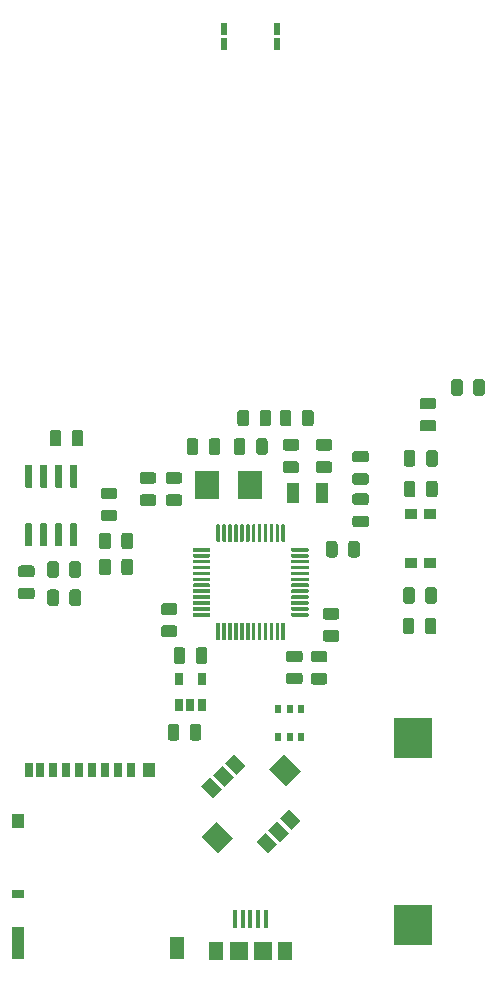
<source format=gbr>
G04 #@! TF.GenerationSoftware,KiCad,Pcbnew,(5.1.5-0-10_14)*
G04 #@! TF.CreationDate,2020-01-07T13:17:42-08:00*
G04 #@! TF.ProjectId,PARmeter,5041526d-6574-4657-922e-6b696361645f,rev?*
G04 #@! TF.SameCoordinates,Original*
G04 #@! TF.FileFunction,Paste,Top*
G04 #@! TF.FilePolarity,Positive*
%FSLAX46Y46*%
G04 Gerber Fmt 4.6, Leading zero omitted, Abs format (unit mm)*
G04 Created by KiCad (PCBNEW (5.1.5-0-10_14)) date 2020-01-07 13:17:42*
%MOMM*%
%LPD*%
G04 APERTURE LIST*
%ADD10R,0.510000X0.700000*%
%ADD11R,0.650000X1.060000*%
%ADD12R,3.300000X3.500000*%
%ADD13R,1.000000X1.800000*%
%ADD14R,2.000000X2.400000*%
%ADD15C,0.100000*%
%ADD16R,1.000000X0.900000*%
%ADD17R,1.300000X1.900000*%
%ADD18R,1.000000X2.800000*%
%ADD19R,1.000000X0.800000*%
%ADD20R,1.000000X1.200000*%
%ADD21R,0.700000X1.200000*%
%ADD22R,1.500000X1.650000*%
%ADD23R,0.400000X1.650000*%
%ADD24R,1.200000X1.650000*%
%ADD25R,0.600000X1.000000*%
G04 APERTURE END LIST*
D10*
X104250000Y-159260000D03*
X103300000Y-159260000D03*
X102350000Y-159260000D03*
X102350000Y-156940000D03*
X103300000Y-156940000D03*
X104250000Y-156940000D03*
D11*
X93950000Y-154400000D03*
X95850000Y-154400000D03*
X95850000Y-156600000D03*
X94900000Y-156600000D03*
X93950000Y-156600000D03*
D12*
X113700000Y-159400000D03*
X113700000Y-175200000D03*
D13*
X103550000Y-138600000D03*
X106050000Y-138600000D03*
D14*
X96275000Y-137950000D03*
X99975000Y-137950000D03*
D15*
G36*
X85169703Y-141200722D02*
G01*
X85184264Y-141202882D01*
X85198543Y-141206459D01*
X85212403Y-141211418D01*
X85225710Y-141217712D01*
X85238336Y-141225280D01*
X85250159Y-141234048D01*
X85261066Y-141243934D01*
X85270952Y-141254841D01*
X85279720Y-141266664D01*
X85287288Y-141279290D01*
X85293582Y-141292597D01*
X85298541Y-141306457D01*
X85302118Y-141320736D01*
X85304278Y-141335297D01*
X85305000Y-141350000D01*
X85305000Y-143000000D01*
X85304278Y-143014703D01*
X85302118Y-143029264D01*
X85298541Y-143043543D01*
X85293582Y-143057403D01*
X85287288Y-143070710D01*
X85279720Y-143083336D01*
X85270952Y-143095159D01*
X85261066Y-143106066D01*
X85250159Y-143115952D01*
X85238336Y-143124720D01*
X85225710Y-143132288D01*
X85212403Y-143138582D01*
X85198543Y-143143541D01*
X85184264Y-143147118D01*
X85169703Y-143149278D01*
X85155000Y-143150000D01*
X84855000Y-143150000D01*
X84840297Y-143149278D01*
X84825736Y-143147118D01*
X84811457Y-143143541D01*
X84797597Y-143138582D01*
X84784290Y-143132288D01*
X84771664Y-143124720D01*
X84759841Y-143115952D01*
X84748934Y-143106066D01*
X84739048Y-143095159D01*
X84730280Y-143083336D01*
X84722712Y-143070710D01*
X84716418Y-143057403D01*
X84711459Y-143043543D01*
X84707882Y-143029264D01*
X84705722Y-143014703D01*
X84705000Y-143000000D01*
X84705000Y-141350000D01*
X84705722Y-141335297D01*
X84707882Y-141320736D01*
X84711459Y-141306457D01*
X84716418Y-141292597D01*
X84722712Y-141279290D01*
X84730280Y-141266664D01*
X84739048Y-141254841D01*
X84748934Y-141243934D01*
X84759841Y-141234048D01*
X84771664Y-141225280D01*
X84784290Y-141217712D01*
X84797597Y-141211418D01*
X84811457Y-141206459D01*
X84825736Y-141202882D01*
X84840297Y-141200722D01*
X84855000Y-141200000D01*
X85155000Y-141200000D01*
X85169703Y-141200722D01*
G37*
G36*
X83899703Y-141200722D02*
G01*
X83914264Y-141202882D01*
X83928543Y-141206459D01*
X83942403Y-141211418D01*
X83955710Y-141217712D01*
X83968336Y-141225280D01*
X83980159Y-141234048D01*
X83991066Y-141243934D01*
X84000952Y-141254841D01*
X84009720Y-141266664D01*
X84017288Y-141279290D01*
X84023582Y-141292597D01*
X84028541Y-141306457D01*
X84032118Y-141320736D01*
X84034278Y-141335297D01*
X84035000Y-141350000D01*
X84035000Y-143000000D01*
X84034278Y-143014703D01*
X84032118Y-143029264D01*
X84028541Y-143043543D01*
X84023582Y-143057403D01*
X84017288Y-143070710D01*
X84009720Y-143083336D01*
X84000952Y-143095159D01*
X83991066Y-143106066D01*
X83980159Y-143115952D01*
X83968336Y-143124720D01*
X83955710Y-143132288D01*
X83942403Y-143138582D01*
X83928543Y-143143541D01*
X83914264Y-143147118D01*
X83899703Y-143149278D01*
X83885000Y-143150000D01*
X83585000Y-143150000D01*
X83570297Y-143149278D01*
X83555736Y-143147118D01*
X83541457Y-143143541D01*
X83527597Y-143138582D01*
X83514290Y-143132288D01*
X83501664Y-143124720D01*
X83489841Y-143115952D01*
X83478934Y-143106066D01*
X83469048Y-143095159D01*
X83460280Y-143083336D01*
X83452712Y-143070710D01*
X83446418Y-143057403D01*
X83441459Y-143043543D01*
X83437882Y-143029264D01*
X83435722Y-143014703D01*
X83435000Y-143000000D01*
X83435000Y-141350000D01*
X83435722Y-141335297D01*
X83437882Y-141320736D01*
X83441459Y-141306457D01*
X83446418Y-141292597D01*
X83452712Y-141279290D01*
X83460280Y-141266664D01*
X83469048Y-141254841D01*
X83478934Y-141243934D01*
X83489841Y-141234048D01*
X83501664Y-141225280D01*
X83514290Y-141217712D01*
X83527597Y-141211418D01*
X83541457Y-141206459D01*
X83555736Y-141202882D01*
X83570297Y-141200722D01*
X83585000Y-141200000D01*
X83885000Y-141200000D01*
X83899703Y-141200722D01*
G37*
G36*
X82629703Y-141200722D02*
G01*
X82644264Y-141202882D01*
X82658543Y-141206459D01*
X82672403Y-141211418D01*
X82685710Y-141217712D01*
X82698336Y-141225280D01*
X82710159Y-141234048D01*
X82721066Y-141243934D01*
X82730952Y-141254841D01*
X82739720Y-141266664D01*
X82747288Y-141279290D01*
X82753582Y-141292597D01*
X82758541Y-141306457D01*
X82762118Y-141320736D01*
X82764278Y-141335297D01*
X82765000Y-141350000D01*
X82765000Y-143000000D01*
X82764278Y-143014703D01*
X82762118Y-143029264D01*
X82758541Y-143043543D01*
X82753582Y-143057403D01*
X82747288Y-143070710D01*
X82739720Y-143083336D01*
X82730952Y-143095159D01*
X82721066Y-143106066D01*
X82710159Y-143115952D01*
X82698336Y-143124720D01*
X82685710Y-143132288D01*
X82672403Y-143138582D01*
X82658543Y-143143541D01*
X82644264Y-143147118D01*
X82629703Y-143149278D01*
X82615000Y-143150000D01*
X82315000Y-143150000D01*
X82300297Y-143149278D01*
X82285736Y-143147118D01*
X82271457Y-143143541D01*
X82257597Y-143138582D01*
X82244290Y-143132288D01*
X82231664Y-143124720D01*
X82219841Y-143115952D01*
X82208934Y-143106066D01*
X82199048Y-143095159D01*
X82190280Y-143083336D01*
X82182712Y-143070710D01*
X82176418Y-143057403D01*
X82171459Y-143043543D01*
X82167882Y-143029264D01*
X82165722Y-143014703D01*
X82165000Y-143000000D01*
X82165000Y-141350000D01*
X82165722Y-141335297D01*
X82167882Y-141320736D01*
X82171459Y-141306457D01*
X82176418Y-141292597D01*
X82182712Y-141279290D01*
X82190280Y-141266664D01*
X82199048Y-141254841D01*
X82208934Y-141243934D01*
X82219841Y-141234048D01*
X82231664Y-141225280D01*
X82244290Y-141217712D01*
X82257597Y-141211418D01*
X82271457Y-141206459D01*
X82285736Y-141202882D01*
X82300297Y-141200722D01*
X82315000Y-141200000D01*
X82615000Y-141200000D01*
X82629703Y-141200722D01*
G37*
G36*
X81359703Y-141200722D02*
G01*
X81374264Y-141202882D01*
X81388543Y-141206459D01*
X81402403Y-141211418D01*
X81415710Y-141217712D01*
X81428336Y-141225280D01*
X81440159Y-141234048D01*
X81451066Y-141243934D01*
X81460952Y-141254841D01*
X81469720Y-141266664D01*
X81477288Y-141279290D01*
X81483582Y-141292597D01*
X81488541Y-141306457D01*
X81492118Y-141320736D01*
X81494278Y-141335297D01*
X81495000Y-141350000D01*
X81495000Y-143000000D01*
X81494278Y-143014703D01*
X81492118Y-143029264D01*
X81488541Y-143043543D01*
X81483582Y-143057403D01*
X81477288Y-143070710D01*
X81469720Y-143083336D01*
X81460952Y-143095159D01*
X81451066Y-143106066D01*
X81440159Y-143115952D01*
X81428336Y-143124720D01*
X81415710Y-143132288D01*
X81402403Y-143138582D01*
X81388543Y-143143541D01*
X81374264Y-143147118D01*
X81359703Y-143149278D01*
X81345000Y-143150000D01*
X81045000Y-143150000D01*
X81030297Y-143149278D01*
X81015736Y-143147118D01*
X81001457Y-143143541D01*
X80987597Y-143138582D01*
X80974290Y-143132288D01*
X80961664Y-143124720D01*
X80949841Y-143115952D01*
X80938934Y-143106066D01*
X80929048Y-143095159D01*
X80920280Y-143083336D01*
X80912712Y-143070710D01*
X80906418Y-143057403D01*
X80901459Y-143043543D01*
X80897882Y-143029264D01*
X80895722Y-143014703D01*
X80895000Y-143000000D01*
X80895000Y-141350000D01*
X80895722Y-141335297D01*
X80897882Y-141320736D01*
X80901459Y-141306457D01*
X80906418Y-141292597D01*
X80912712Y-141279290D01*
X80920280Y-141266664D01*
X80929048Y-141254841D01*
X80938934Y-141243934D01*
X80949841Y-141234048D01*
X80961664Y-141225280D01*
X80974290Y-141217712D01*
X80987597Y-141211418D01*
X81001457Y-141206459D01*
X81015736Y-141202882D01*
X81030297Y-141200722D01*
X81045000Y-141200000D01*
X81345000Y-141200000D01*
X81359703Y-141200722D01*
G37*
G36*
X81359703Y-136250722D02*
G01*
X81374264Y-136252882D01*
X81388543Y-136256459D01*
X81402403Y-136261418D01*
X81415710Y-136267712D01*
X81428336Y-136275280D01*
X81440159Y-136284048D01*
X81451066Y-136293934D01*
X81460952Y-136304841D01*
X81469720Y-136316664D01*
X81477288Y-136329290D01*
X81483582Y-136342597D01*
X81488541Y-136356457D01*
X81492118Y-136370736D01*
X81494278Y-136385297D01*
X81495000Y-136400000D01*
X81495000Y-138050000D01*
X81494278Y-138064703D01*
X81492118Y-138079264D01*
X81488541Y-138093543D01*
X81483582Y-138107403D01*
X81477288Y-138120710D01*
X81469720Y-138133336D01*
X81460952Y-138145159D01*
X81451066Y-138156066D01*
X81440159Y-138165952D01*
X81428336Y-138174720D01*
X81415710Y-138182288D01*
X81402403Y-138188582D01*
X81388543Y-138193541D01*
X81374264Y-138197118D01*
X81359703Y-138199278D01*
X81345000Y-138200000D01*
X81045000Y-138200000D01*
X81030297Y-138199278D01*
X81015736Y-138197118D01*
X81001457Y-138193541D01*
X80987597Y-138188582D01*
X80974290Y-138182288D01*
X80961664Y-138174720D01*
X80949841Y-138165952D01*
X80938934Y-138156066D01*
X80929048Y-138145159D01*
X80920280Y-138133336D01*
X80912712Y-138120710D01*
X80906418Y-138107403D01*
X80901459Y-138093543D01*
X80897882Y-138079264D01*
X80895722Y-138064703D01*
X80895000Y-138050000D01*
X80895000Y-136400000D01*
X80895722Y-136385297D01*
X80897882Y-136370736D01*
X80901459Y-136356457D01*
X80906418Y-136342597D01*
X80912712Y-136329290D01*
X80920280Y-136316664D01*
X80929048Y-136304841D01*
X80938934Y-136293934D01*
X80949841Y-136284048D01*
X80961664Y-136275280D01*
X80974290Y-136267712D01*
X80987597Y-136261418D01*
X81001457Y-136256459D01*
X81015736Y-136252882D01*
X81030297Y-136250722D01*
X81045000Y-136250000D01*
X81345000Y-136250000D01*
X81359703Y-136250722D01*
G37*
G36*
X82629703Y-136250722D02*
G01*
X82644264Y-136252882D01*
X82658543Y-136256459D01*
X82672403Y-136261418D01*
X82685710Y-136267712D01*
X82698336Y-136275280D01*
X82710159Y-136284048D01*
X82721066Y-136293934D01*
X82730952Y-136304841D01*
X82739720Y-136316664D01*
X82747288Y-136329290D01*
X82753582Y-136342597D01*
X82758541Y-136356457D01*
X82762118Y-136370736D01*
X82764278Y-136385297D01*
X82765000Y-136400000D01*
X82765000Y-138050000D01*
X82764278Y-138064703D01*
X82762118Y-138079264D01*
X82758541Y-138093543D01*
X82753582Y-138107403D01*
X82747288Y-138120710D01*
X82739720Y-138133336D01*
X82730952Y-138145159D01*
X82721066Y-138156066D01*
X82710159Y-138165952D01*
X82698336Y-138174720D01*
X82685710Y-138182288D01*
X82672403Y-138188582D01*
X82658543Y-138193541D01*
X82644264Y-138197118D01*
X82629703Y-138199278D01*
X82615000Y-138200000D01*
X82315000Y-138200000D01*
X82300297Y-138199278D01*
X82285736Y-138197118D01*
X82271457Y-138193541D01*
X82257597Y-138188582D01*
X82244290Y-138182288D01*
X82231664Y-138174720D01*
X82219841Y-138165952D01*
X82208934Y-138156066D01*
X82199048Y-138145159D01*
X82190280Y-138133336D01*
X82182712Y-138120710D01*
X82176418Y-138107403D01*
X82171459Y-138093543D01*
X82167882Y-138079264D01*
X82165722Y-138064703D01*
X82165000Y-138050000D01*
X82165000Y-136400000D01*
X82165722Y-136385297D01*
X82167882Y-136370736D01*
X82171459Y-136356457D01*
X82176418Y-136342597D01*
X82182712Y-136329290D01*
X82190280Y-136316664D01*
X82199048Y-136304841D01*
X82208934Y-136293934D01*
X82219841Y-136284048D01*
X82231664Y-136275280D01*
X82244290Y-136267712D01*
X82257597Y-136261418D01*
X82271457Y-136256459D01*
X82285736Y-136252882D01*
X82300297Y-136250722D01*
X82315000Y-136250000D01*
X82615000Y-136250000D01*
X82629703Y-136250722D01*
G37*
G36*
X83899703Y-136250722D02*
G01*
X83914264Y-136252882D01*
X83928543Y-136256459D01*
X83942403Y-136261418D01*
X83955710Y-136267712D01*
X83968336Y-136275280D01*
X83980159Y-136284048D01*
X83991066Y-136293934D01*
X84000952Y-136304841D01*
X84009720Y-136316664D01*
X84017288Y-136329290D01*
X84023582Y-136342597D01*
X84028541Y-136356457D01*
X84032118Y-136370736D01*
X84034278Y-136385297D01*
X84035000Y-136400000D01*
X84035000Y-138050000D01*
X84034278Y-138064703D01*
X84032118Y-138079264D01*
X84028541Y-138093543D01*
X84023582Y-138107403D01*
X84017288Y-138120710D01*
X84009720Y-138133336D01*
X84000952Y-138145159D01*
X83991066Y-138156066D01*
X83980159Y-138165952D01*
X83968336Y-138174720D01*
X83955710Y-138182288D01*
X83942403Y-138188582D01*
X83928543Y-138193541D01*
X83914264Y-138197118D01*
X83899703Y-138199278D01*
X83885000Y-138200000D01*
X83585000Y-138200000D01*
X83570297Y-138199278D01*
X83555736Y-138197118D01*
X83541457Y-138193541D01*
X83527597Y-138188582D01*
X83514290Y-138182288D01*
X83501664Y-138174720D01*
X83489841Y-138165952D01*
X83478934Y-138156066D01*
X83469048Y-138145159D01*
X83460280Y-138133336D01*
X83452712Y-138120710D01*
X83446418Y-138107403D01*
X83441459Y-138093543D01*
X83437882Y-138079264D01*
X83435722Y-138064703D01*
X83435000Y-138050000D01*
X83435000Y-136400000D01*
X83435722Y-136385297D01*
X83437882Y-136370736D01*
X83441459Y-136356457D01*
X83446418Y-136342597D01*
X83452712Y-136329290D01*
X83460280Y-136316664D01*
X83469048Y-136304841D01*
X83478934Y-136293934D01*
X83489841Y-136284048D01*
X83501664Y-136275280D01*
X83514290Y-136267712D01*
X83527597Y-136261418D01*
X83541457Y-136256459D01*
X83555736Y-136252882D01*
X83570297Y-136250722D01*
X83585000Y-136250000D01*
X83885000Y-136250000D01*
X83899703Y-136250722D01*
G37*
G36*
X85169703Y-136250722D02*
G01*
X85184264Y-136252882D01*
X85198543Y-136256459D01*
X85212403Y-136261418D01*
X85225710Y-136267712D01*
X85238336Y-136275280D01*
X85250159Y-136284048D01*
X85261066Y-136293934D01*
X85270952Y-136304841D01*
X85279720Y-136316664D01*
X85287288Y-136329290D01*
X85293582Y-136342597D01*
X85298541Y-136356457D01*
X85302118Y-136370736D01*
X85304278Y-136385297D01*
X85305000Y-136400000D01*
X85305000Y-138050000D01*
X85304278Y-138064703D01*
X85302118Y-138079264D01*
X85298541Y-138093543D01*
X85293582Y-138107403D01*
X85287288Y-138120710D01*
X85279720Y-138133336D01*
X85270952Y-138145159D01*
X85261066Y-138156066D01*
X85250159Y-138165952D01*
X85238336Y-138174720D01*
X85225710Y-138182288D01*
X85212403Y-138188582D01*
X85198543Y-138193541D01*
X85184264Y-138197118D01*
X85169703Y-138199278D01*
X85155000Y-138200000D01*
X84855000Y-138200000D01*
X84840297Y-138199278D01*
X84825736Y-138197118D01*
X84811457Y-138193541D01*
X84797597Y-138188582D01*
X84784290Y-138182288D01*
X84771664Y-138174720D01*
X84759841Y-138165952D01*
X84748934Y-138156066D01*
X84739048Y-138145159D01*
X84730280Y-138133336D01*
X84722712Y-138120710D01*
X84716418Y-138107403D01*
X84711459Y-138093543D01*
X84707882Y-138079264D01*
X84705722Y-138064703D01*
X84705000Y-138050000D01*
X84705000Y-136400000D01*
X84705722Y-136385297D01*
X84707882Y-136370736D01*
X84711459Y-136356457D01*
X84716418Y-136342597D01*
X84722712Y-136329290D01*
X84730280Y-136316664D01*
X84739048Y-136304841D01*
X84748934Y-136293934D01*
X84759841Y-136284048D01*
X84771664Y-136275280D01*
X84784290Y-136267712D01*
X84797597Y-136261418D01*
X84811457Y-136256459D01*
X84825736Y-136252882D01*
X84840297Y-136250722D01*
X84855000Y-136250000D01*
X85155000Y-136250000D01*
X85169703Y-136250722D01*
G37*
G36*
X104832351Y-143300361D02*
G01*
X104839632Y-143301441D01*
X104846771Y-143303229D01*
X104853701Y-143305709D01*
X104860355Y-143308856D01*
X104866668Y-143312640D01*
X104872579Y-143317024D01*
X104878033Y-143321967D01*
X104882976Y-143327421D01*
X104887360Y-143333332D01*
X104891144Y-143339645D01*
X104894291Y-143346299D01*
X104896771Y-143353229D01*
X104898559Y-143360368D01*
X104899639Y-143367649D01*
X104900000Y-143375000D01*
X104900000Y-143525000D01*
X104899639Y-143532351D01*
X104898559Y-143539632D01*
X104896771Y-143546771D01*
X104894291Y-143553701D01*
X104891144Y-143560355D01*
X104887360Y-143566668D01*
X104882976Y-143572579D01*
X104878033Y-143578033D01*
X104872579Y-143582976D01*
X104866668Y-143587360D01*
X104860355Y-143591144D01*
X104853701Y-143594291D01*
X104846771Y-143596771D01*
X104839632Y-143598559D01*
X104832351Y-143599639D01*
X104825000Y-143600000D01*
X103500000Y-143600000D01*
X103492649Y-143599639D01*
X103485368Y-143598559D01*
X103478229Y-143596771D01*
X103471299Y-143594291D01*
X103464645Y-143591144D01*
X103458332Y-143587360D01*
X103452421Y-143582976D01*
X103446967Y-143578033D01*
X103442024Y-143572579D01*
X103437640Y-143566668D01*
X103433856Y-143560355D01*
X103430709Y-143553701D01*
X103428229Y-143546771D01*
X103426441Y-143539632D01*
X103425361Y-143532351D01*
X103425000Y-143525000D01*
X103425000Y-143375000D01*
X103425361Y-143367649D01*
X103426441Y-143360368D01*
X103428229Y-143353229D01*
X103430709Y-143346299D01*
X103433856Y-143339645D01*
X103437640Y-143333332D01*
X103442024Y-143327421D01*
X103446967Y-143321967D01*
X103452421Y-143317024D01*
X103458332Y-143312640D01*
X103464645Y-143308856D01*
X103471299Y-143305709D01*
X103478229Y-143303229D01*
X103485368Y-143301441D01*
X103492649Y-143300361D01*
X103500000Y-143300000D01*
X104825000Y-143300000D01*
X104832351Y-143300361D01*
G37*
G36*
X104832351Y-143800361D02*
G01*
X104839632Y-143801441D01*
X104846771Y-143803229D01*
X104853701Y-143805709D01*
X104860355Y-143808856D01*
X104866668Y-143812640D01*
X104872579Y-143817024D01*
X104878033Y-143821967D01*
X104882976Y-143827421D01*
X104887360Y-143833332D01*
X104891144Y-143839645D01*
X104894291Y-143846299D01*
X104896771Y-143853229D01*
X104898559Y-143860368D01*
X104899639Y-143867649D01*
X104900000Y-143875000D01*
X104900000Y-144025000D01*
X104899639Y-144032351D01*
X104898559Y-144039632D01*
X104896771Y-144046771D01*
X104894291Y-144053701D01*
X104891144Y-144060355D01*
X104887360Y-144066668D01*
X104882976Y-144072579D01*
X104878033Y-144078033D01*
X104872579Y-144082976D01*
X104866668Y-144087360D01*
X104860355Y-144091144D01*
X104853701Y-144094291D01*
X104846771Y-144096771D01*
X104839632Y-144098559D01*
X104832351Y-144099639D01*
X104825000Y-144100000D01*
X103500000Y-144100000D01*
X103492649Y-144099639D01*
X103485368Y-144098559D01*
X103478229Y-144096771D01*
X103471299Y-144094291D01*
X103464645Y-144091144D01*
X103458332Y-144087360D01*
X103452421Y-144082976D01*
X103446967Y-144078033D01*
X103442024Y-144072579D01*
X103437640Y-144066668D01*
X103433856Y-144060355D01*
X103430709Y-144053701D01*
X103428229Y-144046771D01*
X103426441Y-144039632D01*
X103425361Y-144032351D01*
X103425000Y-144025000D01*
X103425000Y-143875000D01*
X103425361Y-143867649D01*
X103426441Y-143860368D01*
X103428229Y-143853229D01*
X103430709Y-143846299D01*
X103433856Y-143839645D01*
X103437640Y-143833332D01*
X103442024Y-143827421D01*
X103446967Y-143821967D01*
X103452421Y-143817024D01*
X103458332Y-143812640D01*
X103464645Y-143808856D01*
X103471299Y-143805709D01*
X103478229Y-143803229D01*
X103485368Y-143801441D01*
X103492649Y-143800361D01*
X103500000Y-143800000D01*
X104825000Y-143800000D01*
X104832351Y-143800361D01*
G37*
G36*
X104832351Y-144300361D02*
G01*
X104839632Y-144301441D01*
X104846771Y-144303229D01*
X104853701Y-144305709D01*
X104860355Y-144308856D01*
X104866668Y-144312640D01*
X104872579Y-144317024D01*
X104878033Y-144321967D01*
X104882976Y-144327421D01*
X104887360Y-144333332D01*
X104891144Y-144339645D01*
X104894291Y-144346299D01*
X104896771Y-144353229D01*
X104898559Y-144360368D01*
X104899639Y-144367649D01*
X104900000Y-144375000D01*
X104900000Y-144525000D01*
X104899639Y-144532351D01*
X104898559Y-144539632D01*
X104896771Y-144546771D01*
X104894291Y-144553701D01*
X104891144Y-144560355D01*
X104887360Y-144566668D01*
X104882976Y-144572579D01*
X104878033Y-144578033D01*
X104872579Y-144582976D01*
X104866668Y-144587360D01*
X104860355Y-144591144D01*
X104853701Y-144594291D01*
X104846771Y-144596771D01*
X104839632Y-144598559D01*
X104832351Y-144599639D01*
X104825000Y-144600000D01*
X103500000Y-144600000D01*
X103492649Y-144599639D01*
X103485368Y-144598559D01*
X103478229Y-144596771D01*
X103471299Y-144594291D01*
X103464645Y-144591144D01*
X103458332Y-144587360D01*
X103452421Y-144582976D01*
X103446967Y-144578033D01*
X103442024Y-144572579D01*
X103437640Y-144566668D01*
X103433856Y-144560355D01*
X103430709Y-144553701D01*
X103428229Y-144546771D01*
X103426441Y-144539632D01*
X103425361Y-144532351D01*
X103425000Y-144525000D01*
X103425000Y-144375000D01*
X103425361Y-144367649D01*
X103426441Y-144360368D01*
X103428229Y-144353229D01*
X103430709Y-144346299D01*
X103433856Y-144339645D01*
X103437640Y-144333332D01*
X103442024Y-144327421D01*
X103446967Y-144321967D01*
X103452421Y-144317024D01*
X103458332Y-144312640D01*
X103464645Y-144308856D01*
X103471299Y-144305709D01*
X103478229Y-144303229D01*
X103485368Y-144301441D01*
X103492649Y-144300361D01*
X103500000Y-144300000D01*
X104825000Y-144300000D01*
X104832351Y-144300361D01*
G37*
G36*
X104832351Y-144800361D02*
G01*
X104839632Y-144801441D01*
X104846771Y-144803229D01*
X104853701Y-144805709D01*
X104860355Y-144808856D01*
X104866668Y-144812640D01*
X104872579Y-144817024D01*
X104878033Y-144821967D01*
X104882976Y-144827421D01*
X104887360Y-144833332D01*
X104891144Y-144839645D01*
X104894291Y-144846299D01*
X104896771Y-144853229D01*
X104898559Y-144860368D01*
X104899639Y-144867649D01*
X104900000Y-144875000D01*
X104900000Y-145025000D01*
X104899639Y-145032351D01*
X104898559Y-145039632D01*
X104896771Y-145046771D01*
X104894291Y-145053701D01*
X104891144Y-145060355D01*
X104887360Y-145066668D01*
X104882976Y-145072579D01*
X104878033Y-145078033D01*
X104872579Y-145082976D01*
X104866668Y-145087360D01*
X104860355Y-145091144D01*
X104853701Y-145094291D01*
X104846771Y-145096771D01*
X104839632Y-145098559D01*
X104832351Y-145099639D01*
X104825000Y-145100000D01*
X103500000Y-145100000D01*
X103492649Y-145099639D01*
X103485368Y-145098559D01*
X103478229Y-145096771D01*
X103471299Y-145094291D01*
X103464645Y-145091144D01*
X103458332Y-145087360D01*
X103452421Y-145082976D01*
X103446967Y-145078033D01*
X103442024Y-145072579D01*
X103437640Y-145066668D01*
X103433856Y-145060355D01*
X103430709Y-145053701D01*
X103428229Y-145046771D01*
X103426441Y-145039632D01*
X103425361Y-145032351D01*
X103425000Y-145025000D01*
X103425000Y-144875000D01*
X103425361Y-144867649D01*
X103426441Y-144860368D01*
X103428229Y-144853229D01*
X103430709Y-144846299D01*
X103433856Y-144839645D01*
X103437640Y-144833332D01*
X103442024Y-144827421D01*
X103446967Y-144821967D01*
X103452421Y-144817024D01*
X103458332Y-144812640D01*
X103464645Y-144808856D01*
X103471299Y-144805709D01*
X103478229Y-144803229D01*
X103485368Y-144801441D01*
X103492649Y-144800361D01*
X103500000Y-144800000D01*
X104825000Y-144800000D01*
X104832351Y-144800361D01*
G37*
G36*
X104832351Y-145300361D02*
G01*
X104839632Y-145301441D01*
X104846771Y-145303229D01*
X104853701Y-145305709D01*
X104860355Y-145308856D01*
X104866668Y-145312640D01*
X104872579Y-145317024D01*
X104878033Y-145321967D01*
X104882976Y-145327421D01*
X104887360Y-145333332D01*
X104891144Y-145339645D01*
X104894291Y-145346299D01*
X104896771Y-145353229D01*
X104898559Y-145360368D01*
X104899639Y-145367649D01*
X104900000Y-145375000D01*
X104900000Y-145525000D01*
X104899639Y-145532351D01*
X104898559Y-145539632D01*
X104896771Y-145546771D01*
X104894291Y-145553701D01*
X104891144Y-145560355D01*
X104887360Y-145566668D01*
X104882976Y-145572579D01*
X104878033Y-145578033D01*
X104872579Y-145582976D01*
X104866668Y-145587360D01*
X104860355Y-145591144D01*
X104853701Y-145594291D01*
X104846771Y-145596771D01*
X104839632Y-145598559D01*
X104832351Y-145599639D01*
X104825000Y-145600000D01*
X103500000Y-145600000D01*
X103492649Y-145599639D01*
X103485368Y-145598559D01*
X103478229Y-145596771D01*
X103471299Y-145594291D01*
X103464645Y-145591144D01*
X103458332Y-145587360D01*
X103452421Y-145582976D01*
X103446967Y-145578033D01*
X103442024Y-145572579D01*
X103437640Y-145566668D01*
X103433856Y-145560355D01*
X103430709Y-145553701D01*
X103428229Y-145546771D01*
X103426441Y-145539632D01*
X103425361Y-145532351D01*
X103425000Y-145525000D01*
X103425000Y-145375000D01*
X103425361Y-145367649D01*
X103426441Y-145360368D01*
X103428229Y-145353229D01*
X103430709Y-145346299D01*
X103433856Y-145339645D01*
X103437640Y-145333332D01*
X103442024Y-145327421D01*
X103446967Y-145321967D01*
X103452421Y-145317024D01*
X103458332Y-145312640D01*
X103464645Y-145308856D01*
X103471299Y-145305709D01*
X103478229Y-145303229D01*
X103485368Y-145301441D01*
X103492649Y-145300361D01*
X103500000Y-145300000D01*
X104825000Y-145300000D01*
X104832351Y-145300361D01*
G37*
G36*
X104832351Y-145800361D02*
G01*
X104839632Y-145801441D01*
X104846771Y-145803229D01*
X104853701Y-145805709D01*
X104860355Y-145808856D01*
X104866668Y-145812640D01*
X104872579Y-145817024D01*
X104878033Y-145821967D01*
X104882976Y-145827421D01*
X104887360Y-145833332D01*
X104891144Y-145839645D01*
X104894291Y-145846299D01*
X104896771Y-145853229D01*
X104898559Y-145860368D01*
X104899639Y-145867649D01*
X104900000Y-145875000D01*
X104900000Y-146025000D01*
X104899639Y-146032351D01*
X104898559Y-146039632D01*
X104896771Y-146046771D01*
X104894291Y-146053701D01*
X104891144Y-146060355D01*
X104887360Y-146066668D01*
X104882976Y-146072579D01*
X104878033Y-146078033D01*
X104872579Y-146082976D01*
X104866668Y-146087360D01*
X104860355Y-146091144D01*
X104853701Y-146094291D01*
X104846771Y-146096771D01*
X104839632Y-146098559D01*
X104832351Y-146099639D01*
X104825000Y-146100000D01*
X103500000Y-146100000D01*
X103492649Y-146099639D01*
X103485368Y-146098559D01*
X103478229Y-146096771D01*
X103471299Y-146094291D01*
X103464645Y-146091144D01*
X103458332Y-146087360D01*
X103452421Y-146082976D01*
X103446967Y-146078033D01*
X103442024Y-146072579D01*
X103437640Y-146066668D01*
X103433856Y-146060355D01*
X103430709Y-146053701D01*
X103428229Y-146046771D01*
X103426441Y-146039632D01*
X103425361Y-146032351D01*
X103425000Y-146025000D01*
X103425000Y-145875000D01*
X103425361Y-145867649D01*
X103426441Y-145860368D01*
X103428229Y-145853229D01*
X103430709Y-145846299D01*
X103433856Y-145839645D01*
X103437640Y-145833332D01*
X103442024Y-145827421D01*
X103446967Y-145821967D01*
X103452421Y-145817024D01*
X103458332Y-145812640D01*
X103464645Y-145808856D01*
X103471299Y-145805709D01*
X103478229Y-145803229D01*
X103485368Y-145801441D01*
X103492649Y-145800361D01*
X103500000Y-145800000D01*
X104825000Y-145800000D01*
X104832351Y-145800361D01*
G37*
G36*
X104832351Y-146300361D02*
G01*
X104839632Y-146301441D01*
X104846771Y-146303229D01*
X104853701Y-146305709D01*
X104860355Y-146308856D01*
X104866668Y-146312640D01*
X104872579Y-146317024D01*
X104878033Y-146321967D01*
X104882976Y-146327421D01*
X104887360Y-146333332D01*
X104891144Y-146339645D01*
X104894291Y-146346299D01*
X104896771Y-146353229D01*
X104898559Y-146360368D01*
X104899639Y-146367649D01*
X104900000Y-146375000D01*
X104900000Y-146525000D01*
X104899639Y-146532351D01*
X104898559Y-146539632D01*
X104896771Y-146546771D01*
X104894291Y-146553701D01*
X104891144Y-146560355D01*
X104887360Y-146566668D01*
X104882976Y-146572579D01*
X104878033Y-146578033D01*
X104872579Y-146582976D01*
X104866668Y-146587360D01*
X104860355Y-146591144D01*
X104853701Y-146594291D01*
X104846771Y-146596771D01*
X104839632Y-146598559D01*
X104832351Y-146599639D01*
X104825000Y-146600000D01*
X103500000Y-146600000D01*
X103492649Y-146599639D01*
X103485368Y-146598559D01*
X103478229Y-146596771D01*
X103471299Y-146594291D01*
X103464645Y-146591144D01*
X103458332Y-146587360D01*
X103452421Y-146582976D01*
X103446967Y-146578033D01*
X103442024Y-146572579D01*
X103437640Y-146566668D01*
X103433856Y-146560355D01*
X103430709Y-146553701D01*
X103428229Y-146546771D01*
X103426441Y-146539632D01*
X103425361Y-146532351D01*
X103425000Y-146525000D01*
X103425000Y-146375000D01*
X103425361Y-146367649D01*
X103426441Y-146360368D01*
X103428229Y-146353229D01*
X103430709Y-146346299D01*
X103433856Y-146339645D01*
X103437640Y-146333332D01*
X103442024Y-146327421D01*
X103446967Y-146321967D01*
X103452421Y-146317024D01*
X103458332Y-146312640D01*
X103464645Y-146308856D01*
X103471299Y-146305709D01*
X103478229Y-146303229D01*
X103485368Y-146301441D01*
X103492649Y-146300361D01*
X103500000Y-146300000D01*
X104825000Y-146300000D01*
X104832351Y-146300361D01*
G37*
G36*
X104832351Y-146800361D02*
G01*
X104839632Y-146801441D01*
X104846771Y-146803229D01*
X104853701Y-146805709D01*
X104860355Y-146808856D01*
X104866668Y-146812640D01*
X104872579Y-146817024D01*
X104878033Y-146821967D01*
X104882976Y-146827421D01*
X104887360Y-146833332D01*
X104891144Y-146839645D01*
X104894291Y-146846299D01*
X104896771Y-146853229D01*
X104898559Y-146860368D01*
X104899639Y-146867649D01*
X104900000Y-146875000D01*
X104900000Y-147025000D01*
X104899639Y-147032351D01*
X104898559Y-147039632D01*
X104896771Y-147046771D01*
X104894291Y-147053701D01*
X104891144Y-147060355D01*
X104887360Y-147066668D01*
X104882976Y-147072579D01*
X104878033Y-147078033D01*
X104872579Y-147082976D01*
X104866668Y-147087360D01*
X104860355Y-147091144D01*
X104853701Y-147094291D01*
X104846771Y-147096771D01*
X104839632Y-147098559D01*
X104832351Y-147099639D01*
X104825000Y-147100000D01*
X103500000Y-147100000D01*
X103492649Y-147099639D01*
X103485368Y-147098559D01*
X103478229Y-147096771D01*
X103471299Y-147094291D01*
X103464645Y-147091144D01*
X103458332Y-147087360D01*
X103452421Y-147082976D01*
X103446967Y-147078033D01*
X103442024Y-147072579D01*
X103437640Y-147066668D01*
X103433856Y-147060355D01*
X103430709Y-147053701D01*
X103428229Y-147046771D01*
X103426441Y-147039632D01*
X103425361Y-147032351D01*
X103425000Y-147025000D01*
X103425000Y-146875000D01*
X103425361Y-146867649D01*
X103426441Y-146860368D01*
X103428229Y-146853229D01*
X103430709Y-146846299D01*
X103433856Y-146839645D01*
X103437640Y-146833332D01*
X103442024Y-146827421D01*
X103446967Y-146821967D01*
X103452421Y-146817024D01*
X103458332Y-146812640D01*
X103464645Y-146808856D01*
X103471299Y-146805709D01*
X103478229Y-146803229D01*
X103485368Y-146801441D01*
X103492649Y-146800361D01*
X103500000Y-146800000D01*
X104825000Y-146800000D01*
X104832351Y-146800361D01*
G37*
G36*
X104832351Y-147300361D02*
G01*
X104839632Y-147301441D01*
X104846771Y-147303229D01*
X104853701Y-147305709D01*
X104860355Y-147308856D01*
X104866668Y-147312640D01*
X104872579Y-147317024D01*
X104878033Y-147321967D01*
X104882976Y-147327421D01*
X104887360Y-147333332D01*
X104891144Y-147339645D01*
X104894291Y-147346299D01*
X104896771Y-147353229D01*
X104898559Y-147360368D01*
X104899639Y-147367649D01*
X104900000Y-147375000D01*
X104900000Y-147525000D01*
X104899639Y-147532351D01*
X104898559Y-147539632D01*
X104896771Y-147546771D01*
X104894291Y-147553701D01*
X104891144Y-147560355D01*
X104887360Y-147566668D01*
X104882976Y-147572579D01*
X104878033Y-147578033D01*
X104872579Y-147582976D01*
X104866668Y-147587360D01*
X104860355Y-147591144D01*
X104853701Y-147594291D01*
X104846771Y-147596771D01*
X104839632Y-147598559D01*
X104832351Y-147599639D01*
X104825000Y-147600000D01*
X103500000Y-147600000D01*
X103492649Y-147599639D01*
X103485368Y-147598559D01*
X103478229Y-147596771D01*
X103471299Y-147594291D01*
X103464645Y-147591144D01*
X103458332Y-147587360D01*
X103452421Y-147582976D01*
X103446967Y-147578033D01*
X103442024Y-147572579D01*
X103437640Y-147566668D01*
X103433856Y-147560355D01*
X103430709Y-147553701D01*
X103428229Y-147546771D01*
X103426441Y-147539632D01*
X103425361Y-147532351D01*
X103425000Y-147525000D01*
X103425000Y-147375000D01*
X103425361Y-147367649D01*
X103426441Y-147360368D01*
X103428229Y-147353229D01*
X103430709Y-147346299D01*
X103433856Y-147339645D01*
X103437640Y-147333332D01*
X103442024Y-147327421D01*
X103446967Y-147321967D01*
X103452421Y-147317024D01*
X103458332Y-147312640D01*
X103464645Y-147308856D01*
X103471299Y-147305709D01*
X103478229Y-147303229D01*
X103485368Y-147301441D01*
X103492649Y-147300361D01*
X103500000Y-147300000D01*
X104825000Y-147300000D01*
X104832351Y-147300361D01*
G37*
G36*
X104832351Y-147800361D02*
G01*
X104839632Y-147801441D01*
X104846771Y-147803229D01*
X104853701Y-147805709D01*
X104860355Y-147808856D01*
X104866668Y-147812640D01*
X104872579Y-147817024D01*
X104878033Y-147821967D01*
X104882976Y-147827421D01*
X104887360Y-147833332D01*
X104891144Y-147839645D01*
X104894291Y-147846299D01*
X104896771Y-147853229D01*
X104898559Y-147860368D01*
X104899639Y-147867649D01*
X104900000Y-147875000D01*
X104900000Y-148025000D01*
X104899639Y-148032351D01*
X104898559Y-148039632D01*
X104896771Y-148046771D01*
X104894291Y-148053701D01*
X104891144Y-148060355D01*
X104887360Y-148066668D01*
X104882976Y-148072579D01*
X104878033Y-148078033D01*
X104872579Y-148082976D01*
X104866668Y-148087360D01*
X104860355Y-148091144D01*
X104853701Y-148094291D01*
X104846771Y-148096771D01*
X104839632Y-148098559D01*
X104832351Y-148099639D01*
X104825000Y-148100000D01*
X103500000Y-148100000D01*
X103492649Y-148099639D01*
X103485368Y-148098559D01*
X103478229Y-148096771D01*
X103471299Y-148094291D01*
X103464645Y-148091144D01*
X103458332Y-148087360D01*
X103452421Y-148082976D01*
X103446967Y-148078033D01*
X103442024Y-148072579D01*
X103437640Y-148066668D01*
X103433856Y-148060355D01*
X103430709Y-148053701D01*
X103428229Y-148046771D01*
X103426441Y-148039632D01*
X103425361Y-148032351D01*
X103425000Y-148025000D01*
X103425000Y-147875000D01*
X103425361Y-147867649D01*
X103426441Y-147860368D01*
X103428229Y-147853229D01*
X103430709Y-147846299D01*
X103433856Y-147839645D01*
X103437640Y-147833332D01*
X103442024Y-147827421D01*
X103446967Y-147821967D01*
X103452421Y-147817024D01*
X103458332Y-147812640D01*
X103464645Y-147808856D01*
X103471299Y-147805709D01*
X103478229Y-147803229D01*
X103485368Y-147801441D01*
X103492649Y-147800361D01*
X103500000Y-147800000D01*
X104825000Y-147800000D01*
X104832351Y-147800361D01*
G37*
G36*
X104832351Y-148300361D02*
G01*
X104839632Y-148301441D01*
X104846771Y-148303229D01*
X104853701Y-148305709D01*
X104860355Y-148308856D01*
X104866668Y-148312640D01*
X104872579Y-148317024D01*
X104878033Y-148321967D01*
X104882976Y-148327421D01*
X104887360Y-148333332D01*
X104891144Y-148339645D01*
X104894291Y-148346299D01*
X104896771Y-148353229D01*
X104898559Y-148360368D01*
X104899639Y-148367649D01*
X104900000Y-148375000D01*
X104900000Y-148525000D01*
X104899639Y-148532351D01*
X104898559Y-148539632D01*
X104896771Y-148546771D01*
X104894291Y-148553701D01*
X104891144Y-148560355D01*
X104887360Y-148566668D01*
X104882976Y-148572579D01*
X104878033Y-148578033D01*
X104872579Y-148582976D01*
X104866668Y-148587360D01*
X104860355Y-148591144D01*
X104853701Y-148594291D01*
X104846771Y-148596771D01*
X104839632Y-148598559D01*
X104832351Y-148599639D01*
X104825000Y-148600000D01*
X103500000Y-148600000D01*
X103492649Y-148599639D01*
X103485368Y-148598559D01*
X103478229Y-148596771D01*
X103471299Y-148594291D01*
X103464645Y-148591144D01*
X103458332Y-148587360D01*
X103452421Y-148582976D01*
X103446967Y-148578033D01*
X103442024Y-148572579D01*
X103437640Y-148566668D01*
X103433856Y-148560355D01*
X103430709Y-148553701D01*
X103428229Y-148546771D01*
X103426441Y-148539632D01*
X103425361Y-148532351D01*
X103425000Y-148525000D01*
X103425000Y-148375000D01*
X103425361Y-148367649D01*
X103426441Y-148360368D01*
X103428229Y-148353229D01*
X103430709Y-148346299D01*
X103433856Y-148339645D01*
X103437640Y-148333332D01*
X103442024Y-148327421D01*
X103446967Y-148321967D01*
X103452421Y-148317024D01*
X103458332Y-148312640D01*
X103464645Y-148308856D01*
X103471299Y-148305709D01*
X103478229Y-148303229D01*
X103485368Y-148301441D01*
X103492649Y-148300361D01*
X103500000Y-148300000D01*
X104825000Y-148300000D01*
X104832351Y-148300361D01*
G37*
G36*
X104832351Y-148800361D02*
G01*
X104839632Y-148801441D01*
X104846771Y-148803229D01*
X104853701Y-148805709D01*
X104860355Y-148808856D01*
X104866668Y-148812640D01*
X104872579Y-148817024D01*
X104878033Y-148821967D01*
X104882976Y-148827421D01*
X104887360Y-148833332D01*
X104891144Y-148839645D01*
X104894291Y-148846299D01*
X104896771Y-148853229D01*
X104898559Y-148860368D01*
X104899639Y-148867649D01*
X104900000Y-148875000D01*
X104900000Y-149025000D01*
X104899639Y-149032351D01*
X104898559Y-149039632D01*
X104896771Y-149046771D01*
X104894291Y-149053701D01*
X104891144Y-149060355D01*
X104887360Y-149066668D01*
X104882976Y-149072579D01*
X104878033Y-149078033D01*
X104872579Y-149082976D01*
X104866668Y-149087360D01*
X104860355Y-149091144D01*
X104853701Y-149094291D01*
X104846771Y-149096771D01*
X104839632Y-149098559D01*
X104832351Y-149099639D01*
X104825000Y-149100000D01*
X103500000Y-149100000D01*
X103492649Y-149099639D01*
X103485368Y-149098559D01*
X103478229Y-149096771D01*
X103471299Y-149094291D01*
X103464645Y-149091144D01*
X103458332Y-149087360D01*
X103452421Y-149082976D01*
X103446967Y-149078033D01*
X103442024Y-149072579D01*
X103437640Y-149066668D01*
X103433856Y-149060355D01*
X103430709Y-149053701D01*
X103428229Y-149046771D01*
X103426441Y-149039632D01*
X103425361Y-149032351D01*
X103425000Y-149025000D01*
X103425000Y-148875000D01*
X103425361Y-148867649D01*
X103426441Y-148860368D01*
X103428229Y-148853229D01*
X103430709Y-148846299D01*
X103433856Y-148839645D01*
X103437640Y-148833332D01*
X103442024Y-148827421D01*
X103446967Y-148821967D01*
X103452421Y-148817024D01*
X103458332Y-148812640D01*
X103464645Y-148808856D01*
X103471299Y-148805709D01*
X103478229Y-148803229D01*
X103485368Y-148801441D01*
X103492649Y-148800361D01*
X103500000Y-148800000D01*
X104825000Y-148800000D01*
X104832351Y-148800361D01*
G37*
G36*
X102832351Y-149625361D02*
G01*
X102839632Y-149626441D01*
X102846771Y-149628229D01*
X102853701Y-149630709D01*
X102860355Y-149633856D01*
X102866668Y-149637640D01*
X102872579Y-149642024D01*
X102878033Y-149646967D01*
X102882976Y-149652421D01*
X102887360Y-149658332D01*
X102891144Y-149664645D01*
X102894291Y-149671299D01*
X102896771Y-149678229D01*
X102898559Y-149685368D01*
X102899639Y-149692649D01*
X102900000Y-149700000D01*
X102900000Y-151025000D01*
X102899639Y-151032351D01*
X102898559Y-151039632D01*
X102896771Y-151046771D01*
X102894291Y-151053701D01*
X102891144Y-151060355D01*
X102887360Y-151066668D01*
X102882976Y-151072579D01*
X102878033Y-151078033D01*
X102872579Y-151082976D01*
X102866668Y-151087360D01*
X102860355Y-151091144D01*
X102853701Y-151094291D01*
X102846771Y-151096771D01*
X102839632Y-151098559D01*
X102832351Y-151099639D01*
X102825000Y-151100000D01*
X102675000Y-151100000D01*
X102667649Y-151099639D01*
X102660368Y-151098559D01*
X102653229Y-151096771D01*
X102646299Y-151094291D01*
X102639645Y-151091144D01*
X102633332Y-151087360D01*
X102627421Y-151082976D01*
X102621967Y-151078033D01*
X102617024Y-151072579D01*
X102612640Y-151066668D01*
X102608856Y-151060355D01*
X102605709Y-151053701D01*
X102603229Y-151046771D01*
X102601441Y-151039632D01*
X102600361Y-151032351D01*
X102600000Y-151025000D01*
X102600000Y-149700000D01*
X102600361Y-149692649D01*
X102601441Y-149685368D01*
X102603229Y-149678229D01*
X102605709Y-149671299D01*
X102608856Y-149664645D01*
X102612640Y-149658332D01*
X102617024Y-149652421D01*
X102621967Y-149646967D01*
X102627421Y-149642024D01*
X102633332Y-149637640D01*
X102639645Y-149633856D01*
X102646299Y-149630709D01*
X102653229Y-149628229D01*
X102660368Y-149626441D01*
X102667649Y-149625361D01*
X102675000Y-149625000D01*
X102825000Y-149625000D01*
X102832351Y-149625361D01*
G37*
G36*
X102332351Y-149625361D02*
G01*
X102339632Y-149626441D01*
X102346771Y-149628229D01*
X102353701Y-149630709D01*
X102360355Y-149633856D01*
X102366668Y-149637640D01*
X102372579Y-149642024D01*
X102378033Y-149646967D01*
X102382976Y-149652421D01*
X102387360Y-149658332D01*
X102391144Y-149664645D01*
X102394291Y-149671299D01*
X102396771Y-149678229D01*
X102398559Y-149685368D01*
X102399639Y-149692649D01*
X102400000Y-149700000D01*
X102400000Y-151025000D01*
X102399639Y-151032351D01*
X102398559Y-151039632D01*
X102396771Y-151046771D01*
X102394291Y-151053701D01*
X102391144Y-151060355D01*
X102387360Y-151066668D01*
X102382976Y-151072579D01*
X102378033Y-151078033D01*
X102372579Y-151082976D01*
X102366668Y-151087360D01*
X102360355Y-151091144D01*
X102353701Y-151094291D01*
X102346771Y-151096771D01*
X102339632Y-151098559D01*
X102332351Y-151099639D01*
X102325000Y-151100000D01*
X102175000Y-151100000D01*
X102167649Y-151099639D01*
X102160368Y-151098559D01*
X102153229Y-151096771D01*
X102146299Y-151094291D01*
X102139645Y-151091144D01*
X102133332Y-151087360D01*
X102127421Y-151082976D01*
X102121967Y-151078033D01*
X102117024Y-151072579D01*
X102112640Y-151066668D01*
X102108856Y-151060355D01*
X102105709Y-151053701D01*
X102103229Y-151046771D01*
X102101441Y-151039632D01*
X102100361Y-151032351D01*
X102100000Y-151025000D01*
X102100000Y-149700000D01*
X102100361Y-149692649D01*
X102101441Y-149685368D01*
X102103229Y-149678229D01*
X102105709Y-149671299D01*
X102108856Y-149664645D01*
X102112640Y-149658332D01*
X102117024Y-149652421D01*
X102121967Y-149646967D01*
X102127421Y-149642024D01*
X102133332Y-149637640D01*
X102139645Y-149633856D01*
X102146299Y-149630709D01*
X102153229Y-149628229D01*
X102160368Y-149626441D01*
X102167649Y-149625361D01*
X102175000Y-149625000D01*
X102325000Y-149625000D01*
X102332351Y-149625361D01*
G37*
G36*
X101832351Y-149625361D02*
G01*
X101839632Y-149626441D01*
X101846771Y-149628229D01*
X101853701Y-149630709D01*
X101860355Y-149633856D01*
X101866668Y-149637640D01*
X101872579Y-149642024D01*
X101878033Y-149646967D01*
X101882976Y-149652421D01*
X101887360Y-149658332D01*
X101891144Y-149664645D01*
X101894291Y-149671299D01*
X101896771Y-149678229D01*
X101898559Y-149685368D01*
X101899639Y-149692649D01*
X101900000Y-149700000D01*
X101900000Y-151025000D01*
X101899639Y-151032351D01*
X101898559Y-151039632D01*
X101896771Y-151046771D01*
X101894291Y-151053701D01*
X101891144Y-151060355D01*
X101887360Y-151066668D01*
X101882976Y-151072579D01*
X101878033Y-151078033D01*
X101872579Y-151082976D01*
X101866668Y-151087360D01*
X101860355Y-151091144D01*
X101853701Y-151094291D01*
X101846771Y-151096771D01*
X101839632Y-151098559D01*
X101832351Y-151099639D01*
X101825000Y-151100000D01*
X101675000Y-151100000D01*
X101667649Y-151099639D01*
X101660368Y-151098559D01*
X101653229Y-151096771D01*
X101646299Y-151094291D01*
X101639645Y-151091144D01*
X101633332Y-151087360D01*
X101627421Y-151082976D01*
X101621967Y-151078033D01*
X101617024Y-151072579D01*
X101612640Y-151066668D01*
X101608856Y-151060355D01*
X101605709Y-151053701D01*
X101603229Y-151046771D01*
X101601441Y-151039632D01*
X101600361Y-151032351D01*
X101600000Y-151025000D01*
X101600000Y-149700000D01*
X101600361Y-149692649D01*
X101601441Y-149685368D01*
X101603229Y-149678229D01*
X101605709Y-149671299D01*
X101608856Y-149664645D01*
X101612640Y-149658332D01*
X101617024Y-149652421D01*
X101621967Y-149646967D01*
X101627421Y-149642024D01*
X101633332Y-149637640D01*
X101639645Y-149633856D01*
X101646299Y-149630709D01*
X101653229Y-149628229D01*
X101660368Y-149626441D01*
X101667649Y-149625361D01*
X101675000Y-149625000D01*
X101825000Y-149625000D01*
X101832351Y-149625361D01*
G37*
G36*
X101332351Y-149625361D02*
G01*
X101339632Y-149626441D01*
X101346771Y-149628229D01*
X101353701Y-149630709D01*
X101360355Y-149633856D01*
X101366668Y-149637640D01*
X101372579Y-149642024D01*
X101378033Y-149646967D01*
X101382976Y-149652421D01*
X101387360Y-149658332D01*
X101391144Y-149664645D01*
X101394291Y-149671299D01*
X101396771Y-149678229D01*
X101398559Y-149685368D01*
X101399639Y-149692649D01*
X101400000Y-149700000D01*
X101400000Y-151025000D01*
X101399639Y-151032351D01*
X101398559Y-151039632D01*
X101396771Y-151046771D01*
X101394291Y-151053701D01*
X101391144Y-151060355D01*
X101387360Y-151066668D01*
X101382976Y-151072579D01*
X101378033Y-151078033D01*
X101372579Y-151082976D01*
X101366668Y-151087360D01*
X101360355Y-151091144D01*
X101353701Y-151094291D01*
X101346771Y-151096771D01*
X101339632Y-151098559D01*
X101332351Y-151099639D01*
X101325000Y-151100000D01*
X101175000Y-151100000D01*
X101167649Y-151099639D01*
X101160368Y-151098559D01*
X101153229Y-151096771D01*
X101146299Y-151094291D01*
X101139645Y-151091144D01*
X101133332Y-151087360D01*
X101127421Y-151082976D01*
X101121967Y-151078033D01*
X101117024Y-151072579D01*
X101112640Y-151066668D01*
X101108856Y-151060355D01*
X101105709Y-151053701D01*
X101103229Y-151046771D01*
X101101441Y-151039632D01*
X101100361Y-151032351D01*
X101100000Y-151025000D01*
X101100000Y-149700000D01*
X101100361Y-149692649D01*
X101101441Y-149685368D01*
X101103229Y-149678229D01*
X101105709Y-149671299D01*
X101108856Y-149664645D01*
X101112640Y-149658332D01*
X101117024Y-149652421D01*
X101121967Y-149646967D01*
X101127421Y-149642024D01*
X101133332Y-149637640D01*
X101139645Y-149633856D01*
X101146299Y-149630709D01*
X101153229Y-149628229D01*
X101160368Y-149626441D01*
X101167649Y-149625361D01*
X101175000Y-149625000D01*
X101325000Y-149625000D01*
X101332351Y-149625361D01*
G37*
G36*
X100832351Y-149625361D02*
G01*
X100839632Y-149626441D01*
X100846771Y-149628229D01*
X100853701Y-149630709D01*
X100860355Y-149633856D01*
X100866668Y-149637640D01*
X100872579Y-149642024D01*
X100878033Y-149646967D01*
X100882976Y-149652421D01*
X100887360Y-149658332D01*
X100891144Y-149664645D01*
X100894291Y-149671299D01*
X100896771Y-149678229D01*
X100898559Y-149685368D01*
X100899639Y-149692649D01*
X100900000Y-149700000D01*
X100900000Y-151025000D01*
X100899639Y-151032351D01*
X100898559Y-151039632D01*
X100896771Y-151046771D01*
X100894291Y-151053701D01*
X100891144Y-151060355D01*
X100887360Y-151066668D01*
X100882976Y-151072579D01*
X100878033Y-151078033D01*
X100872579Y-151082976D01*
X100866668Y-151087360D01*
X100860355Y-151091144D01*
X100853701Y-151094291D01*
X100846771Y-151096771D01*
X100839632Y-151098559D01*
X100832351Y-151099639D01*
X100825000Y-151100000D01*
X100675000Y-151100000D01*
X100667649Y-151099639D01*
X100660368Y-151098559D01*
X100653229Y-151096771D01*
X100646299Y-151094291D01*
X100639645Y-151091144D01*
X100633332Y-151087360D01*
X100627421Y-151082976D01*
X100621967Y-151078033D01*
X100617024Y-151072579D01*
X100612640Y-151066668D01*
X100608856Y-151060355D01*
X100605709Y-151053701D01*
X100603229Y-151046771D01*
X100601441Y-151039632D01*
X100600361Y-151032351D01*
X100600000Y-151025000D01*
X100600000Y-149700000D01*
X100600361Y-149692649D01*
X100601441Y-149685368D01*
X100603229Y-149678229D01*
X100605709Y-149671299D01*
X100608856Y-149664645D01*
X100612640Y-149658332D01*
X100617024Y-149652421D01*
X100621967Y-149646967D01*
X100627421Y-149642024D01*
X100633332Y-149637640D01*
X100639645Y-149633856D01*
X100646299Y-149630709D01*
X100653229Y-149628229D01*
X100660368Y-149626441D01*
X100667649Y-149625361D01*
X100675000Y-149625000D01*
X100825000Y-149625000D01*
X100832351Y-149625361D01*
G37*
G36*
X100332351Y-149625361D02*
G01*
X100339632Y-149626441D01*
X100346771Y-149628229D01*
X100353701Y-149630709D01*
X100360355Y-149633856D01*
X100366668Y-149637640D01*
X100372579Y-149642024D01*
X100378033Y-149646967D01*
X100382976Y-149652421D01*
X100387360Y-149658332D01*
X100391144Y-149664645D01*
X100394291Y-149671299D01*
X100396771Y-149678229D01*
X100398559Y-149685368D01*
X100399639Y-149692649D01*
X100400000Y-149700000D01*
X100400000Y-151025000D01*
X100399639Y-151032351D01*
X100398559Y-151039632D01*
X100396771Y-151046771D01*
X100394291Y-151053701D01*
X100391144Y-151060355D01*
X100387360Y-151066668D01*
X100382976Y-151072579D01*
X100378033Y-151078033D01*
X100372579Y-151082976D01*
X100366668Y-151087360D01*
X100360355Y-151091144D01*
X100353701Y-151094291D01*
X100346771Y-151096771D01*
X100339632Y-151098559D01*
X100332351Y-151099639D01*
X100325000Y-151100000D01*
X100175000Y-151100000D01*
X100167649Y-151099639D01*
X100160368Y-151098559D01*
X100153229Y-151096771D01*
X100146299Y-151094291D01*
X100139645Y-151091144D01*
X100133332Y-151087360D01*
X100127421Y-151082976D01*
X100121967Y-151078033D01*
X100117024Y-151072579D01*
X100112640Y-151066668D01*
X100108856Y-151060355D01*
X100105709Y-151053701D01*
X100103229Y-151046771D01*
X100101441Y-151039632D01*
X100100361Y-151032351D01*
X100100000Y-151025000D01*
X100100000Y-149700000D01*
X100100361Y-149692649D01*
X100101441Y-149685368D01*
X100103229Y-149678229D01*
X100105709Y-149671299D01*
X100108856Y-149664645D01*
X100112640Y-149658332D01*
X100117024Y-149652421D01*
X100121967Y-149646967D01*
X100127421Y-149642024D01*
X100133332Y-149637640D01*
X100139645Y-149633856D01*
X100146299Y-149630709D01*
X100153229Y-149628229D01*
X100160368Y-149626441D01*
X100167649Y-149625361D01*
X100175000Y-149625000D01*
X100325000Y-149625000D01*
X100332351Y-149625361D01*
G37*
G36*
X99832351Y-149625361D02*
G01*
X99839632Y-149626441D01*
X99846771Y-149628229D01*
X99853701Y-149630709D01*
X99860355Y-149633856D01*
X99866668Y-149637640D01*
X99872579Y-149642024D01*
X99878033Y-149646967D01*
X99882976Y-149652421D01*
X99887360Y-149658332D01*
X99891144Y-149664645D01*
X99894291Y-149671299D01*
X99896771Y-149678229D01*
X99898559Y-149685368D01*
X99899639Y-149692649D01*
X99900000Y-149700000D01*
X99900000Y-151025000D01*
X99899639Y-151032351D01*
X99898559Y-151039632D01*
X99896771Y-151046771D01*
X99894291Y-151053701D01*
X99891144Y-151060355D01*
X99887360Y-151066668D01*
X99882976Y-151072579D01*
X99878033Y-151078033D01*
X99872579Y-151082976D01*
X99866668Y-151087360D01*
X99860355Y-151091144D01*
X99853701Y-151094291D01*
X99846771Y-151096771D01*
X99839632Y-151098559D01*
X99832351Y-151099639D01*
X99825000Y-151100000D01*
X99675000Y-151100000D01*
X99667649Y-151099639D01*
X99660368Y-151098559D01*
X99653229Y-151096771D01*
X99646299Y-151094291D01*
X99639645Y-151091144D01*
X99633332Y-151087360D01*
X99627421Y-151082976D01*
X99621967Y-151078033D01*
X99617024Y-151072579D01*
X99612640Y-151066668D01*
X99608856Y-151060355D01*
X99605709Y-151053701D01*
X99603229Y-151046771D01*
X99601441Y-151039632D01*
X99600361Y-151032351D01*
X99600000Y-151025000D01*
X99600000Y-149700000D01*
X99600361Y-149692649D01*
X99601441Y-149685368D01*
X99603229Y-149678229D01*
X99605709Y-149671299D01*
X99608856Y-149664645D01*
X99612640Y-149658332D01*
X99617024Y-149652421D01*
X99621967Y-149646967D01*
X99627421Y-149642024D01*
X99633332Y-149637640D01*
X99639645Y-149633856D01*
X99646299Y-149630709D01*
X99653229Y-149628229D01*
X99660368Y-149626441D01*
X99667649Y-149625361D01*
X99675000Y-149625000D01*
X99825000Y-149625000D01*
X99832351Y-149625361D01*
G37*
G36*
X99332351Y-149625361D02*
G01*
X99339632Y-149626441D01*
X99346771Y-149628229D01*
X99353701Y-149630709D01*
X99360355Y-149633856D01*
X99366668Y-149637640D01*
X99372579Y-149642024D01*
X99378033Y-149646967D01*
X99382976Y-149652421D01*
X99387360Y-149658332D01*
X99391144Y-149664645D01*
X99394291Y-149671299D01*
X99396771Y-149678229D01*
X99398559Y-149685368D01*
X99399639Y-149692649D01*
X99400000Y-149700000D01*
X99400000Y-151025000D01*
X99399639Y-151032351D01*
X99398559Y-151039632D01*
X99396771Y-151046771D01*
X99394291Y-151053701D01*
X99391144Y-151060355D01*
X99387360Y-151066668D01*
X99382976Y-151072579D01*
X99378033Y-151078033D01*
X99372579Y-151082976D01*
X99366668Y-151087360D01*
X99360355Y-151091144D01*
X99353701Y-151094291D01*
X99346771Y-151096771D01*
X99339632Y-151098559D01*
X99332351Y-151099639D01*
X99325000Y-151100000D01*
X99175000Y-151100000D01*
X99167649Y-151099639D01*
X99160368Y-151098559D01*
X99153229Y-151096771D01*
X99146299Y-151094291D01*
X99139645Y-151091144D01*
X99133332Y-151087360D01*
X99127421Y-151082976D01*
X99121967Y-151078033D01*
X99117024Y-151072579D01*
X99112640Y-151066668D01*
X99108856Y-151060355D01*
X99105709Y-151053701D01*
X99103229Y-151046771D01*
X99101441Y-151039632D01*
X99100361Y-151032351D01*
X99100000Y-151025000D01*
X99100000Y-149700000D01*
X99100361Y-149692649D01*
X99101441Y-149685368D01*
X99103229Y-149678229D01*
X99105709Y-149671299D01*
X99108856Y-149664645D01*
X99112640Y-149658332D01*
X99117024Y-149652421D01*
X99121967Y-149646967D01*
X99127421Y-149642024D01*
X99133332Y-149637640D01*
X99139645Y-149633856D01*
X99146299Y-149630709D01*
X99153229Y-149628229D01*
X99160368Y-149626441D01*
X99167649Y-149625361D01*
X99175000Y-149625000D01*
X99325000Y-149625000D01*
X99332351Y-149625361D01*
G37*
G36*
X98832351Y-149625361D02*
G01*
X98839632Y-149626441D01*
X98846771Y-149628229D01*
X98853701Y-149630709D01*
X98860355Y-149633856D01*
X98866668Y-149637640D01*
X98872579Y-149642024D01*
X98878033Y-149646967D01*
X98882976Y-149652421D01*
X98887360Y-149658332D01*
X98891144Y-149664645D01*
X98894291Y-149671299D01*
X98896771Y-149678229D01*
X98898559Y-149685368D01*
X98899639Y-149692649D01*
X98900000Y-149700000D01*
X98900000Y-151025000D01*
X98899639Y-151032351D01*
X98898559Y-151039632D01*
X98896771Y-151046771D01*
X98894291Y-151053701D01*
X98891144Y-151060355D01*
X98887360Y-151066668D01*
X98882976Y-151072579D01*
X98878033Y-151078033D01*
X98872579Y-151082976D01*
X98866668Y-151087360D01*
X98860355Y-151091144D01*
X98853701Y-151094291D01*
X98846771Y-151096771D01*
X98839632Y-151098559D01*
X98832351Y-151099639D01*
X98825000Y-151100000D01*
X98675000Y-151100000D01*
X98667649Y-151099639D01*
X98660368Y-151098559D01*
X98653229Y-151096771D01*
X98646299Y-151094291D01*
X98639645Y-151091144D01*
X98633332Y-151087360D01*
X98627421Y-151082976D01*
X98621967Y-151078033D01*
X98617024Y-151072579D01*
X98612640Y-151066668D01*
X98608856Y-151060355D01*
X98605709Y-151053701D01*
X98603229Y-151046771D01*
X98601441Y-151039632D01*
X98600361Y-151032351D01*
X98600000Y-151025000D01*
X98600000Y-149700000D01*
X98600361Y-149692649D01*
X98601441Y-149685368D01*
X98603229Y-149678229D01*
X98605709Y-149671299D01*
X98608856Y-149664645D01*
X98612640Y-149658332D01*
X98617024Y-149652421D01*
X98621967Y-149646967D01*
X98627421Y-149642024D01*
X98633332Y-149637640D01*
X98639645Y-149633856D01*
X98646299Y-149630709D01*
X98653229Y-149628229D01*
X98660368Y-149626441D01*
X98667649Y-149625361D01*
X98675000Y-149625000D01*
X98825000Y-149625000D01*
X98832351Y-149625361D01*
G37*
G36*
X98332351Y-149625361D02*
G01*
X98339632Y-149626441D01*
X98346771Y-149628229D01*
X98353701Y-149630709D01*
X98360355Y-149633856D01*
X98366668Y-149637640D01*
X98372579Y-149642024D01*
X98378033Y-149646967D01*
X98382976Y-149652421D01*
X98387360Y-149658332D01*
X98391144Y-149664645D01*
X98394291Y-149671299D01*
X98396771Y-149678229D01*
X98398559Y-149685368D01*
X98399639Y-149692649D01*
X98400000Y-149700000D01*
X98400000Y-151025000D01*
X98399639Y-151032351D01*
X98398559Y-151039632D01*
X98396771Y-151046771D01*
X98394291Y-151053701D01*
X98391144Y-151060355D01*
X98387360Y-151066668D01*
X98382976Y-151072579D01*
X98378033Y-151078033D01*
X98372579Y-151082976D01*
X98366668Y-151087360D01*
X98360355Y-151091144D01*
X98353701Y-151094291D01*
X98346771Y-151096771D01*
X98339632Y-151098559D01*
X98332351Y-151099639D01*
X98325000Y-151100000D01*
X98175000Y-151100000D01*
X98167649Y-151099639D01*
X98160368Y-151098559D01*
X98153229Y-151096771D01*
X98146299Y-151094291D01*
X98139645Y-151091144D01*
X98133332Y-151087360D01*
X98127421Y-151082976D01*
X98121967Y-151078033D01*
X98117024Y-151072579D01*
X98112640Y-151066668D01*
X98108856Y-151060355D01*
X98105709Y-151053701D01*
X98103229Y-151046771D01*
X98101441Y-151039632D01*
X98100361Y-151032351D01*
X98100000Y-151025000D01*
X98100000Y-149700000D01*
X98100361Y-149692649D01*
X98101441Y-149685368D01*
X98103229Y-149678229D01*
X98105709Y-149671299D01*
X98108856Y-149664645D01*
X98112640Y-149658332D01*
X98117024Y-149652421D01*
X98121967Y-149646967D01*
X98127421Y-149642024D01*
X98133332Y-149637640D01*
X98139645Y-149633856D01*
X98146299Y-149630709D01*
X98153229Y-149628229D01*
X98160368Y-149626441D01*
X98167649Y-149625361D01*
X98175000Y-149625000D01*
X98325000Y-149625000D01*
X98332351Y-149625361D01*
G37*
G36*
X97832351Y-149625361D02*
G01*
X97839632Y-149626441D01*
X97846771Y-149628229D01*
X97853701Y-149630709D01*
X97860355Y-149633856D01*
X97866668Y-149637640D01*
X97872579Y-149642024D01*
X97878033Y-149646967D01*
X97882976Y-149652421D01*
X97887360Y-149658332D01*
X97891144Y-149664645D01*
X97894291Y-149671299D01*
X97896771Y-149678229D01*
X97898559Y-149685368D01*
X97899639Y-149692649D01*
X97900000Y-149700000D01*
X97900000Y-151025000D01*
X97899639Y-151032351D01*
X97898559Y-151039632D01*
X97896771Y-151046771D01*
X97894291Y-151053701D01*
X97891144Y-151060355D01*
X97887360Y-151066668D01*
X97882976Y-151072579D01*
X97878033Y-151078033D01*
X97872579Y-151082976D01*
X97866668Y-151087360D01*
X97860355Y-151091144D01*
X97853701Y-151094291D01*
X97846771Y-151096771D01*
X97839632Y-151098559D01*
X97832351Y-151099639D01*
X97825000Y-151100000D01*
X97675000Y-151100000D01*
X97667649Y-151099639D01*
X97660368Y-151098559D01*
X97653229Y-151096771D01*
X97646299Y-151094291D01*
X97639645Y-151091144D01*
X97633332Y-151087360D01*
X97627421Y-151082976D01*
X97621967Y-151078033D01*
X97617024Y-151072579D01*
X97612640Y-151066668D01*
X97608856Y-151060355D01*
X97605709Y-151053701D01*
X97603229Y-151046771D01*
X97601441Y-151039632D01*
X97600361Y-151032351D01*
X97600000Y-151025000D01*
X97600000Y-149700000D01*
X97600361Y-149692649D01*
X97601441Y-149685368D01*
X97603229Y-149678229D01*
X97605709Y-149671299D01*
X97608856Y-149664645D01*
X97612640Y-149658332D01*
X97617024Y-149652421D01*
X97621967Y-149646967D01*
X97627421Y-149642024D01*
X97633332Y-149637640D01*
X97639645Y-149633856D01*
X97646299Y-149630709D01*
X97653229Y-149628229D01*
X97660368Y-149626441D01*
X97667649Y-149625361D01*
X97675000Y-149625000D01*
X97825000Y-149625000D01*
X97832351Y-149625361D01*
G37*
G36*
X97332351Y-149625361D02*
G01*
X97339632Y-149626441D01*
X97346771Y-149628229D01*
X97353701Y-149630709D01*
X97360355Y-149633856D01*
X97366668Y-149637640D01*
X97372579Y-149642024D01*
X97378033Y-149646967D01*
X97382976Y-149652421D01*
X97387360Y-149658332D01*
X97391144Y-149664645D01*
X97394291Y-149671299D01*
X97396771Y-149678229D01*
X97398559Y-149685368D01*
X97399639Y-149692649D01*
X97400000Y-149700000D01*
X97400000Y-151025000D01*
X97399639Y-151032351D01*
X97398559Y-151039632D01*
X97396771Y-151046771D01*
X97394291Y-151053701D01*
X97391144Y-151060355D01*
X97387360Y-151066668D01*
X97382976Y-151072579D01*
X97378033Y-151078033D01*
X97372579Y-151082976D01*
X97366668Y-151087360D01*
X97360355Y-151091144D01*
X97353701Y-151094291D01*
X97346771Y-151096771D01*
X97339632Y-151098559D01*
X97332351Y-151099639D01*
X97325000Y-151100000D01*
X97175000Y-151100000D01*
X97167649Y-151099639D01*
X97160368Y-151098559D01*
X97153229Y-151096771D01*
X97146299Y-151094291D01*
X97139645Y-151091144D01*
X97133332Y-151087360D01*
X97127421Y-151082976D01*
X97121967Y-151078033D01*
X97117024Y-151072579D01*
X97112640Y-151066668D01*
X97108856Y-151060355D01*
X97105709Y-151053701D01*
X97103229Y-151046771D01*
X97101441Y-151039632D01*
X97100361Y-151032351D01*
X97100000Y-151025000D01*
X97100000Y-149700000D01*
X97100361Y-149692649D01*
X97101441Y-149685368D01*
X97103229Y-149678229D01*
X97105709Y-149671299D01*
X97108856Y-149664645D01*
X97112640Y-149658332D01*
X97117024Y-149652421D01*
X97121967Y-149646967D01*
X97127421Y-149642024D01*
X97133332Y-149637640D01*
X97139645Y-149633856D01*
X97146299Y-149630709D01*
X97153229Y-149628229D01*
X97160368Y-149626441D01*
X97167649Y-149625361D01*
X97175000Y-149625000D01*
X97325000Y-149625000D01*
X97332351Y-149625361D01*
G37*
G36*
X96507351Y-148800361D02*
G01*
X96514632Y-148801441D01*
X96521771Y-148803229D01*
X96528701Y-148805709D01*
X96535355Y-148808856D01*
X96541668Y-148812640D01*
X96547579Y-148817024D01*
X96553033Y-148821967D01*
X96557976Y-148827421D01*
X96562360Y-148833332D01*
X96566144Y-148839645D01*
X96569291Y-148846299D01*
X96571771Y-148853229D01*
X96573559Y-148860368D01*
X96574639Y-148867649D01*
X96575000Y-148875000D01*
X96575000Y-149025000D01*
X96574639Y-149032351D01*
X96573559Y-149039632D01*
X96571771Y-149046771D01*
X96569291Y-149053701D01*
X96566144Y-149060355D01*
X96562360Y-149066668D01*
X96557976Y-149072579D01*
X96553033Y-149078033D01*
X96547579Y-149082976D01*
X96541668Y-149087360D01*
X96535355Y-149091144D01*
X96528701Y-149094291D01*
X96521771Y-149096771D01*
X96514632Y-149098559D01*
X96507351Y-149099639D01*
X96500000Y-149100000D01*
X95175000Y-149100000D01*
X95167649Y-149099639D01*
X95160368Y-149098559D01*
X95153229Y-149096771D01*
X95146299Y-149094291D01*
X95139645Y-149091144D01*
X95133332Y-149087360D01*
X95127421Y-149082976D01*
X95121967Y-149078033D01*
X95117024Y-149072579D01*
X95112640Y-149066668D01*
X95108856Y-149060355D01*
X95105709Y-149053701D01*
X95103229Y-149046771D01*
X95101441Y-149039632D01*
X95100361Y-149032351D01*
X95100000Y-149025000D01*
X95100000Y-148875000D01*
X95100361Y-148867649D01*
X95101441Y-148860368D01*
X95103229Y-148853229D01*
X95105709Y-148846299D01*
X95108856Y-148839645D01*
X95112640Y-148833332D01*
X95117024Y-148827421D01*
X95121967Y-148821967D01*
X95127421Y-148817024D01*
X95133332Y-148812640D01*
X95139645Y-148808856D01*
X95146299Y-148805709D01*
X95153229Y-148803229D01*
X95160368Y-148801441D01*
X95167649Y-148800361D01*
X95175000Y-148800000D01*
X96500000Y-148800000D01*
X96507351Y-148800361D01*
G37*
G36*
X96507351Y-148300361D02*
G01*
X96514632Y-148301441D01*
X96521771Y-148303229D01*
X96528701Y-148305709D01*
X96535355Y-148308856D01*
X96541668Y-148312640D01*
X96547579Y-148317024D01*
X96553033Y-148321967D01*
X96557976Y-148327421D01*
X96562360Y-148333332D01*
X96566144Y-148339645D01*
X96569291Y-148346299D01*
X96571771Y-148353229D01*
X96573559Y-148360368D01*
X96574639Y-148367649D01*
X96575000Y-148375000D01*
X96575000Y-148525000D01*
X96574639Y-148532351D01*
X96573559Y-148539632D01*
X96571771Y-148546771D01*
X96569291Y-148553701D01*
X96566144Y-148560355D01*
X96562360Y-148566668D01*
X96557976Y-148572579D01*
X96553033Y-148578033D01*
X96547579Y-148582976D01*
X96541668Y-148587360D01*
X96535355Y-148591144D01*
X96528701Y-148594291D01*
X96521771Y-148596771D01*
X96514632Y-148598559D01*
X96507351Y-148599639D01*
X96500000Y-148600000D01*
X95175000Y-148600000D01*
X95167649Y-148599639D01*
X95160368Y-148598559D01*
X95153229Y-148596771D01*
X95146299Y-148594291D01*
X95139645Y-148591144D01*
X95133332Y-148587360D01*
X95127421Y-148582976D01*
X95121967Y-148578033D01*
X95117024Y-148572579D01*
X95112640Y-148566668D01*
X95108856Y-148560355D01*
X95105709Y-148553701D01*
X95103229Y-148546771D01*
X95101441Y-148539632D01*
X95100361Y-148532351D01*
X95100000Y-148525000D01*
X95100000Y-148375000D01*
X95100361Y-148367649D01*
X95101441Y-148360368D01*
X95103229Y-148353229D01*
X95105709Y-148346299D01*
X95108856Y-148339645D01*
X95112640Y-148333332D01*
X95117024Y-148327421D01*
X95121967Y-148321967D01*
X95127421Y-148317024D01*
X95133332Y-148312640D01*
X95139645Y-148308856D01*
X95146299Y-148305709D01*
X95153229Y-148303229D01*
X95160368Y-148301441D01*
X95167649Y-148300361D01*
X95175000Y-148300000D01*
X96500000Y-148300000D01*
X96507351Y-148300361D01*
G37*
G36*
X96507351Y-147800361D02*
G01*
X96514632Y-147801441D01*
X96521771Y-147803229D01*
X96528701Y-147805709D01*
X96535355Y-147808856D01*
X96541668Y-147812640D01*
X96547579Y-147817024D01*
X96553033Y-147821967D01*
X96557976Y-147827421D01*
X96562360Y-147833332D01*
X96566144Y-147839645D01*
X96569291Y-147846299D01*
X96571771Y-147853229D01*
X96573559Y-147860368D01*
X96574639Y-147867649D01*
X96575000Y-147875000D01*
X96575000Y-148025000D01*
X96574639Y-148032351D01*
X96573559Y-148039632D01*
X96571771Y-148046771D01*
X96569291Y-148053701D01*
X96566144Y-148060355D01*
X96562360Y-148066668D01*
X96557976Y-148072579D01*
X96553033Y-148078033D01*
X96547579Y-148082976D01*
X96541668Y-148087360D01*
X96535355Y-148091144D01*
X96528701Y-148094291D01*
X96521771Y-148096771D01*
X96514632Y-148098559D01*
X96507351Y-148099639D01*
X96500000Y-148100000D01*
X95175000Y-148100000D01*
X95167649Y-148099639D01*
X95160368Y-148098559D01*
X95153229Y-148096771D01*
X95146299Y-148094291D01*
X95139645Y-148091144D01*
X95133332Y-148087360D01*
X95127421Y-148082976D01*
X95121967Y-148078033D01*
X95117024Y-148072579D01*
X95112640Y-148066668D01*
X95108856Y-148060355D01*
X95105709Y-148053701D01*
X95103229Y-148046771D01*
X95101441Y-148039632D01*
X95100361Y-148032351D01*
X95100000Y-148025000D01*
X95100000Y-147875000D01*
X95100361Y-147867649D01*
X95101441Y-147860368D01*
X95103229Y-147853229D01*
X95105709Y-147846299D01*
X95108856Y-147839645D01*
X95112640Y-147833332D01*
X95117024Y-147827421D01*
X95121967Y-147821967D01*
X95127421Y-147817024D01*
X95133332Y-147812640D01*
X95139645Y-147808856D01*
X95146299Y-147805709D01*
X95153229Y-147803229D01*
X95160368Y-147801441D01*
X95167649Y-147800361D01*
X95175000Y-147800000D01*
X96500000Y-147800000D01*
X96507351Y-147800361D01*
G37*
G36*
X96507351Y-147300361D02*
G01*
X96514632Y-147301441D01*
X96521771Y-147303229D01*
X96528701Y-147305709D01*
X96535355Y-147308856D01*
X96541668Y-147312640D01*
X96547579Y-147317024D01*
X96553033Y-147321967D01*
X96557976Y-147327421D01*
X96562360Y-147333332D01*
X96566144Y-147339645D01*
X96569291Y-147346299D01*
X96571771Y-147353229D01*
X96573559Y-147360368D01*
X96574639Y-147367649D01*
X96575000Y-147375000D01*
X96575000Y-147525000D01*
X96574639Y-147532351D01*
X96573559Y-147539632D01*
X96571771Y-147546771D01*
X96569291Y-147553701D01*
X96566144Y-147560355D01*
X96562360Y-147566668D01*
X96557976Y-147572579D01*
X96553033Y-147578033D01*
X96547579Y-147582976D01*
X96541668Y-147587360D01*
X96535355Y-147591144D01*
X96528701Y-147594291D01*
X96521771Y-147596771D01*
X96514632Y-147598559D01*
X96507351Y-147599639D01*
X96500000Y-147600000D01*
X95175000Y-147600000D01*
X95167649Y-147599639D01*
X95160368Y-147598559D01*
X95153229Y-147596771D01*
X95146299Y-147594291D01*
X95139645Y-147591144D01*
X95133332Y-147587360D01*
X95127421Y-147582976D01*
X95121967Y-147578033D01*
X95117024Y-147572579D01*
X95112640Y-147566668D01*
X95108856Y-147560355D01*
X95105709Y-147553701D01*
X95103229Y-147546771D01*
X95101441Y-147539632D01*
X95100361Y-147532351D01*
X95100000Y-147525000D01*
X95100000Y-147375000D01*
X95100361Y-147367649D01*
X95101441Y-147360368D01*
X95103229Y-147353229D01*
X95105709Y-147346299D01*
X95108856Y-147339645D01*
X95112640Y-147333332D01*
X95117024Y-147327421D01*
X95121967Y-147321967D01*
X95127421Y-147317024D01*
X95133332Y-147312640D01*
X95139645Y-147308856D01*
X95146299Y-147305709D01*
X95153229Y-147303229D01*
X95160368Y-147301441D01*
X95167649Y-147300361D01*
X95175000Y-147300000D01*
X96500000Y-147300000D01*
X96507351Y-147300361D01*
G37*
G36*
X96507351Y-146800361D02*
G01*
X96514632Y-146801441D01*
X96521771Y-146803229D01*
X96528701Y-146805709D01*
X96535355Y-146808856D01*
X96541668Y-146812640D01*
X96547579Y-146817024D01*
X96553033Y-146821967D01*
X96557976Y-146827421D01*
X96562360Y-146833332D01*
X96566144Y-146839645D01*
X96569291Y-146846299D01*
X96571771Y-146853229D01*
X96573559Y-146860368D01*
X96574639Y-146867649D01*
X96575000Y-146875000D01*
X96575000Y-147025000D01*
X96574639Y-147032351D01*
X96573559Y-147039632D01*
X96571771Y-147046771D01*
X96569291Y-147053701D01*
X96566144Y-147060355D01*
X96562360Y-147066668D01*
X96557976Y-147072579D01*
X96553033Y-147078033D01*
X96547579Y-147082976D01*
X96541668Y-147087360D01*
X96535355Y-147091144D01*
X96528701Y-147094291D01*
X96521771Y-147096771D01*
X96514632Y-147098559D01*
X96507351Y-147099639D01*
X96500000Y-147100000D01*
X95175000Y-147100000D01*
X95167649Y-147099639D01*
X95160368Y-147098559D01*
X95153229Y-147096771D01*
X95146299Y-147094291D01*
X95139645Y-147091144D01*
X95133332Y-147087360D01*
X95127421Y-147082976D01*
X95121967Y-147078033D01*
X95117024Y-147072579D01*
X95112640Y-147066668D01*
X95108856Y-147060355D01*
X95105709Y-147053701D01*
X95103229Y-147046771D01*
X95101441Y-147039632D01*
X95100361Y-147032351D01*
X95100000Y-147025000D01*
X95100000Y-146875000D01*
X95100361Y-146867649D01*
X95101441Y-146860368D01*
X95103229Y-146853229D01*
X95105709Y-146846299D01*
X95108856Y-146839645D01*
X95112640Y-146833332D01*
X95117024Y-146827421D01*
X95121967Y-146821967D01*
X95127421Y-146817024D01*
X95133332Y-146812640D01*
X95139645Y-146808856D01*
X95146299Y-146805709D01*
X95153229Y-146803229D01*
X95160368Y-146801441D01*
X95167649Y-146800361D01*
X95175000Y-146800000D01*
X96500000Y-146800000D01*
X96507351Y-146800361D01*
G37*
G36*
X96507351Y-146300361D02*
G01*
X96514632Y-146301441D01*
X96521771Y-146303229D01*
X96528701Y-146305709D01*
X96535355Y-146308856D01*
X96541668Y-146312640D01*
X96547579Y-146317024D01*
X96553033Y-146321967D01*
X96557976Y-146327421D01*
X96562360Y-146333332D01*
X96566144Y-146339645D01*
X96569291Y-146346299D01*
X96571771Y-146353229D01*
X96573559Y-146360368D01*
X96574639Y-146367649D01*
X96575000Y-146375000D01*
X96575000Y-146525000D01*
X96574639Y-146532351D01*
X96573559Y-146539632D01*
X96571771Y-146546771D01*
X96569291Y-146553701D01*
X96566144Y-146560355D01*
X96562360Y-146566668D01*
X96557976Y-146572579D01*
X96553033Y-146578033D01*
X96547579Y-146582976D01*
X96541668Y-146587360D01*
X96535355Y-146591144D01*
X96528701Y-146594291D01*
X96521771Y-146596771D01*
X96514632Y-146598559D01*
X96507351Y-146599639D01*
X96500000Y-146600000D01*
X95175000Y-146600000D01*
X95167649Y-146599639D01*
X95160368Y-146598559D01*
X95153229Y-146596771D01*
X95146299Y-146594291D01*
X95139645Y-146591144D01*
X95133332Y-146587360D01*
X95127421Y-146582976D01*
X95121967Y-146578033D01*
X95117024Y-146572579D01*
X95112640Y-146566668D01*
X95108856Y-146560355D01*
X95105709Y-146553701D01*
X95103229Y-146546771D01*
X95101441Y-146539632D01*
X95100361Y-146532351D01*
X95100000Y-146525000D01*
X95100000Y-146375000D01*
X95100361Y-146367649D01*
X95101441Y-146360368D01*
X95103229Y-146353229D01*
X95105709Y-146346299D01*
X95108856Y-146339645D01*
X95112640Y-146333332D01*
X95117024Y-146327421D01*
X95121967Y-146321967D01*
X95127421Y-146317024D01*
X95133332Y-146312640D01*
X95139645Y-146308856D01*
X95146299Y-146305709D01*
X95153229Y-146303229D01*
X95160368Y-146301441D01*
X95167649Y-146300361D01*
X95175000Y-146300000D01*
X96500000Y-146300000D01*
X96507351Y-146300361D01*
G37*
G36*
X96507351Y-145800361D02*
G01*
X96514632Y-145801441D01*
X96521771Y-145803229D01*
X96528701Y-145805709D01*
X96535355Y-145808856D01*
X96541668Y-145812640D01*
X96547579Y-145817024D01*
X96553033Y-145821967D01*
X96557976Y-145827421D01*
X96562360Y-145833332D01*
X96566144Y-145839645D01*
X96569291Y-145846299D01*
X96571771Y-145853229D01*
X96573559Y-145860368D01*
X96574639Y-145867649D01*
X96575000Y-145875000D01*
X96575000Y-146025000D01*
X96574639Y-146032351D01*
X96573559Y-146039632D01*
X96571771Y-146046771D01*
X96569291Y-146053701D01*
X96566144Y-146060355D01*
X96562360Y-146066668D01*
X96557976Y-146072579D01*
X96553033Y-146078033D01*
X96547579Y-146082976D01*
X96541668Y-146087360D01*
X96535355Y-146091144D01*
X96528701Y-146094291D01*
X96521771Y-146096771D01*
X96514632Y-146098559D01*
X96507351Y-146099639D01*
X96500000Y-146100000D01*
X95175000Y-146100000D01*
X95167649Y-146099639D01*
X95160368Y-146098559D01*
X95153229Y-146096771D01*
X95146299Y-146094291D01*
X95139645Y-146091144D01*
X95133332Y-146087360D01*
X95127421Y-146082976D01*
X95121967Y-146078033D01*
X95117024Y-146072579D01*
X95112640Y-146066668D01*
X95108856Y-146060355D01*
X95105709Y-146053701D01*
X95103229Y-146046771D01*
X95101441Y-146039632D01*
X95100361Y-146032351D01*
X95100000Y-146025000D01*
X95100000Y-145875000D01*
X95100361Y-145867649D01*
X95101441Y-145860368D01*
X95103229Y-145853229D01*
X95105709Y-145846299D01*
X95108856Y-145839645D01*
X95112640Y-145833332D01*
X95117024Y-145827421D01*
X95121967Y-145821967D01*
X95127421Y-145817024D01*
X95133332Y-145812640D01*
X95139645Y-145808856D01*
X95146299Y-145805709D01*
X95153229Y-145803229D01*
X95160368Y-145801441D01*
X95167649Y-145800361D01*
X95175000Y-145800000D01*
X96500000Y-145800000D01*
X96507351Y-145800361D01*
G37*
G36*
X96507351Y-145300361D02*
G01*
X96514632Y-145301441D01*
X96521771Y-145303229D01*
X96528701Y-145305709D01*
X96535355Y-145308856D01*
X96541668Y-145312640D01*
X96547579Y-145317024D01*
X96553033Y-145321967D01*
X96557976Y-145327421D01*
X96562360Y-145333332D01*
X96566144Y-145339645D01*
X96569291Y-145346299D01*
X96571771Y-145353229D01*
X96573559Y-145360368D01*
X96574639Y-145367649D01*
X96575000Y-145375000D01*
X96575000Y-145525000D01*
X96574639Y-145532351D01*
X96573559Y-145539632D01*
X96571771Y-145546771D01*
X96569291Y-145553701D01*
X96566144Y-145560355D01*
X96562360Y-145566668D01*
X96557976Y-145572579D01*
X96553033Y-145578033D01*
X96547579Y-145582976D01*
X96541668Y-145587360D01*
X96535355Y-145591144D01*
X96528701Y-145594291D01*
X96521771Y-145596771D01*
X96514632Y-145598559D01*
X96507351Y-145599639D01*
X96500000Y-145600000D01*
X95175000Y-145600000D01*
X95167649Y-145599639D01*
X95160368Y-145598559D01*
X95153229Y-145596771D01*
X95146299Y-145594291D01*
X95139645Y-145591144D01*
X95133332Y-145587360D01*
X95127421Y-145582976D01*
X95121967Y-145578033D01*
X95117024Y-145572579D01*
X95112640Y-145566668D01*
X95108856Y-145560355D01*
X95105709Y-145553701D01*
X95103229Y-145546771D01*
X95101441Y-145539632D01*
X95100361Y-145532351D01*
X95100000Y-145525000D01*
X95100000Y-145375000D01*
X95100361Y-145367649D01*
X95101441Y-145360368D01*
X95103229Y-145353229D01*
X95105709Y-145346299D01*
X95108856Y-145339645D01*
X95112640Y-145333332D01*
X95117024Y-145327421D01*
X95121967Y-145321967D01*
X95127421Y-145317024D01*
X95133332Y-145312640D01*
X95139645Y-145308856D01*
X95146299Y-145305709D01*
X95153229Y-145303229D01*
X95160368Y-145301441D01*
X95167649Y-145300361D01*
X95175000Y-145300000D01*
X96500000Y-145300000D01*
X96507351Y-145300361D01*
G37*
G36*
X96507351Y-144800361D02*
G01*
X96514632Y-144801441D01*
X96521771Y-144803229D01*
X96528701Y-144805709D01*
X96535355Y-144808856D01*
X96541668Y-144812640D01*
X96547579Y-144817024D01*
X96553033Y-144821967D01*
X96557976Y-144827421D01*
X96562360Y-144833332D01*
X96566144Y-144839645D01*
X96569291Y-144846299D01*
X96571771Y-144853229D01*
X96573559Y-144860368D01*
X96574639Y-144867649D01*
X96575000Y-144875000D01*
X96575000Y-145025000D01*
X96574639Y-145032351D01*
X96573559Y-145039632D01*
X96571771Y-145046771D01*
X96569291Y-145053701D01*
X96566144Y-145060355D01*
X96562360Y-145066668D01*
X96557976Y-145072579D01*
X96553033Y-145078033D01*
X96547579Y-145082976D01*
X96541668Y-145087360D01*
X96535355Y-145091144D01*
X96528701Y-145094291D01*
X96521771Y-145096771D01*
X96514632Y-145098559D01*
X96507351Y-145099639D01*
X96500000Y-145100000D01*
X95175000Y-145100000D01*
X95167649Y-145099639D01*
X95160368Y-145098559D01*
X95153229Y-145096771D01*
X95146299Y-145094291D01*
X95139645Y-145091144D01*
X95133332Y-145087360D01*
X95127421Y-145082976D01*
X95121967Y-145078033D01*
X95117024Y-145072579D01*
X95112640Y-145066668D01*
X95108856Y-145060355D01*
X95105709Y-145053701D01*
X95103229Y-145046771D01*
X95101441Y-145039632D01*
X95100361Y-145032351D01*
X95100000Y-145025000D01*
X95100000Y-144875000D01*
X95100361Y-144867649D01*
X95101441Y-144860368D01*
X95103229Y-144853229D01*
X95105709Y-144846299D01*
X95108856Y-144839645D01*
X95112640Y-144833332D01*
X95117024Y-144827421D01*
X95121967Y-144821967D01*
X95127421Y-144817024D01*
X95133332Y-144812640D01*
X95139645Y-144808856D01*
X95146299Y-144805709D01*
X95153229Y-144803229D01*
X95160368Y-144801441D01*
X95167649Y-144800361D01*
X95175000Y-144800000D01*
X96500000Y-144800000D01*
X96507351Y-144800361D01*
G37*
G36*
X96507351Y-144300361D02*
G01*
X96514632Y-144301441D01*
X96521771Y-144303229D01*
X96528701Y-144305709D01*
X96535355Y-144308856D01*
X96541668Y-144312640D01*
X96547579Y-144317024D01*
X96553033Y-144321967D01*
X96557976Y-144327421D01*
X96562360Y-144333332D01*
X96566144Y-144339645D01*
X96569291Y-144346299D01*
X96571771Y-144353229D01*
X96573559Y-144360368D01*
X96574639Y-144367649D01*
X96575000Y-144375000D01*
X96575000Y-144525000D01*
X96574639Y-144532351D01*
X96573559Y-144539632D01*
X96571771Y-144546771D01*
X96569291Y-144553701D01*
X96566144Y-144560355D01*
X96562360Y-144566668D01*
X96557976Y-144572579D01*
X96553033Y-144578033D01*
X96547579Y-144582976D01*
X96541668Y-144587360D01*
X96535355Y-144591144D01*
X96528701Y-144594291D01*
X96521771Y-144596771D01*
X96514632Y-144598559D01*
X96507351Y-144599639D01*
X96500000Y-144600000D01*
X95175000Y-144600000D01*
X95167649Y-144599639D01*
X95160368Y-144598559D01*
X95153229Y-144596771D01*
X95146299Y-144594291D01*
X95139645Y-144591144D01*
X95133332Y-144587360D01*
X95127421Y-144582976D01*
X95121967Y-144578033D01*
X95117024Y-144572579D01*
X95112640Y-144566668D01*
X95108856Y-144560355D01*
X95105709Y-144553701D01*
X95103229Y-144546771D01*
X95101441Y-144539632D01*
X95100361Y-144532351D01*
X95100000Y-144525000D01*
X95100000Y-144375000D01*
X95100361Y-144367649D01*
X95101441Y-144360368D01*
X95103229Y-144353229D01*
X95105709Y-144346299D01*
X95108856Y-144339645D01*
X95112640Y-144333332D01*
X95117024Y-144327421D01*
X95121967Y-144321967D01*
X95127421Y-144317024D01*
X95133332Y-144312640D01*
X95139645Y-144308856D01*
X95146299Y-144305709D01*
X95153229Y-144303229D01*
X95160368Y-144301441D01*
X95167649Y-144300361D01*
X95175000Y-144300000D01*
X96500000Y-144300000D01*
X96507351Y-144300361D01*
G37*
G36*
X96507351Y-143800361D02*
G01*
X96514632Y-143801441D01*
X96521771Y-143803229D01*
X96528701Y-143805709D01*
X96535355Y-143808856D01*
X96541668Y-143812640D01*
X96547579Y-143817024D01*
X96553033Y-143821967D01*
X96557976Y-143827421D01*
X96562360Y-143833332D01*
X96566144Y-143839645D01*
X96569291Y-143846299D01*
X96571771Y-143853229D01*
X96573559Y-143860368D01*
X96574639Y-143867649D01*
X96575000Y-143875000D01*
X96575000Y-144025000D01*
X96574639Y-144032351D01*
X96573559Y-144039632D01*
X96571771Y-144046771D01*
X96569291Y-144053701D01*
X96566144Y-144060355D01*
X96562360Y-144066668D01*
X96557976Y-144072579D01*
X96553033Y-144078033D01*
X96547579Y-144082976D01*
X96541668Y-144087360D01*
X96535355Y-144091144D01*
X96528701Y-144094291D01*
X96521771Y-144096771D01*
X96514632Y-144098559D01*
X96507351Y-144099639D01*
X96500000Y-144100000D01*
X95175000Y-144100000D01*
X95167649Y-144099639D01*
X95160368Y-144098559D01*
X95153229Y-144096771D01*
X95146299Y-144094291D01*
X95139645Y-144091144D01*
X95133332Y-144087360D01*
X95127421Y-144082976D01*
X95121967Y-144078033D01*
X95117024Y-144072579D01*
X95112640Y-144066668D01*
X95108856Y-144060355D01*
X95105709Y-144053701D01*
X95103229Y-144046771D01*
X95101441Y-144039632D01*
X95100361Y-144032351D01*
X95100000Y-144025000D01*
X95100000Y-143875000D01*
X95100361Y-143867649D01*
X95101441Y-143860368D01*
X95103229Y-143853229D01*
X95105709Y-143846299D01*
X95108856Y-143839645D01*
X95112640Y-143833332D01*
X95117024Y-143827421D01*
X95121967Y-143821967D01*
X95127421Y-143817024D01*
X95133332Y-143812640D01*
X95139645Y-143808856D01*
X95146299Y-143805709D01*
X95153229Y-143803229D01*
X95160368Y-143801441D01*
X95167649Y-143800361D01*
X95175000Y-143800000D01*
X96500000Y-143800000D01*
X96507351Y-143800361D01*
G37*
G36*
X96507351Y-143300361D02*
G01*
X96514632Y-143301441D01*
X96521771Y-143303229D01*
X96528701Y-143305709D01*
X96535355Y-143308856D01*
X96541668Y-143312640D01*
X96547579Y-143317024D01*
X96553033Y-143321967D01*
X96557976Y-143327421D01*
X96562360Y-143333332D01*
X96566144Y-143339645D01*
X96569291Y-143346299D01*
X96571771Y-143353229D01*
X96573559Y-143360368D01*
X96574639Y-143367649D01*
X96575000Y-143375000D01*
X96575000Y-143525000D01*
X96574639Y-143532351D01*
X96573559Y-143539632D01*
X96571771Y-143546771D01*
X96569291Y-143553701D01*
X96566144Y-143560355D01*
X96562360Y-143566668D01*
X96557976Y-143572579D01*
X96553033Y-143578033D01*
X96547579Y-143582976D01*
X96541668Y-143587360D01*
X96535355Y-143591144D01*
X96528701Y-143594291D01*
X96521771Y-143596771D01*
X96514632Y-143598559D01*
X96507351Y-143599639D01*
X96500000Y-143600000D01*
X95175000Y-143600000D01*
X95167649Y-143599639D01*
X95160368Y-143598559D01*
X95153229Y-143596771D01*
X95146299Y-143594291D01*
X95139645Y-143591144D01*
X95133332Y-143587360D01*
X95127421Y-143582976D01*
X95121967Y-143578033D01*
X95117024Y-143572579D01*
X95112640Y-143566668D01*
X95108856Y-143560355D01*
X95105709Y-143553701D01*
X95103229Y-143546771D01*
X95101441Y-143539632D01*
X95100361Y-143532351D01*
X95100000Y-143525000D01*
X95100000Y-143375000D01*
X95100361Y-143367649D01*
X95101441Y-143360368D01*
X95103229Y-143353229D01*
X95105709Y-143346299D01*
X95108856Y-143339645D01*
X95112640Y-143333332D01*
X95117024Y-143327421D01*
X95121967Y-143321967D01*
X95127421Y-143317024D01*
X95133332Y-143312640D01*
X95139645Y-143308856D01*
X95146299Y-143305709D01*
X95153229Y-143303229D01*
X95160368Y-143301441D01*
X95167649Y-143300361D01*
X95175000Y-143300000D01*
X96500000Y-143300000D01*
X96507351Y-143300361D01*
G37*
G36*
X97332351Y-141300361D02*
G01*
X97339632Y-141301441D01*
X97346771Y-141303229D01*
X97353701Y-141305709D01*
X97360355Y-141308856D01*
X97366668Y-141312640D01*
X97372579Y-141317024D01*
X97378033Y-141321967D01*
X97382976Y-141327421D01*
X97387360Y-141333332D01*
X97391144Y-141339645D01*
X97394291Y-141346299D01*
X97396771Y-141353229D01*
X97398559Y-141360368D01*
X97399639Y-141367649D01*
X97400000Y-141375000D01*
X97400000Y-142700000D01*
X97399639Y-142707351D01*
X97398559Y-142714632D01*
X97396771Y-142721771D01*
X97394291Y-142728701D01*
X97391144Y-142735355D01*
X97387360Y-142741668D01*
X97382976Y-142747579D01*
X97378033Y-142753033D01*
X97372579Y-142757976D01*
X97366668Y-142762360D01*
X97360355Y-142766144D01*
X97353701Y-142769291D01*
X97346771Y-142771771D01*
X97339632Y-142773559D01*
X97332351Y-142774639D01*
X97325000Y-142775000D01*
X97175000Y-142775000D01*
X97167649Y-142774639D01*
X97160368Y-142773559D01*
X97153229Y-142771771D01*
X97146299Y-142769291D01*
X97139645Y-142766144D01*
X97133332Y-142762360D01*
X97127421Y-142757976D01*
X97121967Y-142753033D01*
X97117024Y-142747579D01*
X97112640Y-142741668D01*
X97108856Y-142735355D01*
X97105709Y-142728701D01*
X97103229Y-142721771D01*
X97101441Y-142714632D01*
X97100361Y-142707351D01*
X97100000Y-142700000D01*
X97100000Y-141375000D01*
X97100361Y-141367649D01*
X97101441Y-141360368D01*
X97103229Y-141353229D01*
X97105709Y-141346299D01*
X97108856Y-141339645D01*
X97112640Y-141333332D01*
X97117024Y-141327421D01*
X97121967Y-141321967D01*
X97127421Y-141317024D01*
X97133332Y-141312640D01*
X97139645Y-141308856D01*
X97146299Y-141305709D01*
X97153229Y-141303229D01*
X97160368Y-141301441D01*
X97167649Y-141300361D01*
X97175000Y-141300000D01*
X97325000Y-141300000D01*
X97332351Y-141300361D01*
G37*
G36*
X97832351Y-141300361D02*
G01*
X97839632Y-141301441D01*
X97846771Y-141303229D01*
X97853701Y-141305709D01*
X97860355Y-141308856D01*
X97866668Y-141312640D01*
X97872579Y-141317024D01*
X97878033Y-141321967D01*
X97882976Y-141327421D01*
X97887360Y-141333332D01*
X97891144Y-141339645D01*
X97894291Y-141346299D01*
X97896771Y-141353229D01*
X97898559Y-141360368D01*
X97899639Y-141367649D01*
X97900000Y-141375000D01*
X97900000Y-142700000D01*
X97899639Y-142707351D01*
X97898559Y-142714632D01*
X97896771Y-142721771D01*
X97894291Y-142728701D01*
X97891144Y-142735355D01*
X97887360Y-142741668D01*
X97882976Y-142747579D01*
X97878033Y-142753033D01*
X97872579Y-142757976D01*
X97866668Y-142762360D01*
X97860355Y-142766144D01*
X97853701Y-142769291D01*
X97846771Y-142771771D01*
X97839632Y-142773559D01*
X97832351Y-142774639D01*
X97825000Y-142775000D01*
X97675000Y-142775000D01*
X97667649Y-142774639D01*
X97660368Y-142773559D01*
X97653229Y-142771771D01*
X97646299Y-142769291D01*
X97639645Y-142766144D01*
X97633332Y-142762360D01*
X97627421Y-142757976D01*
X97621967Y-142753033D01*
X97617024Y-142747579D01*
X97612640Y-142741668D01*
X97608856Y-142735355D01*
X97605709Y-142728701D01*
X97603229Y-142721771D01*
X97601441Y-142714632D01*
X97600361Y-142707351D01*
X97600000Y-142700000D01*
X97600000Y-141375000D01*
X97600361Y-141367649D01*
X97601441Y-141360368D01*
X97603229Y-141353229D01*
X97605709Y-141346299D01*
X97608856Y-141339645D01*
X97612640Y-141333332D01*
X97617024Y-141327421D01*
X97621967Y-141321967D01*
X97627421Y-141317024D01*
X97633332Y-141312640D01*
X97639645Y-141308856D01*
X97646299Y-141305709D01*
X97653229Y-141303229D01*
X97660368Y-141301441D01*
X97667649Y-141300361D01*
X97675000Y-141300000D01*
X97825000Y-141300000D01*
X97832351Y-141300361D01*
G37*
G36*
X98332351Y-141300361D02*
G01*
X98339632Y-141301441D01*
X98346771Y-141303229D01*
X98353701Y-141305709D01*
X98360355Y-141308856D01*
X98366668Y-141312640D01*
X98372579Y-141317024D01*
X98378033Y-141321967D01*
X98382976Y-141327421D01*
X98387360Y-141333332D01*
X98391144Y-141339645D01*
X98394291Y-141346299D01*
X98396771Y-141353229D01*
X98398559Y-141360368D01*
X98399639Y-141367649D01*
X98400000Y-141375000D01*
X98400000Y-142700000D01*
X98399639Y-142707351D01*
X98398559Y-142714632D01*
X98396771Y-142721771D01*
X98394291Y-142728701D01*
X98391144Y-142735355D01*
X98387360Y-142741668D01*
X98382976Y-142747579D01*
X98378033Y-142753033D01*
X98372579Y-142757976D01*
X98366668Y-142762360D01*
X98360355Y-142766144D01*
X98353701Y-142769291D01*
X98346771Y-142771771D01*
X98339632Y-142773559D01*
X98332351Y-142774639D01*
X98325000Y-142775000D01*
X98175000Y-142775000D01*
X98167649Y-142774639D01*
X98160368Y-142773559D01*
X98153229Y-142771771D01*
X98146299Y-142769291D01*
X98139645Y-142766144D01*
X98133332Y-142762360D01*
X98127421Y-142757976D01*
X98121967Y-142753033D01*
X98117024Y-142747579D01*
X98112640Y-142741668D01*
X98108856Y-142735355D01*
X98105709Y-142728701D01*
X98103229Y-142721771D01*
X98101441Y-142714632D01*
X98100361Y-142707351D01*
X98100000Y-142700000D01*
X98100000Y-141375000D01*
X98100361Y-141367649D01*
X98101441Y-141360368D01*
X98103229Y-141353229D01*
X98105709Y-141346299D01*
X98108856Y-141339645D01*
X98112640Y-141333332D01*
X98117024Y-141327421D01*
X98121967Y-141321967D01*
X98127421Y-141317024D01*
X98133332Y-141312640D01*
X98139645Y-141308856D01*
X98146299Y-141305709D01*
X98153229Y-141303229D01*
X98160368Y-141301441D01*
X98167649Y-141300361D01*
X98175000Y-141300000D01*
X98325000Y-141300000D01*
X98332351Y-141300361D01*
G37*
G36*
X98832351Y-141300361D02*
G01*
X98839632Y-141301441D01*
X98846771Y-141303229D01*
X98853701Y-141305709D01*
X98860355Y-141308856D01*
X98866668Y-141312640D01*
X98872579Y-141317024D01*
X98878033Y-141321967D01*
X98882976Y-141327421D01*
X98887360Y-141333332D01*
X98891144Y-141339645D01*
X98894291Y-141346299D01*
X98896771Y-141353229D01*
X98898559Y-141360368D01*
X98899639Y-141367649D01*
X98900000Y-141375000D01*
X98900000Y-142700000D01*
X98899639Y-142707351D01*
X98898559Y-142714632D01*
X98896771Y-142721771D01*
X98894291Y-142728701D01*
X98891144Y-142735355D01*
X98887360Y-142741668D01*
X98882976Y-142747579D01*
X98878033Y-142753033D01*
X98872579Y-142757976D01*
X98866668Y-142762360D01*
X98860355Y-142766144D01*
X98853701Y-142769291D01*
X98846771Y-142771771D01*
X98839632Y-142773559D01*
X98832351Y-142774639D01*
X98825000Y-142775000D01*
X98675000Y-142775000D01*
X98667649Y-142774639D01*
X98660368Y-142773559D01*
X98653229Y-142771771D01*
X98646299Y-142769291D01*
X98639645Y-142766144D01*
X98633332Y-142762360D01*
X98627421Y-142757976D01*
X98621967Y-142753033D01*
X98617024Y-142747579D01*
X98612640Y-142741668D01*
X98608856Y-142735355D01*
X98605709Y-142728701D01*
X98603229Y-142721771D01*
X98601441Y-142714632D01*
X98600361Y-142707351D01*
X98600000Y-142700000D01*
X98600000Y-141375000D01*
X98600361Y-141367649D01*
X98601441Y-141360368D01*
X98603229Y-141353229D01*
X98605709Y-141346299D01*
X98608856Y-141339645D01*
X98612640Y-141333332D01*
X98617024Y-141327421D01*
X98621967Y-141321967D01*
X98627421Y-141317024D01*
X98633332Y-141312640D01*
X98639645Y-141308856D01*
X98646299Y-141305709D01*
X98653229Y-141303229D01*
X98660368Y-141301441D01*
X98667649Y-141300361D01*
X98675000Y-141300000D01*
X98825000Y-141300000D01*
X98832351Y-141300361D01*
G37*
G36*
X99332351Y-141300361D02*
G01*
X99339632Y-141301441D01*
X99346771Y-141303229D01*
X99353701Y-141305709D01*
X99360355Y-141308856D01*
X99366668Y-141312640D01*
X99372579Y-141317024D01*
X99378033Y-141321967D01*
X99382976Y-141327421D01*
X99387360Y-141333332D01*
X99391144Y-141339645D01*
X99394291Y-141346299D01*
X99396771Y-141353229D01*
X99398559Y-141360368D01*
X99399639Y-141367649D01*
X99400000Y-141375000D01*
X99400000Y-142700000D01*
X99399639Y-142707351D01*
X99398559Y-142714632D01*
X99396771Y-142721771D01*
X99394291Y-142728701D01*
X99391144Y-142735355D01*
X99387360Y-142741668D01*
X99382976Y-142747579D01*
X99378033Y-142753033D01*
X99372579Y-142757976D01*
X99366668Y-142762360D01*
X99360355Y-142766144D01*
X99353701Y-142769291D01*
X99346771Y-142771771D01*
X99339632Y-142773559D01*
X99332351Y-142774639D01*
X99325000Y-142775000D01*
X99175000Y-142775000D01*
X99167649Y-142774639D01*
X99160368Y-142773559D01*
X99153229Y-142771771D01*
X99146299Y-142769291D01*
X99139645Y-142766144D01*
X99133332Y-142762360D01*
X99127421Y-142757976D01*
X99121967Y-142753033D01*
X99117024Y-142747579D01*
X99112640Y-142741668D01*
X99108856Y-142735355D01*
X99105709Y-142728701D01*
X99103229Y-142721771D01*
X99101441Y-142714632D01*
X99100361Y-142707351D01*
X99100000Y-142700000D01*
X99100000Y-141375000D01*
X99100361Y-141367649D01*
X99101441Y-141360368D01*
X99103229Y-141353229D01*
X99105709Y-141346299D01*
X99108856Y-141339645D01*
X99112640Y-141333332D01*
X99117024Y-141327421D01*
X99121967Y-141321967D01*
X99127421Y-141317024D01*
X99133332Y-141312640D01*
X99139645Y-141308856D01*
X99146299Y-141305709D01*
X99153229Y-141303229D01*
X99160368Y-141301441D01*
X99167649Y-141300361D01*
X99175000Y-141300000D01*
X99325000Y-141300000D01*
X99332351Y-141300361D01*
G37*
G36*
X99832351Y-141300361D02*
G01*
X99839632Y-141301441D01*
X99846771Y-141303229D01*
X99853701Y-141305709D01*
X99860355Y-141308856D01*
X99866668Y-141312640D01*
X99872579Y-141317024D01*
X99878033Y-141321967D01*
X99882976Y-141327421D01*
X99887360Y-141333332D01*
X99891144Y-141339645D01*
X99894291Y-141346299D01*
X99896771Y-141353229D01*
X99898559Y-141360368D01*
X99899639Y-141367649D01*
X99900000Y-141375000D01*
X99900000Y-142700000D01*
X99899639Y-142707351D01*
X99898559Y-142714632D01*
X99896771Y-142721771D01*
X99894291Y-142728701D01*
X99891144Y-142735355D01*
X99887360Y-142741668D01*
X99882976Y-142747579D01*
X99878033Y-142753033D01*
X99872579Y-142757976D01*
X99866668Y-142762360D01*
X99860355Y-142766144D01*
X99853701Y-142769291D01*
X99846771Y-142771771D01*
X99839632Y-142773559D01*
X99832351Y-142774639D01*
X99825000Y-142775000D01*
X99675000Y-142775000D01*
X99667649Y-142774639D01*
X99660368Y-142773559D01*
X99653229Y-142771771D01*
X99646299Y-142769291D01*
X99639645Y-142766144D01*
X99633332Y-142762360D01*
X99627421Y-142757976D01*
X99621967Y-142753033D01*
X99617024Y-142747579D01*
X99612640Y-142741668D01*
X99608856Y-142735355D01*
X99605709Y-142728701D01*
X99603229Y-142721771D01*
X99601441Y-142714632D01*
X99600361Y-142707351D01*
X99600000Y-142700000D01*
X99600000Y-141375000D01*
X99600361Y-141367649D01*
X99601441Y-141360368D01*
X99603229Y-141353229D01*
X99605709Y-141346299D01*
X99608856Y-141339645D01*
X99612640Y-141333332D01*
X99617024Y-141327421D01*
X99621967Y-141321967D01*
X99627421Y-141317024D01*
X99633332Y-141312640D01*
X99639645Y-141308856D01*
X99646299Y-141305709D01*
X99653229Y-141303229D01*
X99660368Y-141301441D01*
X99667649Y-141300361D01*
X99675000Y-141300000D01*
X99825000Y-141300000D01*
X99832351Y-141300361D01*
G37*
G36*
X100332351Y-141300361D02*
G01*
X100339632Y-141301441D01*
X100346771Y-141303229D01*
X100353701Y-141305709D01*
X100360355Y-141308856D01*
X100366668Y-141312640D01*
X100372579Y-141317024D01*
X100378033Y-141321967D01*
X100382976Y-141327421D01*
X100387360Y-141333332D01*
X100391144Y-141339645D01*
X100394291Y-141346299D01*
X100396771Y-141353229D01*
X100398559Y-141360368D01*
X100399639Y-141367649D01*
X100400000Y-141375000D01*
X100400000Y-142700000D01*
X100399639Y-142707351D01*
X100398559Y-142714632D01*
X100396771Y-142721771D01*
X100394291Y-142728701D01*
X100391144Y-142735355D01*
X100387360Y-142741668D01*
X100382976Y-142747579D01*
X100378033Y-142753033D01*
X100372579Y-142757976D01*
X100366668Y-142762360D01*
X100360355Y-142766144D01*
X100353701Y-142769291D01*
X100346771Y-142771771D01*
X100339632Y-142773559D01*
X100332351Y-142774639D01*
X100325000Y-142775000D01*
X100175000Y-142775000D01*
X100167649Y-142774639D01*
X100160368Y-142773559D01*
X100153229Y-142771771D01*
X100146299Y-142769291D01*
X100139645Y-142766144D01*
X100133332Y-142762360D01*
X100127421Y-142757976D01*
X100121967Y-142753033D01*
X100117024Y-142747579D01*
X100112640Y-142741668D01*
X100108856Y-142735355D01*
X100105709Y-142728701D01*
X100103229Y-142721771D01*
X100101441Y-142714632D01*
X100100361Y-142707351D01*
X100100000Y-142700000D01*
X100100000Y-141375000D01*
X100100361Y-141367649D01*
X100101441Y-141360368D01*
X100103229Y-141353229D01*
X100105709Y-141346299D01*
X100108856Y-141339645D01*
X100112640Y-141333332D01*
X100117024Y-141327421D01*
X100121967Y-141321967D01*
X100127421Y-141317024D01*
X100133332Y-141312640D01*
X100139645Y-141308856D01*
X100146299Y-141305709D01*
X100153229Y-141303229D01*
X100160368Y-141301441D01*
X100167649Y-141300361D01*
X100175000Y-141300000D01*
X100325000Y-141300000D01*
X100332351Y-141300361D01*
G37*
G36*
X100832351Y-141300361D02*
G01*
X100839632Y-141301441D01*
X100846771Y-141303229D01*
X100853701Y-141305709D01*
X100860355Y-141308856D01*
X100866668Y-141312640D01*
X100872579Y-141317024D01*
X100878033Y-141321967D01*
X100882976Y-141327421D01*
X100887360Y-141333332D01*
X100891144Y-141339645D01*
X100894291Y-141346299D01*
X100896771Y-141353229D01*
X100898559Y-141360368D01*
X100899639Y-141367649D01*
X100900000Y-141375000D01*
X100900000Y-142700000D01*
X100899639Y-142707351D01*
X100898559Y-142714632D01*
X100896771Y-142721771D01*
X100894291Y-142728701D01*
X100891144Y-142735355D01*
X100887360Y-142741668D01*
X100882976Y-142747579D01*
X100878033Y-142753033D01*
X100872579Y-142757976D01*
X100866668Y-142762360D01*
X100860355Y-142766144D01*
X100853701Y-142769291D01*
X100846771Y-142771771D01*
X100839632Y-142773559D01*
X100832351Y-142774639D01*
X100825000Y-142775000D01*
X100675000Y-142775000D01*
X100667649Y-142774639D01*
X100660368Y-142773559D01*
X100653229Y-142771771D01*
X100646299Y-142769291D01*
X100639645Y-142766144D01*
X100633332Y-142762360D01*
X100627421Y-142757976D01*
X100621967Y-142753033D01*
X100617024Y-142747579D01*
X100612640Y-142741668D01*
X100608856Y-142735355D01*
X100605709Y-142728701D01*
X100603229Y-142721771D01*
X100601441Y-142714632D01*
X100600361Y-142707351D01*
X100600000Y-142700000D01*
X100600000Y-141375000D01*
X100600361Y-141367649D01*
X100601441Y-141360368D01*
X100603229Y-141353229D01*
X100605709Y-141346299D01*
X100608856Y-141339645D01*
X100612640Y-141333332D01*
X100617024Y-141327421D01*
X100621967Y-141321967D01*
X100627421Y-141317024D01*
X100633332Y-141312640D01*
X100639645Y-141308856D01*
X100646299Y-141305709D01*
X100653229Y-141303229D01*
X100660368Y-141301441D01*
X100667649Y-141300361D01*
X100675000Y-141300000D01*
X100825000Y-141300000D01*
X100832351Y-141300361D01*
G37*
G36*
X101332351Y-141300361D02*
G01*
X101339632Y-141301441D01*
X101346771Y-141303229D01*
X101353701Y-141305709D01*
X101360355Y-141308856D01*
X101366668Y-141312640D01*
X101372579Y-141317024D01*
X101378033Y-141321967D01*
X101382976Y-141327421D01*
X101387360Y-141333332D01*
X101391144Y-141339645D01*
X101394291Y-141346299D01*
X101396771Y-141353229D01*
X101398559Y-141360368D01*
X101399639Y-141367649D01*
X101400000Y-141375000D01*
X101400000Y-142700000D01*
X101399639Y-142707351D01*
X101398559Y-142714632D01*
X101396771Y-142721771D01*
X101394291Y-142728701D01*
X101391144Y-142735355D01*
X101387360Y-142741668D01*
X101382976Y-142747579D01*
X101378033Y-142753033D01*
X101372579Y-142757976D01*
X101366668Y-142762360D01*
X101360355Y-142766144D01*
X101353701Y-142769291D01*
X101346771Y-142771771D01*
X101339632Y-142773559D01*
X101332351Y-142774639D01*
X101325000Y-142775000D01*
X101175000Y-142775000D01*
X101167649Y-142774639D01*
X101160368Y-142773559D01*
X101153229Y-142771771D01*
X101146299Y-142769291D01*
X101139645Y-142766144D01*
X101133332Y-142762360D01*
X101127421Y-142757976D01*
X101121967Y-142753033D01*
X101117024Y-142747579D01*
X101112640Y-142741668D01*
X101108856Y-142735355D01*
X101105709Y-142728701D01*
X101103229Y-142721771D01*
X101101441Y-142714632D01*
X101100361Y-142707351D01*
X101100000Y-142700000D01*
X101100000Y-141375000D01*
X101100361Y-141367649D01*
X101101441Y-141360368D01*
X101103229Y-141353229D01*
X101105709Y-141346299D01*
X101108856Y-141339645D01*
X101112640Y-141333332D01*
X101117024Y-141327421D01*
X101121967Y-141321967D01*
X101127421Y-141317024D01*
X101133332Y-141312640D01*
X101139645Y-141308856D01*
X101146299Y-141305709D01*
X101153229Y-141303229D01*
X101160368Y-141301441D01*
X101167649Y-141300361D01*
X101175000Y-141300000D01*
X101325000Y-141300000D01*
X101332351Y-141300361D01*
G37*
G36*
X101832351Y-141300361D02*
G01*
X101839632Y-141301441D01*
X101846771Y-141303229D01*
X101853701Y-141305709D01*
X101860355Y-141308856D01*
X101866668Y-141312640D01*
X101872579Y-141317024D01*
X101878033Y-141321967D01*
X101882976Y-141327421D01*
X101887360Y-141333332D01*
X101891144Y-141339645D01*
X101894291Y-141346299D01*
X101896771Y-141353229D01*
X101898559Y-141360368D01*
X101899639Y-141367649D01*
X101900000Y-141375000D01*
X101900000Y-142700000D01*
X101899639Y-142707351D01*
X101898559Y-142714632D01*
X101896771Y-142721771D01*
X101894291Y-142728701D01*
X101891144Y-142735355D01*
X101887360Y-142741668D01*
X101882976Y-142747579D01*
X101878033Y-142753033D01*
X101872579Y-142757976D01*
X101866668Y-142762360D01*
X101860355Y-142766144D01*
X101853701Y-142769291D01*
X101846771Y-142771771D01*
X101839632Y-142773559D01*
X101832351Y-142774639D01*
X101825000Y-142775000D01*
X101675000Y-142775000D01*
X101667649Y-142774639D01*
X101660368Y-142773559D01*
X101653229Y-142771771D01*
X101646299Y-142769291D01*
X101639645Y-142766144D01*
X101633332Y-142762360D01*
X101627421Y-142757976D01*
X101621967Y-142753033D01*
X101617024Y-142747579D01*
X101612640Y-142741668D01*
X101608856Y-142735355D01*
X101605709Y-142728701D01*
X101603229Y-142721771D01*
X101601441Y-142714632D01*
X101600361Y-142707351D01*
X101600000Y-142700000D01*
X101600000Y-141375000D01*
X101600361Y-141367649D01*
X101601441Y-141360368D01*
X101603229Y-141353229D01*
X101605709Y-141346299D01*
X101608856Y-141339645D01*
X101612640Y-141333332D01*
X101617024Y-141327421D01*
X101621967Y-141321967D01*
X101627421Y-141317024D01*
X101633332Y-141312640D01*
X101639645Y-141308856D01*
X101646299Y-141305709D01*
X101653229Y-141303229D01*
X101660368Y-141301441D01*
X101667649Y-141300361D01*
X101675000Y-141300000D01*
X101825000Y-141300000D01*
X101832351Y-141300361D01*
G37*
G36*
X102332351Y-141300361D02*
G01*
X102339632Y-141301441D01*
X102346771Y-141303229D01*
X102353701Y-141305709D01*
X102360355Y-141308856D01*
X102366668Y-141312640D01*
X102372579Y-141317024D01*
X102378033Y-141321967D01*
X102382976Y-141327421D01*
X102387360Y-141333332D01*
X102391144Y-141339645D01*
X102394291Y-141346299D01*
X102396771Y-141353229D01*
X102398559Y-141360368D01*
X102399639Y-141367649D01*
X102400000Y-141375000D01*
X102400000Y-142700000D01*
X102399639Y-142707351D01*
X102398559Y-142714632D01*
X102396771Y-142721771D01*
X102394291Y-142728701D01*
X102391144Y-142735355D01*
X102387360Y-142741668D01*
X102382976Y-142747579D01*
X102378033Y-142753033D01*
X102372579Y-142757976D01*
X102366668Y-142762360D01*
X102360355Y-142766144D01*
X102353701Y-142769291D01*
X102346771Y-142771771D01*
X102339632Y-142773559D01*
X102332351Y-142774639D01*
X102325000Y-142775000D01*
X102175000Y-142775000D01*
X102167649Y-142774639D01*
X102160368Y-142773559D01*
X102153229Y-142771771D01*
X102146299Y-142769291D01*
X102139645Y-142766144D01*
X102133332Y-142762360D01*
X102127421Y-142757976D01*
X102121967Y-142753033D01*
X102117024Y-142747579D01*
X102112640Y-142741668D01*
X102108856Y-142735355D01*
X102105709Y-142728701D01*
X102103229Y-142721771D01*
X102101441Y-142714632D01*
X102100361Y-142707351D01*
X102100000Y-142700000D01*
X102100000Y-141375000D01*
X102100361Y-141367649D01*
X102101441Y-141360368D01*
X102103229Y-141353229D01*
X102105709Y-141346299D01*
X102108856Y-141339645D01*
X102112640Y-141333332D01*
X102117024Y-141327421D01*
X102121967Y-141321967D01*
X102127421Y-141317024D01*
X102133332Y-141312640D01*
X102139645Y-141308856D01*
X102146299Y-141305709D01*
X102153229Y-141303229D01*
X102160368Y-141301441D01*
X102167649Y-141300361D01*
X102175000Y-141300000D01*
X102325000Y-141300000D01*
X102332351Y-141300361D01*
G37*
G36*
X102832351Y-141300361D02*
G01*
X102839632Y-141301441D01*
X102846771Y-141303229D01*
X102853701Y-141305709D01*
X102860355Y-141308856D01*
X102866668Y-141312640D01*
X102872579Y-141317024D01*
X102878033Y-141321967D01*
X102882976Y-141327421D01*
X102887360Y-141333332D01*
X102891144Y-141339645D01*
X102894291Y-141346299D01*
X102896771Y-141353229D01*
X102898559Y-141360368D01*
X102899639Y-141367649D01*
X102900000Y-141375000D01*
X102900000Y-142700000D01*
X102899639Y-142707351D01*
X102898559Y-142714632D01*
X102896771Y-142721771D01*
X102894291Y-142728701D01*
X102891144Y-142735355D01*
X102887360Y-142741668D01*
X102882976Y-142747579D01*
X102878033Y-142753033D01*
X102872579Y-142757976D01*
X102866668Y-142762360D01*
X102860355Y-142766144D01*
X102853701Y-142769291D01*
X102846771Y-142771771D01*
X102839632Y-142773559D01*
X102832351Y-142774639D01*
X102825000Y-142775000D01*
X102675000Y-142775000D01*
X102667649Y-142774639D01*
X102660368Y-142773559D01*
X102653229Y-142771771D01*
X102646299Y-142769291D01*
X102639645Y-142766144D01*
X102633332Y-142762360D01*
X102627421Y-142757976D01*
X102621967Y-142753033D01*
X102617024Y-142747579D01*
X102612640Y-142741668D01*
X102608856Y-142735355D01*
X102605709Y-142728701D01*
X102603229Y-142721771D01*
X102601441Y-142714632D01*
X102600361Y-142707351D01*
X102600000Y-142700000D01*
X102600000Y-141375000D01*
X102600361Y-141367649D01*
X102601441Y-141360368D01*
X102603229Y-141353229D01*
X102605709Y-141346299D01*
X102608856Y-141339645D01*
X102612640Y-141333332D01*
X102617024Y-141327421D01*
X102621967Y-141321967D01*
X102627421Y-141317024D01*
X102633332Y-141312640D01*
X102639645Y-141308856D01*
X102646299Y-141305709D01*
X102653229Y-141303229D01*
X102660368Y-141301441D01*
X102667649Y-141300361D01*
X102675000Y-141300000D01*
X102825000Y-141300000D01*
X102832351Y-141300361D01*
G37*
G36*
X95810392Y-167746104D02*
G01*
X97083184Y-166473312D01*
X98497398Y-167887526D01*
X97224606Y-169160318D01*
X95810392Y-167746104D01*
G37*
G36*
X101537956Y-162018540D02*
G01*
X102810748Y-160745748D01*
X104224962Y-162159962D01*
X102952170Y-163432754D01*
X101537956Y-162018540D01*
G37*
G36*
X100477297Y-168170369D02*
G01*
X101255114Y-167392552D01*
X102245063Y-168382501D01*
X101467246Y-169160318D01*
X100477297Y-168170369D01*
G37*
G36*
X102457196Y-166190470D02*
G01*
X103235013Y-165412653D01*
X104224962Y-166402602D01*
X103447145Y-167180419D01*
X102457196Y-166190470D01*
G37*
G36*
X101467246Y-167180419D02*
G01*
X102245063Y-166402602D01*
X103235012Y-167392551D01*
X102457195Y-168170368D01*
X101467246Y-167180419D01*
G37*
G36*
X95810392Y-163503464D02*
G01*
X96588209Y-162725647D01*
X97578158Y-163715596D01*
X96800341Y-164493413D01*
X95810392Y-163503464D01*
G37*
G36*
X97790291Y-161523565D02*
G01*
X98568108Y-160745748D01*
X99558057Y-161735697D01*
X98780240Y-162513514D01*
X97790291Y-161523565D01*
G37*
G36*
X96800342Y-162513515D02*
G01*
X97578159Y-161735698D01*
X98568108Y-162725647D01*
X97790291Y-163503464D01*
X96800342Y-162513515D01*
G37*
D16*
X115200000Y-140450000D03*
X113600000Y-140450000D03*
X115200000Y-144550000D03*
X113600000Y-144550000D03*
D15*
G36*
X113730142Y-135001174D02*
G01*
X113753803Y-135004684D01*
X113777007Y-135010496D01*
X113799529Y-135018554D01*
X113821153Y-135028782D01*
X113841670Y-135041079D01*
X113860883Y-135055329D01*
X113878607Y-135071393D01*
X113894671Y-135089117D01*
X113908921Y-135108330D01*
X113921218Y-135128847D01*
X113931446Y-135150471D01*
X113939504Y-135172993D01*
X113945316Y-135196197D01*
X113948826Y-135219858D01*
X113950000Y-135243750D01*
X113950000Y-136156250D01*
X113948826Y-136180142D01*
X113945316Y-136203803D01*
X113939504Y-136227007D01*
X113931446Y-136249529D01*
X113921218Y-136271153D01*
X113908921Y-136291670D01*
X113894671Y-136310883D01*
X113878607Y-136328607D01*
X113860883Y-136344671D01*
X113841670Y-136358921D01*
X113821153Y-136371218D01*
X113799529Y-136381446D01*
X113777007Y-136389504D01*
X113753803Y-136395316D01*
X113730142Y-136398826D01*
X113706250Y-136400000D01*
X113218750Y-136400000D01*
X113194858Y-136398826D01*
X113171197Y-136395316D01*
X113147993Y-136389504D01*
X113125471Y-136381446D01*
X113103847Y-136371218D01*
X113083330Y-136358921D01*
X113064117Y-136344671D01*
X113046393Y-136328607D01*
X113030329Y-136310883D01*
X113016079Y-136291670D01*
X113003782Y-136271153D01*
X112993554Y-136249529D01*
X112985496Y-136227007D01*
X112979684Y-136203803D01*
X112976174Y-136180142D01*
X112975000Y-136156250D01*
X112975000Y-135243750D01*
X112976174Y-135219858D01*
X112979684Y-135196197D01*
X112985496Y-135172993D01*
X112993554Y-135150471D01*
X113003782Y-135128847D01*
X113016079Y-135108330D01*
X113030329Y-135089117D01*
X113046393Y-135071393D01*
X113064117Y-135055329D01*
X113083330Y-135041079D01*
X113103847Y-135028782D01*
X113125471Y-135018554D01*
X113147993Y-135010496D01*
X113171197Y-135004684D01*
X113194858Y-135001174D01*
X113218750Y-135000000D01*
X113706250Y-135000000D01*
X113730142Y-135001174D01*
G37*
G36*
X115605142Y-135001174D02*
G01*
X115628803Y-135004684D01*
X115652007Y-135010496D01*
X115674529Y-135018554D01*
X115696153Y-135028782D01*
X115716670Y-135041079D01*
X115735883Y-135055329D01*
X115753607Y-135071393D01*
X115769671Y-135089117D01*
X115783921Y-135108330D01*
X115796218Y-135128847D01*
X115806446Y-135150471D01*
X115814504Y-135172993D01*
X115820316Y-135196197D01*
X115823826Y-135219858D01*
X115825000Y-135243750D01*
X115825000Y-136156250D01*
X115823826Y-136180142D01*
X115820316Y-136203803D01*
X115814504Y-136227007D01*
X115806446Y-136249529D01*
X115796218Y-136271153D01*
X115783921Y-136291670D01*
X115769671Y-136310883D01*
X115753607Y-136328607D01*
X115735883Y-136344671D01*
X115716670Y-136358921D01*
X115696153Y-136371218D01*
X115674529Y-136381446D01*
X115652007Y-136389504D01*
X115628803Y-136395316D01*
X115605142Y-136398826D01*
X115581250Y-136400000D01*
X115093750Y-136400000D01*
X115069858Y-136398826D01*
X115046197Y-136395316D01*
X115022993Y-136389504D01*
X115000471Y-136381446D01*
X114978847Y-136371218D01*
X114958330Y-136358921D01*
X114939117Y-136344671D01*
X114921393Y-136328607D01*
X114905329Y-136310883D01*
X114891079Y-136291670D01*
X114878782Y-136271153D01*
X114868554Y-136249529D01*
X114860496Y-136227007D01*
X114854684Y-136203803D01*
X114851174Y-136180142D01*
X114850000Y-136156250D01*
X114850000Y-135243750D01*
X114851174Y-135219858D01*
X114854684Y-135196197D01*
X114860496Y-135172993D01*
X114868554Y-135150471D01*
X114878782Y-135128847D01*
X114891079Y-135108330D01*
X114905329Y-135089117D01*
X114921393Y-135071393D01*
X114939117Y-135055329D01*
X114958330Y-135041079D01*
X114978847Y-135028782D01*
X115000471Y-135018554D01*
X115022993Y-135010496D01*
X115046197Y-135004684D01*
X115069858Y-135001174D01*
X115093750Y-135000000D01*
X115581250Y-135000000D01*
X115605142Y-135001174D01*
G37*
G36*
X113730142Y-137601174D02*
G01*
X113753803Y-137604684D01*
X113777007Y-137610496D01*
X113799529Y-137618554D01*
X113821153Y-137628782D01*
X113841670Y-137641079D01*
X113860883Y-137655329D01*
X113878607Y-137671393D01*
X113894671Y-137689117D01*
X113908921Y-137708330D01*
X113921218Y-137728847D01*
X113931446Y-137750471D01*
X113939504Y-137772993D01*
X113945316Y-137796197D01*
X113948826Y-137819858D01*
X113950000Y-137843750D01*
X113950000Y-138756250D01*
X113948826Y-138780142D01*
X113945316Y-138803803D01*
X113939504Y-138827007D01*
X113931446Y-138849529D01*
X113921218Y-138871153D01*
X113908921Y-138891670D01*
X113894671Y-138910883D01*
X113878607Y-138928607D01*
X113860883Y-138944671D01*
X113841670Y-138958921D01*
X113821153Y-138971218D01*
X113799529Y-138981446D01*
X113777007Y-138989504D01*
X113753803Y-138995316D01*
X113730142Y-138998826D01*
X113706250Y-139000000D01*
X113218750Y-139000000D01*
X113194858Y-138998826D01*
X113171197Y-138995316D01*
X113147993Y-138989504D01*
X113125471Y-138981446D01*
X113103847Y-138971218D01*
X113083330Y-138958921D01*
X113064117Y-138944671D01*
X113046393Y-138928607D01*
X113030329Y-138910883D01*
X113016079Y-138891670D01*
X113003782Y-138871153D01*
X112993554Y-138849529D01*
X112985496Y-138827007D01*
X112979684Y-138803803D01*
X112976174Y-138780142D01*
X112975000Y-138756250D01*
X112975000Y-137843750D01*
X112976174Y-137819858D01*
X112979684Y-137796197D01*
X112985496Y-137772993D01*
X112993554Y-137750471D01*
X113003782Y-137728847D01*
X113016079Y-137708330D01*
X113030329Y-137689117D01*
X113046393Y-137671393D01*
X113064117Y-137655329D01*
X113083330Y-137641079D01*
X113103847Y-137628782D01*
X113125471Y-137618554D01*
X113147993Y-137610496D01*
X113171197Y-137604684D01*
X113194858Y-137601174D01*
X113218750Y-137600000D01*
X113706250Y-137600000D01*
X113730142Y-137601174D01*
G37*
G36*
X115605142Y-137601174D02*
G01*
X115628803Y-137604684D01*
X115652007Y-137610496D01*
X115674529Y-137618554D01*
X115696153Y-137628782D01*
X115716670Y-137641079D01*
X115735883Y-137655329D01*
X115753607Y-137671393D01*
X115769671Y-137689117D01*
X115783921Y-137708330D01*
X115796218Y-137728847D01*
X115806446Y-137750471D01*
X115814504Y-137772993D01*
X115820316Y-137796197D01*
X115823826Y-137819858D01*
X115825000Y-137843750D01*
X115825000Y-138756250D01*
X115823826Y-138780142D01*
X115820316Y-138803803D01*
X115814504Y-138827007D01*
X115806446Y-138849529D01*
X115796218Y-138871153D01*
X115783921Y-138891670D01*
X115769671Y-138910883D01*
X115753607Y-138928607D01*
X115735883Y-138944671D01*
X115716670Y-138958921D01*
X115696153Y-138971218D01*
X115674529Y-138981446D01*
X115652007Y-138989504D01*
X115628803Y-138995316D01*
X115605142Y-138998826D01*
X115581250Y-139000000D01*
X115093750Y-139000000D01*
X115069858Y-138998826D01*
X115046197Y-138995316D01*
X115022993Y-138989504D01*
X115000471Y-138981446D01*
X114978847Y-138971218D01*
X114958330Y-138958921D01*
X114939117Y-138944671D01*
X114921393Y-138928607D01*
X114905329Y-138910883D01*
X114891079Y-138891670D01*
X114878782Y-138871153D01*
X114868554Y-138849529D01*
X114860496Y-138827007D01*
X114854684Y-138803803D01*
X114851174Y-138780142D01*
X114850000Y-138756250D01*
X114850000Y-137843750D01*
X114851174Y-137819858D01*
X114854684Y-137796197D01*
X114860496Y-137772993D01*
X114868554Y-137750471D01*
X114878782Y-137728847D01*
X114891079Y-137708330D01*
X114905329Y-137689117D01*
X114921393Y-137671393D01*
X114939117Y-137655329D01*
X114958330Y-137641079D01*
X114978847Y-137628782D01*
X115000471Y-137618554D01*
X115022993Y-137610496D01*
X115046197Y-137604684D01*
X115069858Y-137601174D01*
X115093750Y-137600000D01*
X115581250Y-137600000D01*
X115605142Y-137601174D01*
G37*
G36*
X103230142Y-131601174D02*
G01*
X103253803Y-131604684D01*
X103277007Y-131610496D01*
X103299529Y-131618554D01*
X103321153Y-131628782D01*
X103341670Y-131641079D01*
X103360883Y-131655329D01*
X103378607Y-131671393D01*
X103394671Y-131689117D01*
X103408921Y-131708330D01*
X103421218Y-131728847D01*
X103431446Y-131750471D01*
X103439504Y-131772993D01*
X103445316Y-131796197D01*
X103448826Y-131819858D01*
X103450000Y-131843750D01*
X103450000Y-132756250D01*
X103448826Y-132780142D01*
X103445316Y-132803803D01*
X103439504Y-132827007D01*
X103431446Y-132849529D01*
X103421218Y-132871153D01*
X103408921Y-132891670D01*
X103394671Y-132910883D01*
X103378607Y-132928607D01*
X103360883Y-132944671D01*
X103341670Y-132958921D01*
X103321153Y-132971218D01*
X103299529Y-132981446D01*
X103277007Y-132989504D01*
X103253803Y-132995316D01*
X103230142Y-132998826D01*
X103206250Y-133000000D01*
X102718750Y-133000000D01*
X102694858Y-132998826D01*
X102671197Y-132995316D01*
X102647993Y-132989504D01*
X102625471Y-132981446D01*
X102603847Y-132971218D01*
X102583330Y-132958921D01*
X102564117Y-132944671D01*
X102546393Y-132928607D01*
X102530329Y-132910883D01*
X102516079Y-132891670D01*
X102503782Y-132871153D01*
X102493554Y-132849529D01*
X102485496Y-132827007D01*
X102479684Y-132803803D01*
X102476174Y-132780142D01*
X102475000Y-132756250D01*
X102475000Y-131843750D01*
X102476174Y-131819858D01*
X102479684Y-131796197D01*
X102485496Y-131772993D01*
X102493554Y-131750471D01*
X102503782Y-131728847D01*
X102516079Y-131708330D01*
X102530329Y-131689117D01*
X102546393Y-131671393D01*
X102564117Y-131655329D01*
X102583330Y-131641079D01*
X102603847Y-131628782D01*
X102625471Y-131618554D01*
X102647993Y-131610496D01*
X102671197Y-131604684D01*
X102694858Y-131601174D01*
X102718750Y-131600000D01*
X103206250Y-131600000D01*
X103230142Y-131601174D01*
G37*
G36*
X105105142Y-131601174D02*
G01*
X105128803Y-131604684D01*
X105152007Y-131610496D01*
X105174529Y-131618554D01*
X105196153Y-131628782D01*
X105216670Y-131641079D01*
X105235883Y-131655329D01*
X105253607Y-131671393D01*
X105269671Y-131689117D01*
X105283921Y-131708330D01*
X105296218Y-131728847D01*
X105306446Y-131750471D01*
X105314504Y-131772993D01*
X105320316Y-131796197D01*
X105323826Y-131819858D01*
X105325000Y-131843750D01*
X105325000Y-132756250D01*
X105323826Y-132780142D01*
X105320316Y-132803803D01*
X105314504Y-132827007D01*
X105306446Y-132849529D01*
X105296218Y-132871153D01*
X105283921Y-132891670D01*
X105269671Y-132910883D01*
X105253607Y-132928607D01*
X105235883Y-132944671D01*
X105216670Y-132958921D01*
X105196153Y-132971218D01*
X105174529Y-132981446D01*
X105152007Y-132989504D01*
X105128803Y-132995316D01*
X105105142Y-132998826D01*
X105081250Y-133000000D01*
X104593750Y-133000000D01*
X104569858Y-132998826D01*
X104546197Y-132995316D01*
X104522993Y-132989504D01*
X104500471Y-132981446D01*
X104478847Y-132971218D01*
X104458330Y-132958921D01*
X104439117Y-132944671D01*
X104421393Y-132928607D01*
X104405329Y-132910883D01*
X104391079Y-132891670D01*
X104378782Y-132871153D01*
X104368554Y-132849529D01*
X104360496Y-132827007D01*
X104354684Y-132803803D01*
X104351174Y-132780142D01*
X104350000Y-132756250D01*
X104350000Y-131843750D01*
X104351174Y-131819858D01*
X104354684Y-131796197D01*
X104360496Y-131772993D01*
X104368554Y-131750471D01*
X104378782Y-131728847D01*
X104391079Y-131708330D01*
X104405329Y-131689117D01*
X104421393Y-131671393D01*
X104439117Y-131655329D01*
X104458330Y-131641079D01*
X104478847Y-131628782D01*
X104500471Y-131618554D01*
X104522993Y-131610496D01*
X104546197Y-131604684D01*
X104569858Y-131601174D01*
X104593750Y-131600000D01*
X105081250Y-131600000D01*
X105105142Y-131601174D01*
G37*
G36*
X99630142Y-131601174D02*
G01*
X99653803Y-131604684D01*
X99677007Y-131610496D01*
X99699529Y-131618554D01*
X99721153Y-131628782D01*
X99741670Y-131641079D01*
X99760883Y-131655329D01*
X99778607Y-131671393D01*
X99794671Y-131689117D01*
X99808921Y-131708330D01*
X99821218Y-131728847D01*
X99831446Y-131750471D01*
X99839504Y-131772993D01*
X99845316Y-131796197D01*
X99848826Y-131819858D01*
X99850000Y-131843750D01*
X99850000Y-132756250D01*
X99848826Y-132780142D01*
X99845316Y-132803803D01*
X99839504Y-132827007D01*
X99831446Y-132849529D01*
X99821218Y-132871153D01*
X99808921Y-132891670D01*
X99794671Y-132910883D01*
X99778607Y-132928607D01*
X99760883Y-132944671D01*
X99741670Y-132958921D01*
X99721153Y-132971218D01*
X99699529Y-132981446D01*
X99677007Y-132989504D01*
X99653803Y-132995316D01*
X99630142Y-132998826D01*
X99606250Y-133000000D01*
X99118750Y-133000000D01*
X99094858Y-132998826D01*
X99071197Y-132995316D01*
X99047993Y-132989504D01*
X99025471Y-132981446D01*
X99003847Y-132971218D01*
X98983330Y-132958921D01*
X98964117Y-132944671D01*
X98946393Y-132928607D01*
X98930329Y-132910883D01*
X98916079Y-132891670D01*
X98903782Y-132871153D01*
X98893554Y-132849529D01*
X98885496Y-132827007D01*
X98879684Y-132803803D01*
X98876174Y-132780142D01*
X98875000Y-132756250D01*
X98875000Y-131843750D01*
X98876174Y-131819858D01*
X98879684Y-131796197D01*
X98885496Y-131772993D01*
X98893554Y-131750471D01*
X98903782Y-131728847D01*
X98916079Y-131708330D01*
X98930329Y-131689117D01*
X98946393Y-131671393D01*
X98964117Y-131655329D01*
X98983330Y-131641079D01*
X99003847Y-131628782D01*
X99025471Y-131618554D01*
X99047993Y-131610496D01*
X99071197Y-131604684D01*
X99094858Y-131601174D01*
X99118750Y-131600000D01*
X99606250Y-131600000D01*
X99630142Y-131601174D01*
G37*
G36*
X101505142Y-131601174D02*
G01*
X101528803Y-131604684D01*
X101552007Y-131610496D01*
X101574529Y-131618554D01*
X101596153Y-131628782D01*
X101616670Y-131641079D01*
X101635883Y-131655329D01*
X101653607Y-131671393D01*
X101669671Y-131689117D01*
X101683921Y-131708330D01*
X101696218Y-131728847D01*
X101706446Y-131750471D01*
X101714504Y-131772993D01*
X101720316Y-131796197D01*
X101723826Y-131819858D01*
X101725000Y-131843750D01*
X101725000Y-132756250D01*
X101723826Y-132780142D01*
X101720316Y-132803803D01*
X101714504Y-132827007D01*
X101706446Y-132849529D01*
X101696218Y-132871153D01*
X101683921Y-132891670D01*
X101669671Y-132910883D01*
X101653607Y-132928607D01*
X101635883Y-132944671D01*
X101616670Y-132958921D01*
X101596153Y-132971218D01*
X101574529Y-132981446D01*
X101552007Y-132989504D01*
X101528803Y-132995316D01*
X101505142Y-132998826D01*
X101481250Y-133000000D01*
X100993750Y-133000000D01*
X100969858Y-132998826D01*
X100946197Y-132995316D01*
X100922993Y-132989504D01*
X100900471Y-132981446D01*
X100878847Y-132971218D01*
X100858330Y-132958921D01*
X100839117Y-132944671D01*
X100821393Y-132928607D01*
X100805329Y-132910883D01*
X100791079Y-132891670D01*
X100778782Y-132871153D01*
X100768554Y-132849529D01*
X100760496Y-132827007D01*
X100754684Y-132803803D01*
X100751174Y-132780142D01*
X100750000Y-132756250D01*
X100750000Y-131843750D01*
X100751174Y-131819858D01*
X100754684Y-131796197D01*
X100760496Y-131772993D01*
X100768554Y-131750471D01*
X100778782Y-131728847D01*
X100791079Y-131708330D01*
X100805329Y-131689117D01*
X100821393Y-131671393D01*
X100839117Y-131655329D01*
X100858330Y-131641079D01*
X100878847Y-131628782D01*
X100900471Y-131618554D01*
X100922993Y-131610496D01*
X100946197Y-131604684D01*
X100969858Y-131601174D01*
X100993750Y-131600000D01*
X101481250Y-131600000D01*
X101505142Y-131601174D01*
G37*
G36*
X89805142Y-142001174D02*
G01*
X89828803Y-142004684D01*
X89852007Y-142010496D01*
X89874529Y-142018554D01*
X89896153Y-142028782D01*
X89916670Y-142041079D01*
X89935883Y-142055329D01*
X89953607Y-142071393D01*
X89969671Y-142089117D01*
X89983921Y-142108330D01*
X89996218Y-142128847D01*
X90006446Y-142150471D01*
X90014504Y-142172993D01*
X90020316Y-142196197D01*
X90023826Y-142219858D01*
X90025000Y-142243750D01*
X90025000Y-143156250D01*
X90023826Y-143180142D01*
X90020316Y-143203803D01*
X90014504Y-143227007D01*
X90006446Y-143249529D01*
X89996218Y-143271153D01*
X89983921Y-143291670D01*
X89969671Y-143310883D01*
X89953607Y-143328607D01*
X89935883Y-143344671D01*
X89916670Y-143358921D01*
X89896153Y-143371218D01*
X89874529Y-143381446D01*
X89852007Y-143389504D01*
X89828803Y-143395316D01*
X89805142Y-143398826D01*
X89781250Y-143400000D01*
X89293750Y-143400000D01*
X89269858Y-143398826D01*
X89246197Y-143395316D01*
X89222993Y-143389504D01*
X89200471Y-143381446D01*
X89178847Y-143371218D01*
X89158330Y-143358921D01*
X89139117Y-143344671D01*
X89121393Y-143328607D01*
X89105329Y-143310883D01*
X89091079Y-143291670D01*
X89078782Y-143271153D01*
X89068554Y-143249529D01*
X89060496Y-143227007D01*
X89054684Y-143203803D01*
X89051174Y-143180142D01*
X89050000Y-143156250D01*
X89050000Y-142243750D01*
X89051174Y-142219858D01*
X89054684Y-142196197D01*
X89060496Y-142172993D01*
X89068554Y-142150471D01*
X89078782Y-142128847D01*
X89091079Y-142108330D01*
X89105329Y-142089117D01*
X89121393Y-142071393D01*
X89139117Y-142055329D01*
X89158330Y-142041079D01*
X89178847Y-142028782D01*
X89200471Y-142018554D01*
X89222993Y-142010496D01*
X89246197Y-142004684D01*
X89269858Y-142001174D01*
X89293750Y-142000000D01*
X89781250Y-142000000D01*
X89805142Y-142001174D01*
G37*
G36*
X87930142Y-142001174D02*
G01*
X87953803Y-142004684D01*
X87977007Y-142010496D01*
X87999529Y-142018554D01*
X88021153Y-142028782D01*
X88041670Y-142041079D01*
X88060883Y-142055329D01*
X88078607Y-142071393D01*
X88094671Y-142089117D01*
X88108921Y-142108330D01*
X88121218Y-142128847D01*
X88131446Y-142150471D01*
X88139504Y-142172993D01*
X88145316Y-142196197D01*
X88148826Y-142219858D01*
X88150000Y-142243750D01*
X88150000Y-143156250D01*
X88148826Y-143180142D01*
X88145316Y-143203803D01*
X88139504Y-143227007D01*
X88131446Y-143249529D01*
X88121218Y-143271153D01*
X88108921Y-143291670D01*
X88094671Y-143310883D01*
X88078607Y-143328607D01*
X88060883Y-143344671D01*
X88041670Y-143358921D01*
X88021153Y-143371218D01*
X87999529Y-143381446D01*
X87977007Y-143389504D01*
X87953803Y-143395316D01*
X87930142Y-143398826D01*
X87906250Y-143400000D01*
X87418750Y-143400000D01*
X87394858Y-143398826D01*
X87371197Y-143395316D01*
X87347993Y-143389504D01*
X87325471Y-143381446D01*
X87303847Y-143371218D01*
X87283330Y-143358921D01*
X87264117Y-143344671D01*
X87246393Y-143328607D01*
X87230329Y-143310883D01*
X87216079Y-143291670D01*
X87203782Y-143271153D01*
X87193554Y-143249529D01*
X87185496Y-143227007D01*
X87179684Y-143203803D01*
X87176174Y-143180142D01*
X87175000Y-143156250D01*
X87175000Y-142243750D01*
X87176174Y-142219858D01*
X87179684Y-142196197D01*
X87185496Y-142172993D01*
X87193554Y-142150471D01*
X87203782Y-142128847D01*
X87216079Y-142108330D01*
X87230329Y-142089117D01*
X87246393Y-142071393D01*
X87264117Y-142055329D01*
X87283330Y-142041079D01*
X87303847Y-142028782D01*
X87325471Y-142018554D01*
X87347993Y-142010496D01*
X87371197Y-142004684D01*
X87394858Y-142001174D01*
X87418750Y-142000000D01*
X87906250Y-142000000D01*
X87930142Y-142001174D01*
G37*
G36*
X89805142Y-144201174D02*
G01*
X89828803Y-144204684D01*
X89852007Y-144210496D01*
X89874529Y-144218554D01*
X89896153Y-144228782D01*
X89916670Y-144241079D01*
X89935883Y-144255329D01*
X89953607Y-144271393D01*
X89969671Y-144289117D01*
X89983921Y-144308330D01*
X89996218Y-144328847D01*
X90006446Y-144350471D01*
X90014504Y-144372993D01*
X90020316Y-144396197D01*
X90023826Y-144419858D01*
X90025000Y-144443750D01*
X90025000Y-145356250D01*
X90023826Y-145380142D01*
X90020316Y-145403803D01*
X90014504Y-145427007D01*
X90006446Y-145449529D01*
X89996218Y-145471153D01*
X89983921Y-145491670D01*
X89969671Y-145510883D01*
X89953607Y-145528607D01*
X89935883Y-145544671D01*
X89916670Y-145558921D01*
X89896153Y-145571218D01*
X89874529Y-145581446D01*
X89852007Y-145589504D01*
X89828803Y-145595316D01*
X89805142Y-145598826D01*
X89781250Y-145600000D01*
X89293750Y-145600000D01*
X89269858Y-145598826D01*
X89246197Y-145595316D01*
X89222993Y-145589504D01*
X89200471Y-145581446D01*
X89178847Y-145571218D01*
X89158330Y-145558921D01*
X89139117Y-145544671D01*
X89121393Y-145528607D01*
X89105329Y-145510883D01*
X89091079Y-145491670D01*
X89078782Y-145471153D01*
X89068554Y-145449529D01*
X89060496Y-145427007D01*
X89054684Y-145403803D01*
X89051174Y-145380142D01*
X89050000Y-145356250D01*
X89050000Y-144443750D01*
X89051174Y-144419858D01*
X89054684Y-144396197D01*
X89060496Y-144372993D01*
X89068554Y-144350471D01*
X89078782Y-144328847D01*
X89091079Y-144308330D01*
X89105329Y-144289117D01*
X89121393Y-144271393D01*
X89139117Y-144255329D01*
X89158330Y-144241079D01*
X89178847Y-144228782D01*
X89200471Y-144218554D01*
X89222993Y-144210496D01*
X89246197Y-144204684D01*
X89269858Y-144201174D01*
X89293750Y-144200000D01*
X89781250Y-144200000D01*
X89805142Y-144201174D01*
G37*
G36*
X87930142Y-144201174D02*
G01*
X87953803Y-144204684D01*
X87977007Y-144210496D01*
X87999529Y-144218554D01*
X88021153Y-144228782D01*
X88041670Y-144241079D01*
X88060883Y-144255329D01*
X88078607Y-144271393D01*
X88094671Y-144289117D01*
X88108921Y-144308330D01*
X88121218Y-144328847D01*
X88131446Y-144350471D01*
X88139504Y-144372993D01*
X88145316Y-144396197D01*
X88148826Y-144419858D01*
X88150000Y-144443750D01*
X88150000Y-145356250D01*
X88148826Y-145380142D01*
X88145316Y-145403803D01*
X88139504Y-145427007D01*
X88131446Y-145449529D01*
X88121218Y-145471153D01*
X88108921Y-145491670D01*
X88094671Y-145510883D01*
X88078607Y-145528607D01*
X88060883Y-145544671D01*
X88041670Y-145558921D01*
X88021153Y-145571218D01*
X87999529Y-145581446D01*
X87977007Y-145589504D01*
X87953803Y-145595316D01*
X87930142Y-145598826D01*
X87906250Y-145600000D01*
X87418750Y-145600000D01*
X87394858Y-145598826D01*
X87371197Y-145595316D01*
X87347993Y-145589504D01*
X87325471Y-145581446D01*
X87303847Y-145571218D01*
X87283330Y-145558921D01*
X87264117Y-145544671D01*
X87246393Y-145528607D01*
X87230329Y-145510883D01*
X87216079Y-145491670D01*
X87203782Y-145471153D01*
X87193554Y-145449529D01*
X87185496Y-145427007D01*
X87179684Y-145403803D01*
X87176174Y-145380142D01*
X87175000Y-145356250D01*
X87175000Y-144443750D01*
X87176174Y-144419858D01*
X87179684Y-144396197D01*
X87185496Y-144372993D01*
X87193554Y-144350471D01*
X87203782Y-144328847D01*
X87216079Y-144308330D01*
X87230329Y-144289117D01*
X87246393Y-144271393D01*
X87264117Y-144255329D01*
X87283330Y-144241079D01*
X87303847Y-144228782D01*
X87325471Y-144218554D01*
X87347993Y-144210496D01*
X87371197Y-144204684D01*
X87394858Y-144201174D01*
X87418750Y-144200000D01*
X87906250Y-144200000D01*
X87930142Y-144201174D01*
G37*
G36*
X83730142Y-133301174D02*
G01*
X83753803Y-133304684D01*
X83777007Y-133310496D01*
X83799529Y-133318554D01*
X83821153Y-133328782D01*
X83841670Y-133341079D01*
X83860883Y-133355329D01*
X83878607Y-133371393D01*
X83894671Y-133389117D01*
X83908921Y-133408330D01*
X83921218Y-133428847D01*
X83931446Y-133450471D01*
X83939504Y-133472993D01*
X83945316Y-133496197D01*
X83948826Y-133519858D01*
X83950000Y-133543750D01*
X83950000Y-134456250D01*
X83948826Y-134480142D01*
X83945316Y-134503803D01*
X83939504Y-134527007D01*
X83931446Y-134549529D01*
X83921218Y-134571153D01*
X83908921Y-134591670D01*
X83894671Y-134610883D01*
X83878607Y-134628607D01*
X83860883Y-134644671D01*
X83841670Y-134658921D01*
X83821153Y-134671218D01*
X83799529Y-134681446D01*
X83777007Y-134689504D01*
X83753803Y-134695316D01*
X83730142Y-134698826D01*
X83706250Y-134700000D01*
X83218750Y-134700000D01*
X83194858Y-134698826D01*
X83171197Y-134695316D01*
X83147993Y-134689504D01*
X83125471Y-134681446D01*
X83103847Y-134671218D01*
X83083330Y-134658921D01*
X83064117Y-134644671D01*
X83046393Y-134628607D01*
X83030329Y-134610883D01*
X83016079Y-134591670D01*
X83003782Y-134571153D01*
X82993554Y-134549529D01*
X82985496Y-134527007D01*
X82979684Y-134503803D01*
X82976174Y-134480142D01*
X82975000Y-134456250D01*
X82975000Y-133543750D01*
X82976174Y-133519858D01*
X82979684Y-133496197D01*
X82985496Y-133472993D01*
X82993554Y-133450471D01*
X83003782Y-133428847D01*
X83016079Y-133408330D01*
X83030329Y-133389117D01*
X83046393Y-133371393D01*
X83064117Y-133355329D01*
X83083330Y-133341079D01*
X83103847Y-133328782D01*
X83125471Y-133318554D01*
X83147993Y-133310496D01*
X83171197Y-133304684D01*
X83194858Y-133301174D01*
X83218750Y-133300000D01*
X83706250Y-133300000D01*
X83730142Y-133301174D01*
G37*
G36*
X85605142Y-133301174D02*
G01*
X85628803Y-133304684D01*
X85652007Y-133310496D01*
X85674529Y-133318554D01*
X85696153Y-133328782D01*
X85716670Y-133341079D01*
X85735883Y-133355329D01*
X85753607Y-133371393D01*
X85769671Y-133389117D01*
X85783921Y-133408330D01*
X85796218Y-133428847D01*
X85806446Y-133450471D01*
X85814504Y-133472993D01*
X85820316Y-133496197D01*
X85823826Y-133519858D01*
X85825000Y-133543750D01*
X85825000Y-134456250D01*
X85823826Y-134480142D01*
X85820316Y-134503803D01*
X85814504Y-134527007D01*
X85806446Y-134549529D01*
X85796218Y-134571153D01*
X85783921Y-134591670D01*
X85769671Y-134610883D01*
X85753607Y-134628607D01*
X85735883Y-134644671D01*
X85716670Y-134658921D01*
X85696153Y-134671218D01*
X85674529Y-134681446D01*
X85652007Y-134689504D01*
X85628803Y-134695316D01*
X85605142Y-134698826D01*
X85581250Y-134700000D01*
X85093750Y-134700000D01*
X85069858Y-134698826D01*
X85046197Y-134695316D01*
X85022993Y-134689504D01*
X85000471Y-134681446D01*
X84978847Y-134671218D01*
X84958330Y-134658921D01*
X84939117Y-134644671D01*
X84921393Y-134628607D01*
X84905329Y-134610883D01*
X84891079Y-134591670D01*
X84878782Y-134571153D01*
X84868554Y-134549529D01*
X84860496Y-134527007D01*
X84854684Y-134503803D01*
X84851174Y-134480142D01*
X84850000Y-134456250D01*
X84850000Y-133543750D01*
X84851174Y-133519858D01*
X84854684Y-133496197D01*
X84860496Y-133472993D01*
X84868554Y-133450471D01*
X84878782Y-133428847D01*
X84891079Y-133408330D01*
X84905329Y-133389117D01*
X84921393Y-133371393D01*
X84939117Y-133355329D01*
X84958330Y-133341079D01*
X84978847Y-133328782D01*
X85000471Y-133318554D01*
X85022993Y-133310496D01*
X85046197Y-133304684D01*
X85069858Y-133301174D01*
X85093750Y-133300000D01*
X85581250Y-133300000D01*
X85605142Y-133301174D01*
G37*
G36*
X83530142Y-144401174D02*
G01*
X83553803Y-144404684D01*
X83577007Y-144410496D01*
X83599529Y-144418554D01*
X83621153Y-144428782D01*
X83641670Y-144441079D01*
X83660883Y-144455329D01*
X83678607Y-144471393D01*
X83694671Y-144489117D01*
X83708921Y-144508330D01*
X83721218Y-144528847D01*
X83731446Y-144550471D01*
X83739504Y-144572993D01*
X83745316Y-144596197D01*
X83748826Y-144619858D01*
X83750000Y-144643750D01*
X83750000Y-145556250D01*
X83748826Y-145580142D01*
X83745316Y-145603803D01*
X83739504Y-145627007D01*
X83731446Y-145649529D01*
X83721218Y-145671153D01*
X83708921Y-145691670D01*
X83694671Y-145710883D01*
X83678607Y-145728607D01*
X83660883Y-145744671D01*
X83641670Y-145758921D01*
X83621153Y-145771218D01*
X83599529Y-145781446D01*
X83577007Y-145789504D01*
X83553803Y-145795316D01*
X83530142Y-145798826D01*
X83506250Y-145800000D01*
X83018750Y-145800000D01*
X82994858Y-145798826D01*
X82971197Y-145795316D01*
X82947993Y-145789504D01*
X82925471Y-145781446D01*
X82903847Y-145771218D01*
X82883330Y-145758921D01*
X82864117Y-145744671D01*
X82846393Y-145728607D01*
X82830329Y-145710883D01*
X82816079Y-145691670D01*
X82803782Y-145671153D01*
X82793554Y-145649529D01*
X82785496Y-145627007D01*
X82779684Y-145603803D01*
X82776174Y-145580142D01*
X82775000Y-145556250D01*
X82775000Y-144643750D01*
X82776174Y-144619858D01*
X82779684Y-144596197D01*
X82785496Y-144572993D01*
X82793554Y-144550471D01*
X82803782Y-144528847D01*
X82816079Y-144508330D01*
X82830329Y-144489117D01*
X82846393Y-144471393D01*
X82864117Y-144455329D01*
X82883330Y-144441079D01*
X82903847Y-144428782D01*
X82925471Y-144418554D01*
X82947993Y-144410496D01*
X82971197Y-144404684D01*
X82994858Y-144401174D01*
X83018750Y-144400000D01*
X83506250Y-144400000D01*
X83530142Y-144401174D01*
G37*
G36*
X85405142Y-144401174D02*
G01*
X85428803Y-144404684D01*
X85452007Y-144410496D01*
X85474529Y-144418554D01*
X85496153Y-144428782D01*
X85516670Y-144441079D01*
X85535883Y-144455329D01*
X85553607Y-144471393D01*
X85569671Y-144489117D01*
X85583921Y-144508330D01*
X85596218Y-144528847D01*
X85606446Y-144550471D01*
X85614504Y-144572993D01*
X85620316Y-144596197D01*
X85623826Y-144619858D01*
X85625000Y-144643750D01*
X85625000Y-145556250D01*
X85623826Y-145580142D01*
X85620316Y-145603803D01*
X85614504Y-145627007D01*
X85606446Y-145649529D01*
X85596218Y-145671153D01*
X85583921Y-145691670D01*
X85569671Y-145710883D01*
X85553607Y-145728607D01*
X85535883Y-145744671D01*
X85516670Y-145758921D01*
X85496153Y-145771218D01*
X85474529Y-145781446D01*
X85452007Y-145789504D01*
X85428803Y-145795316D01*
X85405142Y-145798826D01*
X85381250Y-145800000D01*
X84893750Y-145800000D01*
X84869858Y-145798826D01*
X84846197Y-145795316D01*
X84822993Y-145789504D01*
X84800471Y-145781446D01*
X84778847Y-145771218D01*
X84758330Y-145758921D01*
X84739117Y-145744671D01*
X84721393Y-145728607D01*
X84705329Y-145710883D01*
X84691079Y-145691670D01*
X84678782Y-145671153D01*
X84668554Y-145649529D01*
X84660496Y-145627007D01*
X84654684Y-145603803D01*
X84651174Y-145580142D01*
X84650000Y-145556250D01*
X84650000Y-144643750D01*
X84651174Y-144619858D01*
X84654684Y-144596197D01*
X84660496Y-144572993D01*
X84668554Y-144550471D01*
X84678782Y-144528847D01*
X84691079Y-144508330D01*
X84705329Y-144489117D01*
X84721393Y-144471393D01*
X84739117Y-144455329D01*
X84758330Y-144441079D01*
X84778847Y-144428782D01*
X84800471Y-144418554D01*
X84822993Y-144410496D01*
X84846197Y-144404684D01*
X84869858Y-144401174D01*
X84893750Y-144400000D01*
X85381250Y-144400000D01*
X85405142Y-144401174D01*
G37*
G36*
X81480142Y-144776174D02*
G01*
X81503803Y-144779684D01*
X81527007Y-144785496D01*
X81549529Y-144793554D01*
X81571153Y-144803782D01*
X81591670Y-144816079D01*
X81610883Y-144830329D01*
X81628607Y-144846393D01*
X81644671Y-144864117D01*
X81658921Y-144883330D01*
X81671218Y-144903847D01*
X81681446Y-144925471D01*
X81689504Y-144947993D01*
X81695316Y-144971197D01*
X81698826Y-144994858D01*
X81700000Y-145018750D01*
X81700000Y-145506250D01*
X81698826Y-145530142D01*
X81695316Y-145553803D01*
X81689504Y-145577007D01*
X81681446Y-145599529D01*
X81671218Y-145621153D01*
X81658921Y-145641670D01*
X81644671Y-145660883D01*
X81628607Y-145678607D01*
X81610883Y-145694671D01*
X81591670Y-145708921D01*
X81571153Y-145721218D01*
X81549529Y-145731446D01*
X81527007Y-145739504D01*
X81503803Y-145745316D01*
X81480142Y-145748826D01*
X81456250Y-145750000D01*
X80543750Y-145750000D01*
X80519858Y-145748826D01*
X80496197Y-145745316D01*
X80472993Y-145739504D01*
X80450471Y-145731446D01*
X80428847Y-145721218D01*
X80408330Y-145708921D01*
X80389117Y-145694671D01*
X80371393Y-145678607D01*
X80355329Y-145660883D01*
X80341079Y-145641670D01*
X80328782Y-145621153D01*
X80318554Y-145599529D01*
X80310496Y-145577007D01*
X80304684Y-145553803D01*
X80301174Y-145530142D01*
X80300000Y-145506250D01*
X80300000Y-145018750D01*
X80301174Y-144994858D01*
X80304684Y-144971197D01*
X80310496Y-144947993D01*
X80318554Y-144925471D01*
X80328782Y-144903847D01*
X80341079Y-144883330D01*
X80355329Y-144864117D01*
X80371393Y-144846393D01*
X80389117Y-144830329D01*
X80408330Y-144816079D01*
X80428847Y-144803782D01*
X80450471Y-144793554D01*
X80472993Y-144785496D01*
X80496197Y-144779684D01*
X80519858Y-144776174D01*
X80543750Y-144775000D01*
X81456250Y-144775000D01*
X81480142Y-144776174D01*
G37*
G36*
X81480142Y-146651174D02*
G01*
X81503803Y-146654684D01*
X81527007Y-146660496D01*
X81549529Y-146668554D01*
X81571153Y-146678782D01*
X81591670Y-146691079D01*
X81610883Y-146705329D01*
X81628607Y-146721393D01*
X81644671Y-146739117D01*
X81658921Y-146758330D01*
X81671218Y-146778847D01*
X81681446Y-146800471D01*
X81689504Y-146822993D01*
X81695316Y-146846197D01*
X81698826Y-146869858D01*
X81700000Y-146893750D01*
X81700000Y-147381250D01*
X81698826Y-147405142D01*
X81695316Y-147428803D01*
X81689504Y-147452007D01*
X81681446Y-147474529D01*
X81671218Y-147496153D01*
X81658921Y-147516670D01*
X81644671Y-147535883D01*
X81628607Y-147553607D01*
X81610883Y-147569671D01*
X81591670Y-147583921D01*
X81571153Y-147596218D01*
X81549529Y-147606446D01*
X81527007Y-147614504D01*
X81503803Y-147620316D01*
X81480142Y-147623826D01*
X81456250Y-147625000D01*
X80543750Y-147625000D01*
X80519858Y-147623826D01*
X80496197Y-147620316D01*
X80472993Y-147614504D01*
X80450471Y-147606446D01*
X80428847Y-147596218D01*
X80408330Y-147583921D01*
X80389117Y-147569671D01*
X80371393Y-147553607D01*
X80355329Y-147535883D01*
X80341079Y-147516670D01*
X80328782Y-147496153D01*
X80318554Y-147474529D01*
X80310496Y-147452007D01*
X80304684Y-147428803D01*
X80301174Y-147405142D01*
X80300000Y-147381250D01*
X80300000Y-146893750D01*
X80301174Y-146869858D01*
X80304684Y-146846197D01*
X80310496Y-146822993D01*
X80318554Y-146800471D01*
X80328782Y-146778847D01*
X80341079Y-146758330D01*
X80355329Y-146739117D01*
X80371393Y-146721393D01*
X80389117Y-146705329D01*
X80408330Y-146691079D01*
X80428847Y-146678782D01*
X80450471Y-146668554D01*
X80472993Y-146660496D01*
X80496197Y-146654684D01*
X80519858Y-146651174D01*
X80543750Y-146650000D01*
X81456250Y-146650000D01*
X81480142Y-146651174D01*
G37*
G36*
X104180142Y-151976174D02*
G01*
X104203803Y-151979684D01*
X104227007Y-151985496D01*
X104249529Y-151993554D01*
X104271153Y-152003782D01*
X104291670Y-152016079D01*
X104310883Y-152030329D01*
X104328607Y-152046393D01*
X104344671Y-152064117D01*
X104358921Y-152083330D01*
X104371218Y-152103847D01*
X104381446Y-152125471D01*
X104389504Y-152147993D01*
X104395316Y-152171197D01*
X104398826Y-152194858D01*
X104400000Y-152218750D01*
X104400000Y-152706250D01*
X104398826Y-152730142D01*
X104395316Y-152753803D01*
X104389504Y-152777007D01*
X104381446Y-152799529D01*
X104371218Y-152821153D01*
X104358921Y-152841670D01*
X104344671Y-152860883D01*
X104328607Y-152878607D01*
X104310883Y-152894671D01*
X104291670Y-152908921D01*
X104271153Y-152921218D01*
X104249529Y-152931446D01*
X104227007Y-152939504D01*
X104203803Y-152945316D01*
X104180142Y-152948826D01*
X104156250Y-152950000D01*
X103243750Y-152950000D01*
X103219858Y-152948826D01*
X103196197Y-152945316D01*
X103172993Y-152939504D01*
X103150471Y-152931446D01*
X103128847Y-152921218D01*
X103108330Y-152908921D01*
X103089117Y-152894671D01*
X103071393Y-152878607D01*
X103055329Y-152860883D01*
X103041079Y-152841670D01*
X103028782Y-152821153D01*
X103018554Y-152799529D01*
X103010496Y-152777007D01*
X103004684Y-152753803D01*
X103001174Y-152730142D01*
X103000000Y-152706250D01*
X103000000Y-152218750D01*
X103001174Y-152194858D01*
X103004684Y-152171197D01*
X103010496Y-152147993D01*
X103018554Y-152125471D01*
X103028782Y-152103847D01*
X103041079Y-152083330D01*
X103055329Y-152064117D01*
X103071393Y-152046393D01*
X103089117Y-152030329D01*
X103108330Y-152016079D01*
X103128847Y-152003782D01*
X103150471Y-151993554D01*
X103172993Y-151985496D01*
X103196197Y-151979684D01*
X103219858Y-151976174D01*
X103243750Y-151975000D01*
X104156250Y-151975000D01*
X104180142Y-151976174D01*
G37*
G36*
X104180142Y-153851174D02*
G01*
X104203803Y-153854684D01*
X104227007Y-153860496D01*
X104249529Y-153868554D01*
X104271153Y-153878782D01*
X104291670Y-153891079D01*
X104310883Y-153905329D01*
X104328607Y-153921393D01*
X104344671Y-153939117D01*
X104358921Y-153958330D01*
X104371218Y-153978847D01*
X104381446Y-154000471D01*
X104389504Y-154022993D01*
X104395316Y-154046197D01*
X104398826Y-154069858D01*
X104400000Y-154093750D01*
X104400000Y-154581250D01*
X104398826Y-154605142D01*
X104395316Y-154628803D01*
X104389504Y-154652007D01*
X104381446Y-154674529D01*
X104371218Y-154696153D01*
X104358921Y-154716670D01*
X104344671Y-154735883D01*
X104328607Y-154753607D01*
X104310883Y-154769671D01*
X104291670Y-154783921D01*
X104271153Y-154796218D01*
X104249529Y-154806446D01*
X104227007Y-154814504D01*
X104203803Y-154820316D01*
X104180142Y-154823826D01*
X104156250Y-154825000D01*
X103243750Y-154825000D01*
X103219858Y-154823826D01*
X103196197Y-154820316D01*
X103172993Y-154814504D01*
X103150471Y-154806446D01*
X103128847Y-154796218D01*
X103108330Y-154783921D01*
X103089117Y-154769671D01*
X103071393Y-154753607D01*
X103055329Y-154735883D01*
X103041079Y-154716670D01*
X103028782Y-154696153D01*
X103018554Y-154674529D01*
X103010496Y-154652007D01*
X103004684Y-154628803D01*
X103001174Y-154605142D01*
X103000000Y-154581250D01*
X103000000Y-154093750D01*
X103001174Y-154069858D01*
X103004684Y-154046197D01*
X103010496Y-154022993D01*
X103018554Y-154000471D01*
X103028782Y-153978847D01*
X103041079Y-153958330D01*
X103055329Y-153939117D01*
X103071393Y-153921393D01*
X103089117Y-153905329D01*
X103108330Y-153891079D01*
X103128847Y-153878782D01*
X103150471Y-153868554D01*
X103172993Y-153860496D01*
X103196197Y-153854684D01*
X103219858Y-153851174D01*
X103243750Y-153850000D01*
X104156250Y-153850000D01*
X104180142Y-153851174D01*
G37*
G36*
X115505142Y-149201174D02*
G01*
X115528803Y-149204684D01*
X115552007Y-149210496D01*
X115574529Y-149218554D01*
X115596153Y-149228782D01*
X115616670Y-149241079D01*
X115635883Y-149255329D01*
X115653607Y-149271393D01*
X115669671Y-149289117D01*
X115683921Y-149308330D01*
X115696218Y-149328847D01*
X115706446Y-149350471D01*
X115714504Y-149372993D01*
X115720316Y-149396197D01*
X115723826Y-149419858D01*
X115725000Y-149443750D01*
X115725000Y-150356250D01*
X115723826Y-150380142D01*
X115720316Y-150403803D01*
X115714504Y-150427007D01*
X115706446Y-150449529D01*
X115696218Y-150471153D01*
X115683921Y-150491670D01*
X115669671Y-150510883D01*
X115653607Y-150528607D01*
X115635883Y-150544671D01*
X115616670Y-150558921D01*
X115596153Y-150571218D01*
X115574529Y-150581446D01*
X115552007Y-150589504D01*
X115528803Y-150595316D01*
X115505142Y-150598826D01*
X115481250Y-150600000D01*
X114993750Y-150600000D01*
X114969858Y-150598826D01*
X114946197Y-150595316D01*
X114922993Y-150589504D01*
X114900471Y-150581446D01*
X114878847Y-150571218D01*
X114858330Y-150558921D01*
X114839117Y-150544671D01*
X114821393Y-150528607D01*
X114805329Y-150510883D01*
X114791079Y-150491670D01*
X114778782Y-150471153D01*
X114768554Y-150449529D01*
X114760496Y-150427007D01*
X114754684Y-150403803D01*
X114751174Y-150380142D01*
X114750000Y-150356250D01*
X114750000Y-149443750D01*
X114751174Y-149419858D01*
X114754684Y-149396197D01*
X114760496Y-149372993D01*
X114768554Y-149350471D01*
X114778782Y-149328847D01*
X114791079Y-149308330D01*
X114805329Y-149289117D01*
X114821393Y-149271393D01*
X114839117Y-149255329D01*
X114858330Y-149241079D01*
X114878847Y-149228782D01*
X114900471Y-149218554D01*
X114922993Y-149210496D01*
X114946197Y-149204684D01*
X114969858Y-149201174D01*
X114993750Y-149200000D01*
X115481250Y-149200000D01*
X115505142Y-149201174D01*
G37*
G36*
X113630142Y-149201174D02*
G01*
X113653803Y-149204684D01*
X113677007Y-149210496D01*
X113699529Y-149218554D01*
X113721153Y-149228782D01*
X113741670Y-149241079D01*
X113760883Y-149255329D01*
X113778607Y-149271393D01*
X113794671Y-149289117D01*
X113808921Y-149308330D01*
X113821218Y-149328847D01*
X113831446Y-149350471D01*
X113839504Y-149372993D01*
X113845316Y-149396197D01*
X113848826Y-149419858D01*
X113850000Y-149443750D01*
X113850000Y-150356250D01*
X113848826Y-150380142D01*
X113845316Y-150403803D01*
X113839504Y-150427007D01*
X113831446Y-150449529D01*
X113821218Y-150471153D01*
X113808921Y-150491670D01*
X113794671Y-150510883D01*
X113778607Y-150528607D01*
X113760883Y-150544671D01*
X113741670Y-150558921D01*
X113721153Y-150571218D01*
X113699529Y-150581446D01*
X113677007Y-150589504D01*
X113653803Y-150595316D01*
X113630142Y-150598826D01*
X113606250Y-150600000D01*
X113118750Y-150600000D01*
X113094858Y-150598826D01*
X113071197Y-150595316D01*
X113047993Y-150589504D01*
X113025471Y-150581446D01*
X113003847Y-150571218D01*
X112983330Y-150558921D01*
X112964117Y-150544671D01*
X112946393Y-150528607D01*
X112930329Y-150510883D01*
X112916079Y-150491670D01*
X112903782Y-150471153D01*
X112893554Y-150449529D01*
X112885496Y-150427007D01*
X112879684Y-150403803D01*
X112876174Y-150380142D01*
X112875000Y-150356250D01*
X112875000Y-149443750D01*
X112876174Y-149419858D01*
X112879684Y-149396197D01*
X112885496Y-149372993D01*
X112893554Y-149350471D01*
X112903782Y-149328847D01*
X112916079Y-149308330D01*
X112930329Y-149289117D01*
X112946393Y-149271393D01*
X112964117Y-149255329D01*
X112983330Y-149241079D01*
X113003847Y-149228782D01*
X113025471Y-149218554D01*
X113047993Y-149210496D01*
X113071197Y-149204684D01*
X113094858Y-149201174D01*
X113118750Y-149200000D01*
X113606250Y-149200000D01*
X113630142Y-149201174D01*
G37*
G36*
X109780142Y-136951174D02*
G01*
X109803803Y-136954684D01*
X109827007Y-136960496D01*
X109849529Y-136968554D01*
X109871153Y-136978782D01*
X109891670Y-136991079D01*
X109910883Y-137005329D01*
X109928607Y-137021393D01*
X109944671Y-137039117D01*
X109958921Y-137058330D01*
X109971218Y-137078847D01*
X109981446Y-137100471D01*
X109989504Y-137122993D01*
X109995316Y-137146197D01*
X109998826Y-137169858D01*
X110000000Y-137193750D01*
X110000000Y-137681250D01*
X109998826Y-137705142D01*
X109995316Y-137728803D01*
X109989504Y-137752007D01*
X109981446Y-137774529D01*
X109971218Y-137796153D01*
X109958921Y-137816670D01*
X109944671Y-137835883D01*
X109928607Y-137853607D01*
X109910883Y-137869671D01*
X109891670Y-137883921D01*
X109871153Y-137896218D01*
X109849529Y-137906446D01*
X109827007Y-137914504D01*
X109803803Y-137920316D01*
X109780142Y-137923826D01*
X109756250Y-137925000D01*
X108843750Y-137925000D01*
X108819858Y-137923826D01*
X108796197Y-137920316D01*
X108772993Y-137914504D01*
X108750471Y-137906446D01*
X108728847Y-137896218D01*
X108708330Y-137883921D01*
X108689117Y-137869671D01*
X108671393Y-137853607D01*
X108655329Y-137835883D01*
X108641079Y-137816670D01*
X108628782Y-137796153D01*
X108618554Y-137774529D01*
X108610496Y-137752007D01*
X108604684Y-137728803D01*
X108601174Y-137705142D01*
X108600000Y-137681250D01*
X108600000Y-137193750D01*
X108601174Y-137169858D01*
X108604684Y-137146197D01*
X108610496Y-137122993D01*
X108618554Y-137100471D01*
X108628782Y-137078847D01*
X108641079Y-137058330D01*
X108655329Y-137039117D01*
X108671393Y-137021393D01*
X108689117Y-137005329D01*
X108708330Y-136991079D01*
X108728847Y-136978782D01*
X108750471Y-136968554D01*
X108772993Y-136960496D01*
X108796197Y-136954684D01*
X108819858Y-136951174D01*
X108843750Y-136950000D01*
X109756250Y-136950000D01*
X109780142Y-136951174D01*
G37*
G36*
X109780142Y-135076174D02*
G01*
X109803803Y-135079684D01*
X109827007Y-135085496D01*
X109849529Y-135093554D01*
X109871153Y-135103782D01*
X109891670Y-135116079D01*
X109910883Y-135130329D01*
X109928607Y-135146393D01*
X109944671Y-135164117D01*
X109958921Y-135183330D01*
X109971218Y-135203847D01*
X109981446Y-135225471D01*
X109989504Y-135247993D01*
X109995316Y-135271197D01*
X109998826Y-135294858D01*
X110000000Y-135318750D01*
X110000000Y-135806250D01*
X109998826Y-135830142D01*
X109995316Y-135853803D01*
X109989504Y-135877007D01*
X109981446Y-135899529D01*
X109971218Y-135921153D01*
X109958921Y-135941670D01*
X109944671Y-135960883D01*
X109928607Y-135978607D01*
X109910883Y-135994671D01*
X109891670Y-136008921D01*
X109871153Y-136021218D01*
X109849529Y-136031446D01*
X109827007Y-136039504D01*
X109803803Y-136045316D01*
X109780142Y-136048826D01*
X109756250Y-136050000D01*
X108843750Y-136050000D01*
X108819858Y-136048826D01*
X108796197Y-136045316D01*
X108772993Y-136039504D01*
X108750471Y-136031446D01*
X108728847Y-136021218D01*
X108708330Y-136008921D01*
X108689117Y-135994671D01*
X108671393Y-135978607D01*
X108655329Y-135960883D01*
X108641079Y-135941670D01*
X108628782Y-135921153D01*
X108618554Y-135899529D01*
X108610496Y-135877007D01*
X108604684Y-135853803D01*
X108601174Y-135830142D01*
X108600000Y-135806250D01*
X108600000Y-135318750D01*
X108601174Y-135294858D01*
X108604684Y-135271197D01*
X108610496Y-135247993D01*
X108618554Y-135225471D01*
X108628782Y-135203847D01*
X108641079Y-135183330D01*
X108655329Y-135164117D01*
X108671393Y-135146393D01*
X108689117Y-135130329D01*
X108708330Y-135116079D01*
X108728847Y-135103782D01*
X108750471Y-135093554D01*
X108772993Y-135085496D01*
X108796197Y-135079684D01*
X108819858Y-135076174D01*
X108843750Y-135075000D01*
X109756250Y-135075000D01*
X109780142Y-135076174D01*
G37*
G36*
X117730142Y-129001174D02*
G01*
X117753803Y-129004684D01*
X117777007Y-129010496D01*
X117799529Y-129018554D01*
X117821153Y-129028782D01*
X117841670Y-129041079D01*
X117860883Y-129055329D01*
X117878607Y-129071393D01*
X117894671Y-129089117D01*
X117908921Y-129108330D01*
X117921218Y-129128847D01*
X117931446Y-129150471D01*
X117939504Y-129172993D01*
X117945316Y-129196197D01*
X117948826Y-129219858D01*
X117950000Y-129243750D01*
X117950000Y-130156250D01*
X117948826Y-130180142D01*
X117945316Y-130203803D01*
X117939504Y-130227007D01*
X117931446Y-130249529D01*
X117921218Y-130271153D01*
X117908921Y-130291670D01*
X117894671Y-130310883D01*
X117878607Y-130328607D01*
X117860883Y-130344671D01*
X117841670Y-130358921D01*
X117821153Y-130371218D01*
X117799529Y-130381446D01*
X117777007Y-130389504D01*
X117753803Y-130395316D01*
X117730142Y-130398826D01*
X117706250Y-130400000D01*
X117218750Y-130400000D01*
X117194858Y-130398826D01*
X117171197Y-130395316D01*
X117147993Y-130389504D01*
X117125471Y-130381446D01*
X117103847Y-130371218D01*
X117083330Y-130358921D01*
X117064117Y-130344671D01*
X117046393Y-130328607D01*
X117030329Y-130310883D01*
X117016079Y-130291670D01*
X117003782Y-130271153D01*
X116993554Y-130249529D01*
X116985496Y-130227007D01*
X116979684Y-130203803D01*
X116976174Y-130180142D01*
X116975000Y-130156250D01*
X116975000Y-129243750D01*
X116976174Y-129219858D01*
X116979684Y-129196197D01*
X116985496Y-129172993D01*
X116993554Y-129150471D01*
X117003782Y-129128847D01*
X117016079Y-129108330D01*
X117030329Y-129089117D01*
X117046393Y-129071393D01*
X117064117Y-129055329D01*
X117083330Y-129041079D01*
X117103847Y-129028782D01*
X117125471Y-129018554D01*
X117147993Y-129010496D01*
X117171197Y-129004684D01*
X117194858Y-129001174D01*
X117218750Y-129000000D01*
X117706250Y-129000000D01*
X117730142Y-129001174D01*
G37*
G36*
X119605142Y-129001174D02*
G01*
X119628803Y-129004684D01*
X119652007Y-129010496D01*
X119674529Y-129018554D01*
X119696153Y-129028782D01*
X119716670Y-129041079D01*
X119735883Y-129055329D01*
X119753607Y-129071393D01*
X119769671Y-129089117D01*
X119783921Y-129108330D01*
X119796218Y-129128847D01*
X119806446Y-129150471D01*
X119814504Y-129172993D01*
X119820316Y-129196197D01*
X119823826Y-129219858D01*
X119825000Y-129243750D01*
X119825000Y-130156250D01*
X119823826Y-130180142D01*
X119820316Y-130203803D01*
X119814504Y-130227007D01*
X119806446Y-130249529D01*
X119796218Y-130271153D01*
X119783921Y-130291670D01*
X119769671Y-130310883D01*
X119753607Y-130328607D01*
X119735883Y-130344671D01*
X119716670Y-130358921D01*
X119696153Y-130371218D01*
X119674529Y-130381446D01*
X119652007Y-130389504D01*
X119628803Y-130395316D01*
X119605142Y-130398826D01*
X119581250Y-130400000D01*
X119093750Y-130400000D01*
X119069858Y-130398826D01*
X119046197Y-130395316D01*
X119022993Y-130389504D01*
X119000471Y-130381446D01*
X118978847Y-130371218D01*
X118958330Y-130358921D01*
X118939117Y-130344671D01*
X118921393Y-130328607D01*
X118905329Y-130310883D01*
X118891079Y-130291670D01*
X118878782Y-130271153D01*
X118868554Y-130249529D01*
X118860496Y-130227007D01*
X118854684Y-130203803D01*
X118851174Y-130180142D01*
X118850000Y-130156250D01*
X118850000Y-129243750D01*
X118851174Y-129219858D01*
X118854684Y-129196197D01*
X118860496Y-129172993D01*
X118868554Y-129150471D01*
X118878782Y-129128847D01*
X118891079Y-129108330D01*
X118905329Y-129089117D01*
X118921393Y-129071393D01*
X118939117Y-129055329D01*
X118958330Y-129041079D01*
X118978847Y-129028782D01*
X119000471Y-129018554D01*
X119022993Y-129010496D01*
X119046197Y-129004684D01*
X119069858Y-129001174D01*
X119093750Y-129000000D01*
X119581250Y-129000000D01*
X119605142Y-129001174D01*
G37*
D17*
X93775000Y-177175000D03*
D18*
X80275000Y-176725000D03*
D19*
X80275000Y-172575000D03*
D20*
X80275000Y-166375000D03*
X91425000Y-162075000D03*
D21*
X83275000Y-162075000D03*
X84375000Y-162075000D03*
X85475000Y-162075000D03*
X86575000Y-162075000D03*
X87675000Y-162075000D03*
X88775000Y-162075000D03*
X89875000Y-162075000D03*
X82175000Y-162075000D03*
X81225000Y-162075000D03*
D22*
X101000000Y-177400000D03*
X99000000Y-177400000D03*
D23*
X101275000Y-174700000D03*
X100625000Y-174700000D03*
X99975000Y-174700000D03*
X99325000Y-174700000D03*
X98675000Y-174700000D03*
D24*
X97100000Y-177400000D03*
X102900000Y-177400000D03*
D15*
G36*
X91780142Y-136876174D02*
G01*
X91803803Y-136879684D01*
X91827007Y-136885496D01*
X91849529Y-136893554D01*
X91871153Y-136903782D01*
X91891670Y-136916079D01*
X91910883Y-136930329D01*
X91928607Y-136946393D01*
X91944671Y-136964117D01*
X91958921Y-136983330D01*
X91971218Y-137003847D01*
X91981446Y-137025471D01*
X91989504Y-137047993D01*
X91995316Y-137071197D01*
X91998826Y-137094858D01*
X92000000Y-137118750D01*
X92000000Y-137606250D01*
X91998826Y-137630142D01*
X91995316Y-137653803D01*
X91989504Y-137677007D01*
X91981446Y-137699529D01*
X91971218Y-137721153D01*
X91958921Y-137741670D01*
X91944671Y-137760883D01*
X91928607Y-137778607D01*
X91910883Y-137794671D01*
X91891670Y-137808921D01*
X91871153Y-137821218D01*
X91849529Y-137831446D01*
X91827007Y-137839504D01*
X91803803Y-137845316D01*
X91780142Y-137848826D01*
X91756250Y-137850000D01*
X90843750Y-137850000D01*
X90819858Y-137848826D01*
X90796197Y-137845316D01*
X90772993Y-137839504D01*
X90750471Y-137831446D01*
X90728847Y-137821218D01*
X90708330Y-137808921D01*
X90689117Y-137794671D01*
X90671393Y-137778607D01*
X90655329Y-137760883D01*
X90641079Y-137741670D01*
X90628782Y-137721153D01*
X90618554Y-137699529D01*
X90610496Y-137677007D01*
X90604684Y-137653803D01*
X90601174Y-137630142D01*
X90600000Y-137606250D01*
X90600000Y-137118750D01*
X90601174Y-137094858D01*
X90604684Y-137071197D01*
X90610496Y-137047993D01*
X90618554Y-137025471D01*
X90628782Y-137003847D01*
X90641079Y-136983330D01*
X90655329Y-136964117D01*
X90671393Y-136946393D01*
X90689117Y-136930329D01*
X90708330Y-136916079D01*
X90728847Y-136903782D01*
X90750471Y-136893554D01*
X90772993Y-136885496D01*
X90796197Y-136879684D01*
X90819858Y-136876174D01*
X90843750Y-136875000D01*
X91756250Y-136875000D01*
X91780142Y-136876174D01*
G37*
G36*
X91780142Y-138751174D02*
G01*
X91803803Y-138754684D01*
X91827007Y-138760496D01*
X91849529Y-138768554D01*
X91871153Y-138778782D01*
X91891670Y-138791079D01*
X91910883Y-138805329D01*
X91928607Y-138821393D01*
X91944671Y-138839117D01*
X91958921Y-138858330D01*
X91971218Y-138878847D01*
X91981446Y-138900471D01*
X91989504Y-138922993D01*
X91995316Y-138946197D01*
X91998826Y-138969858D01*
X92000000Y-138993750D01*
X92000000Y-139481250D01*
X91998826Y-139505142D01*
X91995316Y-139528803D01*
X91989504Y-139552007D01*
X91981446Y-139574529D01*
X91971218Y-139596153D01*
X91958921Y-139616670D01*
X91944671Y-139635883D01*
X91928607Y-139653607D01*
X91910883Y-139669671D01*
X91891670Y-139683921D01*
X91871153Y-139696218D01*
X91849529Y-139706446D01*
X91827007Y-139714504D01*
X91803803Y-139720316D01*
X91780142Y-139723826D01*
X91756250Y-139725000D01*
X90843750Y-139725000D01*
X90819858Y-139723826D01*
X90796197Y-139720316D01*
X90772993Y-139714504D01*
X90750471Y-139706446D01*
X90728847Y-139696218D01*
X90708330Y-139683921D01*
X90689117Y-139669671D01*
X90671393Y-139653607D01*
X90655329Y-139635883D01*
X90641079Y-139616670D01*
X90628782Y-139596153D01*
X90618554Y-139574529D01*
X90610496Y-139552007D01*
X90604684Y-139528803D01*
X90601174Y-139505142D01*
X90600000Y-139481250D01*
X90600000Y-138993750D01*
X90601174Y-138969858D01*
X90604684Y-138946197D01*
X90610496Y-138922993D01*
X90618554Y-138900471D01*
X90628782Y-138878847D01*
X90641079Y-138858330D01*
X90655329Y-138839117D01*
X90671393Y-138821393D01*
X90689117Y-138805329D01*
X90708330Y-138791079D01*
X90728847Y-138778782D01*
X90750471Y-138768554D01*
X90772993Y-138760496D01*
X90796197Y-138754684D01*
X90819858Y-138751174D01*
X90843750Y-138750000D01*
X91756250Y-138750000D01*
X91780142Y-138751174D01*
G37*
G36*
X109780142Y-138676174D02*
G01*
X109803803Y-138679684D01*
X109827007Y-138685496D01*
X109849529Y-138693554D01*
X109871153Y-138703782D01*
X109891670Y-138716079D01*
X109910883Y-138730329D01*
X109928607Y-138746393D01*
X109944671Y-138764117D01*
X109958921Y-138783330D01*
X109971218Y-138803847D01*
X109981446Y-138825471D01*
X109989504Y-138847993D01*
X109995316Y-138871197D01*
X109998826Y-138894858D01*
X110000000Y-138918750D01*
X110000000Y-139406250D01*
X109998826Y-139430142D01*
X109995316Y-139453803D01*
X109989504Y-139477007D01*
X109981446Y-139499529D01*
X109971218Y-139521153D01*
X109958921Y-139541670D01*
X109944671Y-139560883D01*
X109928607Y-139578607D01*
X109910883Y-139594671D01*
X109891670Y-139608921D01*
X109871153Y-139621218D01*
X109849529Y-139631446D01*
X109827007Y-139639504D01*
X109803803Y-139645316D01*
X109780142Y-139648826D01*
X109756250Y-139650000D01*
X108843750Y-139650000D01*
X108819858Y-139648826D01*
X108796197Y-139645316D01*
X108772993Y-139639504D01*
X108750471Y-139631446D01*
X108728847Y-139621218D01*
X108708330Y-139608921D01*
X108689117Y-139594671D01*
X108671393Y-139578607D01*
X108655329Y-139560883D01*
X108641079Y-139541670D01*
X108628782Y-139521153D01*
X108618554Y-139499529D01*
X108610496Y-139477007D01*
X108604684Y-139453803D01*
X108601174Y-139430142D01*
X108600000Y-139406250D01*
X108600000Y-138918750D01*
X108601174Y-138894858D01*
X108604684Y-138871197D01*
X108610496Y-138847993D01*
X108618554Y-138825471D01*
X108628782Y-138803847D01*
X108641079Y-138783330D01*
X108655329Y-138764117D01*
X108671393Y-138746393D01*
X108689117Y-138730329D01*
X108708330Y-138716079D01*
X108728847Y-138703782D01*
X108750471Y-138693554D01*
X108772993Y-138685496D01*
X108796197Y-138679684D01*
X108819858Y-138676174D01*
X108843750Y-138675000D01*
X109756250Y-138675000D01*
X109780142Y-138676174D01*
G37*
G36*
X109780142Y-140551174D02*
G01*
X109803803Y-140554684D01*
X109827007Y-140560496D01*
X109849529Y-140568554D01*
X109871153Y-140578782D01*
X109891670Y-140591079D01*
X109910883Y-140605329D01*
X109928607Y-140621393D01*
X109944671Y-140639117D01*
X109958921Y-140658330D01*
X109971218Y-140678847D01*
X109981446Y-140700471D01*
X109989504Y-140722993D01*
X109995316Y-140746197D01*
X109998826Y-140769858D01*
X110000000Y-140793750D01*
X110000000Y-141281250D01*
X109998826Y-141305142D01*
X109995316Y-141328803D01*
X109989504Y-141352007D01*
X109981446Y-141374529D01*
X109971218Y-141396153D01*
X109958921Y-141416670D01*
X109944671Y-141435883D01*
X109928607Y-141453607D01*
X109910883Y-141469671D01*
X109891670Y-141483921D01*
X109871153Y-141496218D01*
X109849529Y-141506446D01*
X109827007Y-141514504D01*
X109803803Y-141520316D01*
X109780142Y-141523826D01*
X109756250Y-141525000D01*
X108843750Y-141525000D01*
X108819858Y-141523826D01*
X108796197Y-141520316D01*
X108772993Y-141514504D01*
X108750471Y-141506446D01*
X108728847Y-141496218D01*
X108708330Y-141483921D01*
X108689117Y-141469671D01*
X108671393Y-141453607D01*
X108655329Y-141435883D01*
X108641079Y-141416670D01*
X108628782Y-141396153D01*
X108618554Y-141374529D01*
X108610496Y-141352007D01*
X108604684Y-141328803D01*
X108601174Y-141305142D01*
X108600000Y-141281250D01*
X108600000Y-140793750D01*
X108601174Y-140769858D01*
X108604684Y-140746197D01*
X108610496Y-140722993D01*
X108618554Y-140700471D01*
X108628782Y-140678847D01*
X108641079Y-140658330D01*
X108655329Y-140639117D01*
X108671393Y-140621393D01*
X108689117Y-140605329D01*
X108708330Y-140591079D01*
X108728847Y-140578782D01*
X108750471Y-140568554D01*
X108772993Y-140560496D01*
X108796197Y-140554684D01*
X108819858Y-140551174D01*
X108843750Y-140550000D01*
X109756250Y-140550000D01*
X109780142Y-140551174D01*
G37*
D25*
X102265000Y-99350000D03*
X102265000Y-100650000D03*
X97735000Y-99350000D03*
X97735000Y-100650000D03*
D15*
G36*
X115480142Y-130576174D02*
G01*
X115503803Y-130579684D01*
X115527007Y-130585496D01*
X115549529Y-130593554D01*
X115571153Y-130603782D01*
X115591670Y-130616079D01*
X115610883Y-130630329D01*
X115628607Y-130646393D01*
X115644671Y-130664117D01*
X115658921Y-130683330D01*
X115671218Y-130703847D01*
X115681446Y-130725471D01*
X115689504Y-130747993D01*
X115695316Y-130771197D01*
X115698826Y-130794858D01*
X115700000Y-130818750D01*
X115700000Y-131306250D01*
X115698826Y-131330142D01*
X115695316Y-131353803D01*
X115689504Y-131377007D01*
X115681446Y-131399529D01*
X115671218Y-131421153D01*
X115658921Y-131441670D01*
X115644671Y-131460883D01*
X115628607Y-131478607D01*
X115610883Y-131494671D01*
X115591670Y-131508921D01*
X115571153Y-131521218D01*
X115549529Y-131531446D01*
X115527007Y-131539504D01*
X115503803Y-131545316D01*
X115480142Y-131548826D01*
X115456250Y-131550000D01*
X114543750Y-131550000D01*
X114519858Y-131548826D01*
X114496197Y-131545316D01*
X114472993Y-131539504D01*
X114450471Y-131531446D01*
X114428847Y-131521218D01*
X114408330Y-131508921D01*
X114389117Y-131494671D01*
X114371393Y-131478607D01*
X114355329Y-131460883D01*
X114341079Y-131441670D01*
X114328782Y-131421153D01*
X114318554Y-131399529D01*
X114310496Y-131377007D01*
X114304684Y-131353803D01*
X114301174Y-131330142D01*
X114300000Y-131306250D01*
X114300000Y-130818750D01*
X114301174Y-130794858D01*
X114304684Y-130771197D01*
X114310496Y-130747993D01*
X114318554Y-130725471D01*
X114328782Y-130703847D01*
X114341079Y-130683330D01*
X114355329Y-130664117D01*
X114371393Y-130646393D01*
X114389117Y-130630329D01*
X114408330Y-130616079D01*
X114428847Y-130603782D01*
X114450471Y-130593554D01*
X114472993Y-130585496D01*
X114496197Y-130579684D01*
X114519858Y-130576174D01*
X114543750Y-130575000D01*
X115456250Y-130575000D01*
X115480142Y-130576174D01*
G37*
G36*
X115480142Y-132451174D02*
G01*
X115503803Y-132454684D01*
X115527007Y-132460496D01*
X115549529Y-132468554D01*
X115571153Y-132478782D01*
X115591670Y-132491079D01*
X115610883Y-132505329D01*
X115628607Y-132521393D01*
X115644671Y-132539117D01*
X115658921Y-132558330D01*
X115671218Y-132578847D01*
X115681446Y-132600471D01*
X115689504Y-132622993D01*
X115695316Y-132646197D01*
X115698826Y-132669858D01*
X115700000Y-132693750D01*
X115700000Y-133181250D01*
X115698826Y-133205142D01*
X115695316Y-133228803D01*
X115689504Y-133252007D01*
X115681446Y-133274529D01*
X115671218Y-133296153D01*
X115658921Y-133316670D01*
X115644671Y-133335883D01*
X115628607Y-133353607D01*
X115610883Y-133369671D01*
X115591670Y-133383921D01*
X115571153Y-133396218D01*
X115549529Y-133406446D01*
X115527007Y-133414504D01*
X115503803Y-133420316D01*
X115480142Y-133423826D01*
X115456250Y-133425000D01*
X114543750Y-133425000D01*
X114519858Y-133423826D01*
X114496197Y-133420316D01*
X114472993Y-133414504D01*
X114450471Y-133406446D01*
X114428847Y-133396218D01*
X114408330Y-133383921D01*
X114389117Y-133369671D01*
X114371393Y-133353607D01*
X114355329Y-133335883D01*
X114341079Y-133316670D01*
X114328782Y-133296153D01*
X114318554Y-133274529D01*
X114310496Y-133252007D01*
X114304684Y-133228803D01*
X114301174Y-133205142D01*
X114300000Y-133181250D01*
X114300000Y-132693750D01*
X114301174Y-132669858D01*
X114304684Y-132646197D01*
X114310496Y-132622993D01*
X114318554Y-132600471D01*
X114328782Y-132578847D01*
X114341079Y-132558330D01*
X114355329Y-132539117D01*
X114371393Y-132521393D01*
X114389117Y-132505329D01*
X114408330Y-132491079D01*
X114428847Y-132478782D01*
X114450471Y-132468554D01*
X114472993Y-132460496D01*
X114496197Y-132454684D01*
X114519858Y-132451174D01*
X114543750Y-132450000D01*
X115456250Y-132450000D01*
X115480142Y-132451174D01*
G37*
G36*
X103880142Y-135951174D02*
G01*
X103903803Y-135954684D01*
X103927007Y-135960496D01*
X103949529Y-135968554D01*
X103971153Y-135978782D01*
X103991670Y-135991079D01*
X104010883Y-136005329D01*
X104028607Y-136021393D01*
X104044671Y-136039117D01*
X104058921Y-136058330D01*
X104071218Y-136078847D01*
X104081446Y-136100471D01*
X104089504Y-136122993D01*
X104095316Y-136146197D01*
X104098826Y-136169858D01*
X104100000Y-136193750D01*
X104100000Y-136681250D01*
X104098826Y-136705142D01*
X104095316Y-136728803D01*
X104089504Y-136752007D01*
X104081446Y-136774529D01*
X104071218Y-136796153D01*
X104058921Y-136816670D01*
X104044671Y-136835883D01*
X104028607Y-136853607D01*
X104010883Y-136869671D01*
X103991670Y-136883921D01*
X103971153Y-136896218D01*
X103949529Y-136906446D01*
X103927007Y-136914504D01*
X103903803Y-136920316D01*
X103880142Y-136923826D01*
X103856250Y-136925000D01*
X102943750Y-136925000D01*
X102919858Y-136923826D01*
X102896197Y-136920316D01*
X102872993Y-136914504D01*
X102850471Y-136906446D01*
X102828847Y-136896218D01*
X102808330Y-136883921D01*
X102789117Y-136869671D01*
X102771393Y-136853607D01*
X102755329Y-136835883D01*
X102741079Y-136816670D01*
X102728782Y-136796153D01*
X102718554Y-136774529D01*
X102710496Y-136752007D01*
X102704684Y-136728803D01*
X102701174Y-136705142D01*
X102700000Y-136681250D01*
X102700000Y-136193750D01*
X102701174Y-136169858D01*
X102704684Y-136146197D01*
X102710496Y-136122993D01*
X102718554Y-136100471D01*
X102728782Y-136078847D01*
X102741079Y-136058330D01*
X102755329Y-136039117D01*
X102771393Y-136021393D01*
X102789117Y-136005329D01*
X102808330Y-135991079D01*
X102828847Y-135978782D01*
X102850471Y-135968554D01*
X102872993Y-135960496D01*
X102896197Y-135954684D01*
X102919858Y-135951174D01*
X102943750Y-135950000D01*
X103856250Y-135950000D01*
X103880142Y-135951174D01*
G37*
G36*
X103880142Y-134076174D02*
G01*
X103903803Y-134079684D01*
X103927007Y-134085496D01*
X103949529Y-134093554D01*
X103971153Y-134103782D01*
X103991670Y-134116079D01*
X104010883Y-134130329D01*
X104028607Y-134146393D01*
X104044671Y-134164117D01*
X104058921Y-134183330D01*
X104071218Y-134203847D01*
X104081446Y-134225471D01*
X104089504Y-134247993D01*
X104095316Y-134271197D01*
X104098826Y-134294858D01*
X104100000Y-134318750D01*
X104100000Y-134806250D01*
X104098826Y-134830142D01*
X104095316Y-134853803D01*
X104089504Y-134877007D01*
X104081446Y-134899529D01*
X104071218Y-134921153D01*
X104058921Y-134941670D01*
X104044671Y-134960883D01*
X104028607Y-134978607D01*
X104010883Y-134994671D01*
X103991670Y-135008921D01*
X103971153Y-135021218D01*
X103949529Y-135031446D01*
X103927007Y-135039504D01*
X103903803Y-135045316D01*
X103880142Y-135048826D01*
X103856250Y-135050000D01*
X102943750Y-135050000D01*
X102919858Y-135048826D01*
X102896197Y-135045316D01*
X102872993Y-135039504D01*
X102850471Y-135031446D01*
X102828847Y-135021218D01*
X102808330Y-135008921D01*
X102789117Y-134994671D01*
X102771393Y-134978607D01*
X102755329Y-134960883D01*
X102741079Y-134941670D01*
X102728782Y-134921153D01*
X102718554Y-134899529D01*
X102710496Y-134877007D01*
X102704684Y-134853803D01*
X102701174Y-134830142D01*
X102700000Y-134806250D01*
X102700000Y-134318750D01*
X102701174Y-134294858D01*
X102704684Y-134271197D01*
X102710496Y-134247993D01*
X102718554Y-134225471D01*
X102728782Y-134203847D01*
X102741079Y-134183330D01*
X102755329Y-134164117D01*
X102771393Y-134146393D01*
X102789117Y-134130329D01*
X102808330Y-134116079D01*
X102828847Y-134103782D01*
X102850471Y-134093554D01*
X102872993Y-134085496D01*
X102896197Y-134079684D01*
X102919858Y-134076174D01*
X102943750Y-134075000D01*
X103856250Y-134075000D01*
X103880142Y-134076174D01*
G37*
G36*
X106680142Y-135951174D02*
G01*
X106703803Y-135954684D01*
X106727007Y-135960496D01*
X106749529Y-135968554D01*
X106771153Y-135978782D01*
X106791670Y-135991079D01*
X106810883Y-136005329D01*
X106828607Y-136021393D01*
X106844671Y-136039117D01*
X106858921Y-136058330D01*
X106871218Y-136078847D01*
X106881446Y-136100471D01*
X106889504Y-136122993D01*
X106895316Y-136146197D01*
X106898826Y-136169858D01*
X106900000Y-136193750D01*
X106900000Y-136681250D01*
X106898826Y-136705142D01*
X106895316Y-136728803D01*
X106889504Y-136752007D01*
X106881446Y-136774529D01*
X106871218Y-136796153D01*
X106858921Y-136816670D01*
X106844671Y-136835883D01*
X106828607Y-136853607D01*
X106810883Y-136869671D01*
X106791670Y-136883921D01*
X106771153Y-136896218D01*
X106749529Y-136906446D01*
X106727007Y-136914504D01*
X106703803Y-136920316D01*
X106680142Y-136923826D01*
X106656250Y-136925000D01*
X105743750Y-136925000D01*
X105719858Y-136923826D01*
X105696197Y-136920316D01*
X105672993Y-136914504D01*
X105650471Y-136906446D01*
X105628847Y-136896218D01*
X105608330Y-136883921D01*
X105589117Y-136869671D01*
X105571393Y-136853607D01*
X105555329Y-136835883D01*
X105541079Y-136816670D01*
X105528782Y-136796153D01*
X105518554Y-136774529D01*
X105510496Y-136752007D01*
X105504684Y-136728803D01*
X105501174Y-136705142D01*
X105500000Y-136681250D01*
X105500000Y-136193750D01*
X105501174Y-136169858D01*
X105504684Y-136146197D01*
X105510496Y-136122993D01*
X105518554Y-136100471D01*
X105528782Y-136078847D01*
X105541079Y-136058330D01*
X105555329Y-136039117D01*
X105571393Y-136021393D01*
X105589117Y-136005329D01*
X105608330Y-135991079D01*
X105628847Y-135978782D01*
X105650471Y-135968554D01*
X105672993Y-135960496D01*
X105696197Y-135954684D01*
X105719858Y-135951174D01*
X105743750Y-135950000D01*
X106656250Y-135950000D01*
X106680142Y-135951174D01*
G37*
G36*
X106680142Y-134076174D02*
G01*
X106703803Y-134079684D01*
X106727007Y-134085496D01*
X106749529Y-134093554D01*
X106771153Y-134103782D01*
X106791670Y-134116079D01*
X106810883Y-134130329D01*
X106828607Y-134146393D01*
X106844671Y-134164117D01*
X106858921Y-134183330D01*
X106871218Y-134203847D01*
X106881446Y-134225471D01*
X106889504Y-134247993D01*
X106895316Y-134271197D01*
X106898826Y-134294858D01*
X106900000Y-134318750D01*
X106900000Y-134806250D01*
X106898826Y-134830142D01*
X106895316Y-134853803D01*
X106889504Y-134877007D01*
X106881446Y-134899529D01*
X106871218Y-134921153D01*
X106858921Y-134941670D01*
X106844671Y-134960883D01*
X106828607Y-134978607D01*
X106810883Y-134994671D01*
X106791670Y-135008921D01*
X106771153Y-135021218D01*
X106749529Y-135031446D01*
X106727007Y-135039504D01*
X106703803Y-135045316D01*
X106680142Y-135048826D01*
X106656250Y-135050000D01*
X105743750Y-135050000D01*
X105719858Y-135048826D01*
X105696197Y-135045316D01*
X105672993Y-135039504D01*
X105650471Y-135031446D01*
X105628847Y-135021218D01*
X105608330Y-135008921D01*
X105589117Y-134994671D01*
X105571393Y-134978607D01*
X105555329Y-134960883D01*
X105541079Y-134941670D01*
X105528782Y-134921153D01*
X105518554Y-134899529D01*
X105510496Y-134877007D01*
X105504684Y-134853803D01*
X105501174Y-134830142D01*
X105500000Y-134806250D01*
X105500000Y-134318750D01*
X105501174Y-134294858D01*
X105504684Y-134271197D01*
X105510496Y-134247993D01*
X105518554Y-134225471D01*
X105528782Y-134203847D01*
X105541079Y-134183330D01*
X105555329Y-134164117D01*
X105571393Y-134146393D01*
X105589117Y-134130329D01*
X105608330Y-134116079D01*
X105628847Y-134103782D01*
X105650471Y-134093554D01*
X105672993Y-134085496D01*
X105696197Y-134079684D01*
X105719858Y-134076174D01*
X105743750Y-134075000D01*
X106656250Y-134075000D01*
X106680142Y-134076174D01*
G37*
G36*
X95330142Y-134001174D02*
G01*
X95353803Y-134004684D01*
X95377007Y-134010496D01*
X95399529Y-134018554D01*
X95421153Y-134028782D01*
X95441670Y-134041079D01*
X95460883Y-134055329D01*
X95478607Y-134071393D01*
X95494671Y-134089117D01*
X95508921Y-134108330D01*
X95521218Y-134128847D01*
X95531446Y-134150471D01*
X95539504Y-134172993D01*
X95545316Y-134196197D01*
X95548826Y-134219858D01*
X95550000Y-134243750D01*
X95550000Y-135156250D01*
X95548826Y-135180142D01*
X95545316Y-135203803D01*
X95539504Y-135227007D01*
X95531446Y-135249529D01*
X95521218Y-135271153D01*
X95508921Y-135291670D01*
X95494671Y-135310883D01*
X95478607Y-135328607D01*
X95460883Y-135344671D01*
X95441670Y-135358921D01*
X95421153Y-135371218D01*
X95399529Y-135381446D01*
X95377007Y-135389504D01*
X95353803Y-135395316D01*
X95330142Y-135398826D01*
X95306250Y-135400000D01*
X94818750Y-135400000D01*
X94794858Y-135398826D01*
X94771197Y-135395316D01*
X94747993Y-135389504D01*
X94725471Y-135381446D01*
X94703847Y-135371218D01*
X94683330Y-135358921D01*
X94664117Y-135344671D01*
X94646393Y-135328607D01*
X94630329Y-135310883D01*
X94616079Y-135291670D01*
X94603782Y-135271153D01*
X94593554Y-135249529D01*
X94585496Y-135227007D01*
X94579684Y-135203803D01*
X94576174Y-135180142D01*
X94575000Y-135156250D01*
X94575000Y-134243750D01*
X94576174Y-134219858D01*
X94579684Y-134196197D01*
X94585496Y-134172993D01*
X94593554Y-134150471D01*
X94603782Y-134128847D01*
X94616079Y-134108330D01*
X94630329Y-134089117D01*
X94646393Y-134071393D01*
X94664117Y-134055329D01*
X94683330Y-134041079D01*
X94703847Y-134028782D01*
X94725471Y-134018554D01*
X94747993Y-134010496D01*
X94771197Y-134004684D01*
X94794858Y-134001174D01*
X94818750Y-134000000D01*
X95306250Y-134000000D01*
X95330142Y-134001174D01*
G37*
G36*
X97205142Y-134001174D02*
G01*
X97228803Y-134004684D01*
X97252007Y-134010496D01*
X97274529Y-134018554D01*
X97296153Y-134028782D01*
X97316670Y-134041079D01*
X97335883Y-134055329D01*
X97353607Y-134071393D01*
X97369671Y-134089117D01*
X97383921Y-134108330D01*
X97396218Y-134128847D01*
X97406446Y-134150471D01*
X97414504Y-134172993D01*
X97420316Y-134196197D01*
X97423826Y-134219858D01*
X97425000Y-134243750D01*
X97425000Y-135156250D01*
X97423826Y-135180142D01*
X97420316Y-135203803D01*
X97414504Y-135227007D01*
X97406446Y-135249529D01*
X97396218Y-135271153D01*
X97383921Y-135291670D01*
X97369671Y-135310883D01*
X97353607Y-135328607D01*
X97335883Y-135344671D01*
X97316670Y-135358921D01*
X97296153Y-135371218D01*
X97274529Y-135381446D01*
X97252007Y-135389504D01*
X97228803Y-135395316D01*
X97205142Y-135398826D01*
X97181250Y-135400000D01*
X96693750Y-135400000D01*
X96669858Y-135398826D01*
X96646197Y-135395316D01*
X96622993Y-135389504D01*
X96600471Y-135381446D01*
X96578847Y-135371218D01*
X96558330Y-135358921D01*
X96539117Y-135344671D01*
X96521393Y-135328607D01*
X96505329Y-135310883D01*
X96491079Y-135291670D01*
X96478782Y-135271153D01*
X96468554Y-135249529D01*
X96460496Y-135227007D01*
X96454684Y-135203803D01*
X96451174Y-135180142D01*
X96450000Y-135156250D01*
X96450000Y-134243750D01*
X96451174Y-134219858D01*
X96454684Y-134196197D01*
X96460496Y-134172993D01*
X96468554Y-134150471D01*
X96478782Y-134128847D01*
X96491079Y-134108330D01*
X96505329Y-134089117D01*
X96521393Y-134071393D01*
X96539117Y-134055329D01*
X96558330Y-134041079D01*
X96578847Y-134028782D01*
X96600471Y-134018554D01*
X96622993Y-134010496D01*
X96646197Y-134004684D01*
X96669858Y-134001174D01*
X96693750Y-134000000D01*
X97181250Y-134000000D01*
X97205142Y-134001174D01*
G37*
G36*
X101205142Y-134001174D02*
G01*
X101228803Y-134004684D01*
X101252007Y-134010496D01*
X101274529Y-134018554D01*
X101296153Y-134028782D01*
X101316670Y-134041079D01*
X101335883Y-134055329D01*
X101353607Y-134071393D01*
X101369671Y-134089117D01*
X101383921Y-134108330D01*
X101396218Y-134128847D01*
X101406446Y-134150471D01*
X101414504Y-134172993D01*
X101420316Y-134196197D01*
X101423826Y-134219858D01*
X101425000Y-134243750D01*
X101425000Y-135156250D01*
X101423826Y-135180142D01*
X101420316Y-135203803D01*
X101414504Y-135227007D01*
X101406446Y-135249529D01*
X101396218Y-135271153D01*
X101383921Y-135291670D01*
X101369671Y-135310883D01*
X101353607Y-135328607D01*
X101335883Y-135344671D01*
X101316670Y-135358921D01*
X101296153Y-135371218D01*
X101274529Y-135381446D01*
X101252007Y-135389504D01*
X101228803Y-135395316D01*
X101205142Y-135398826D01*
X101181250Y-135400000D01*
X100693750Y-135400000D01*
X100669858Y-135398826D01*
X100646197Y-135395316D01*
X100622993Y-135389504D01*
X100600471Y-135381446D01*
X100578847Y-135371218D01*
X100558330Y-135358921D01*
X100539117Y-135344671D01*
X100521393Y-135328607D01*
X100505329Y-135310883D01*
X100491079Y-135291670D01*
X100478782Y-135271153D01*
X100468554Y-135249529D01*
X100460496Y-135227007D01*
X100454684Y-135203803D01*
X100451174Y-135180142D01*
X100450000Y-135156250D01*
X100450000Y-134243750D01*
X100451174Y-134219858D01*
X100454684Y-134196197D01*
X100460496Y-134172993D01*
X100468554Y-134150471D01*
X100478782Y-134128847D01*
X100491079Y-134108330D01*
X100505329Y-134089117D01*
X100521393Y-134071393D01*
X100539117Y-134055329D01*
X100558330Y-134041079D01*
X100578847Y-134028782D01*
X100600471Y-134018554D01*
X100622993Y-134010496D01*
X100646197Y-134004684D01*
X100669858Y-134001174D01*
X100693750Y-134000000D01*
X101181250Y-134000000D01*
X101205142Y-134001174D01*
G37*
G36*
X99330142Y-134001174D02*
G01*
X99353803Y-134004684D01*
X99377007Y-134010496D01*
X99399529Y-134018554D01*
X99421153Y-134028782D01*
X99441670Y-134041079D01*
X99460883Y-134055329D01*
X99478607Y-134071393D01*
X99494671Y-134089117D01*
X99508921Y-134108330D01*
X99521218Y-134128847D01*
X99531446Y-134150471D01*
X99539504Y-134172993D01*
X99545316Y-134196197D01*
X99548826Y-134219858D01*
X99550000Y-134243750D01*
X99550000Y-135156250D01*
X99548826Y-135180142D01*
X99545316Y-135203803D01*
X99539504Y-135227007D01*
X99531446Y-135249529D01*
X99521218Y-135271153D01*
X99508921Y-135291670D01*
X99494671Y-135310883D01*
X99478607Y-135328607D01*
X99460883Y-135344671D01*
X99441670Y-135358921D01*
X99421153Y-135371218D01*
X99399529Y-135381446D01*
X99377007Y-135389504D01*
X99353803Y-135395316D01*
X99330142Y-135398826D01*
X99306250Y-135400000D01*
X98818750Y-135400000D01*
X98794858Y-135398826D01*
X98771197Y-135395316D01*
X98747993Y-135389504D01*
X98725471Y-135381446D01*
X98703847Y-135371218D01*
X98683330Y-135358921D01*
X98664117Y-135344671D01*
X98646393Y-135328607D01*
X98630329Y-135310883D01*
X98616079Y-135291670D01*
X98603782Y-135271153D01*
X98593554Y-135249529D01*
X98585496Y-135227007D01*
X98579684Y-135203803D01*
X98576174Y-135180142D01*
X98575000Y-135156250D01*
X98575000Y-134243750D01*
X98576174Y-134219858D01*
X98579684Y-134196197D01*
X98585496Y-134172993D01*
X98593554Y-134150471D01*
X98603782Y-134128847D01*
X98616079Y-134108330D01*
X98630329Y-134089117D01*
X98646393Y-134071393D01*
X98664117Y-134055329D01*
X98683330Y-134041079D01*
X98703847Y-134028782D01*
X98725471Y-134018554D01*
X98747993Y-134010496D01*
X98771197Y-134004684D01*
X98794858Y-134001174D01*
X98818750Y-134000000D01*
X99306250Y-134000000D01*
X99330142Y-134001174D01*
G37*
G36*
X115542642Y-146601174D02*
G01*
X115566303Y-146604684D01*
X115589507Y-146610496D01*
X115612029Y-146618554D01*
X115633653Y-146628782D01*
X115654170Y-146641079D01*
X115673383Y-146655329D01*
X115691107Y-146671393D01*
X115707171Y-146689117D01*
X115721421Y-146708330D01*
X115733718Y-146728847D01*
X115743946Y-146750471D01*
X115752004Y-146772993D01*
X115757816Y-146796197D01*
X115761326Y-146819858D01*
X115762500Y-146843750D01*
X115762500Y-147756250D01*
X115761326Y-147780142D01*
X115757816Y-147803803D01*
X115752004Y-147827007D01*
X115743946Y-147849529D01*
X115733718Y-147871153D01*
X115721421Y-147891670D01*
X115707171Y-147910883D01*
X115691107Y-147928607D01*
X115673383Y-147944671D01*
X115654170Y-147958921D01*
X115633653Y-147971218D01*
X115612029Y-147981446D01*
X115589507Y-147989504D01*
X115566303Y-147995316D01*
X115542642Y-147998826D01*
X115518750Y-148000000D01*
X115031250Y-148000000D01*
X115007358Y-147998826D01*
X114983697Y-147995316D01*
X114960493Y-147989504D01*
X114937971Y-147981446D01*
X114916347Y-147971218D01*
X114895830Y-147958921D01*
X114876617Y-147944671D01*
X114858893Y-147928607D01*
X114842829Y-147910883D01*
X114828579Y-147891670D01*
X114816282Y-147871153D01*
X114806054Y-147849529D01*
X114797996Y-147827007D01*
X114792184Y-147803803D01*
X114788674Y-147780142D01*
X114787500Y-147756250D01*
X114787500Y-146843750D01*
X114788674Y-146819858D01*
X114792184Y-146796197D01*
X114797996Y-146772993D01*
X114806054Y-146750471D01*
X114816282Y-146728847D01*
X114828579Y-146708330D01*
X114842829Y-146689117D01*
X114858893Y-146671393D01*
X114876617Y-146655329D01*
X114895830Y-146641079D01*
X114916347Y-146628782D01*
X114937971Y-146618554D01*
X114960493Y-146610496D01*
X114983697Y-146604684D01*
X115007358Y-146601174D01*
X115031250Y-146600000D01*
X115518750Y-146600000D01*
X115542642Y-146601174D01*
G37*
G36*
X113667642Y-146601174D02*
G01*
X113691303Y-146604684D01*
X113714507Y-146610496D01*
X113737029Y-146618554D01*
X113758653Y-146628782D01*
X113779170Y-146641079D01*
X113798383Y-146655329D01*
X113816107Y-146671393D01*
X113832171Y-146689117D01*
X113846421Y-146708330D01*
X113858718Y-146728847D01*
X113868946Y-146750471D01*
X113877004Y-146772993D01*
X113882816Y-146796197D01*
X113886326Y-146819858D01*
X113887500Y-146843750D01*
X113887500Y-147756250D01*
X113886326Y-147780142D01*
X113882816Y-147803803D01*
X113877004Y-147827007D01*
X113868946Y-147849529D01*
X113858718Y-147871153D01*
X113846421Y-147891670D01*
X113832171Y-147910883D01*
X113816107Y-147928607D01*
X113798383Y-147944671D01*
X113779170Y-147958921D01*
X113758653Y-147971218D01*
X113737029Y-147981446D01*
X113714507Y-147989504D01*
X113691303Y-147995316D01*
X113667642Y-147998826D01*
X113643750Y-148000000D01*
X113156250Y-148000000D01*
X113132358Y-147998826D01*
X113108697Y-147995316D01*
X113085493Y-147989504D01*
X113062971Y-147981446D01*
X113041347Y-147971218D01*
X113020830Y-147958921D01*
X113001617Y-147944671D01*
X112983893Y-147928607D01*
X112967829Y-147910883D01*
X112953579Y-147891670D01*
X112941282Y-147871153D01*
X112931054Y-147849529D01*
X112922996Y-147827007D01*
X112917184Y-147803803D01*
X112913674Y-147780142D01*
X112912500Y-147756250D01*
X112912500Y-146843750D01*
X112913674Y-146819858D01*
X112917184Y-146796197D01*
X112922996Y-146772993D01*
X112931054Y-146750471D01*
X112941282Y-146728847D01*
X112953579Y-146708330D01*
X112967829Y-146689117D01*
X112983893Y-146671393D01*
X113001617Y-146655329D01*
X113020830Y-146641079D01*
X113041347Y-146628782D01*
X113062971Y-146618554D01*
X113085493Y-146610496D01*
X113108697Y-146604684D01*
X113132358Y-146601174D01*
X113156250Y-146600000D01*
X113643750Y-146600000D01*
X113667642Y-146601174D01*
G37*
G36*
X93580142Y-149851174D02*
G01*
X93603803Y-149854684D01*
X93627007Y-149860496D01*
X93649529Y-149868554D01*
X93671153Y-149878782D01*
X93691670Y-149891079D01*
X93710883Y-149905329D01*
X93728607Y-149921393D01*
X93744671Y-149939117D01*
X93758921Y-149958330D01*
X93771218Y-149978847D01*
X93781446Y-150000471D01*
X93789504Y-150022993D01*
X93795316Y-150046197D01*
X93798826Y-150069858D01*
X93800000Y-150093750D01*
X93800000Y-150581250D01*
X93798826Y-150605142D01*
X93795316Y-150628803D01*
X93789504Y-150652007D01*
X93781446Y-150674529D01*
X93771218Y-150696153D01*
X93758921Y-150716670D01*
X93744671Y-150735883D01*
X93728607Y-150753607D01*
X93710883Y-150769671D01*
X93691670Y-150783921D01*
X93671153Y-150796218D01*
X93649529Y-150806446D01*
X93627007Y-150814504D01*
X93603803Y-150820316D01*
X93580142Y-150823826D01*
X93556250Y-150825000D01*
X92643750Y-150825000D01*
X92619858Y-150823826D01*
X92596197Y-150820316D01*
X92572993Y-150814504D01*
X92550471Y-150806446D01*
X92528847Y-150796218D01*
X92508330Y-150783921D01*
X92489117Y-150769671D01*
X92471393Y-150753607D01*
X92455329Y-150735883D01*
X92441079Y-150716670D01*
X92428782Y-150696153D01*
X92418554Y-150674529D01*
X92410496Y-150652007D01*
X92404684Y-150628803D01*
X92401174Y-150605142D01*
X92400000Y-150581250D01*
X92400000Y-150093750D01*
X92401174Y-150069858D01*
X92404684Y-150046197D01*
X92410496Y-150022993D01*
X92418554Y-150000471D01*
X92428782Y-149978847D01*
X92441079Y-149958330D01*
X92455329Y-149939117D01*
X92471393Y-149921393D01*
X92489117Y-149905329D01*
X92508330Y-149891079D01*
X92528847Y-149878782D01*
X92550471Y-149868554D01*
X92572993Y-149860496D01*
X92596197Y-149854684D01*
X92619858Y-149851174D01*
X92643750Y-149850000D01*
X93556250Y-149850000D01*
X93580142Y-149851174D01*
G37*
G36*
X93580142Y-147976174D02*
G01*
X93603803Y-147979684D01*
X93627007Y-147985496D01*
X93649529Y-147993554D01*
X93671153Y-148003782D01*
X93691670Y-148016079D01*
X93710883Y-148030329D01*
X93728607Y-148046393D01*
X93744671Y-148064117D01*
X93758921Y-148083330D01*
X93771218Y-148103847D01*
X93781446Y-148125471D01*
X93789504Y-148147993D01*
X93795316Y-148171197D01*
X93798826Y-148194858D01*
X93800000Y-148218750D01*
X93800000Y-148706250D01*
X93798826Y-148730142D01*
X93795316Y-148753803D01*
X93789504Y-148777007D01*
X93781446Y-148799529D01*
X93771218Y-148821153D01*
X93758921Y-148841670D01*
X93744671Y-148860883D01*
X93728607Y-148878607D01*
X93710883Y-148894671D01*
X93691670Y-148908921D01*
X93671153Y-148921218D01*
X93649529Y-148931446D01*
X93627007Y-148939504D01*
X93603803Y-148945316D01*
X93580142Y-148948826D01*
X93556250Y-148950000D01*
X92643750Y-148950000D01*
X92619858Y-148948826D01*
X92596197Y-148945316D01*
X92572993Y-148939504D01*
X92550471Y-148931446D01*
X92528847Y-148921218D01*
X92508330Y-148908921D01*
X92489117Y-148894671D01*
X92471393Y-148878607D01*
X92455329Y-148860883D01*
X92441079Y-148841670D01*
X92428782Y-148821153D01*
X92418554Y-148799529D01*
X92410496Y-148777007D01*
X92404684Y-148753803D01*
X92401174Y-148730142D01*
X92400000Y-148706250D01*
X92400000Y-148218750D01*
X92401174Y-148194858D01*
X92404684Y-148171197D01*
X92410496Y-148147993D01*
X92418554Y-148125471D01*
X92428782Y-148103847D01*
X92441079Y-148083330D01*
X92455329Y-148064117D01*
X92471393Y-148046393D01*
X92489117Y-148030329D01*
X92508330Y-148016079D01*
X92528847Y-148003782D01*
X92550471Y-147993554D01*
X92572993Y-147985496D01*
X92596197Y-147979684D01*
X92619858Y-147976174D01*
X92643750Y-147975000D01*
X93556250Y-147975000D01*
X93580142Y-147976174D01*
G37*
G36*
X109005142Y-142701174D02*
G01*
X109028803Y-142704684D01*
X109052007Y-142710496D01*
X109074529Y-142718554D01*
X109096153Y-142728782D01*
X109116670Y-142741079D01*
X109135883Y-142755329D01*
X109153607Y-142771393D01*
X109169671Y-142789117D01*
X109183921Y-142808330D01*
X109196218Y-142828847D01*
X109206446Y-142850471D01*
X109214504Y-142872993D01*
X109220316Y-142896197D01*
X109223826Y-142919858D01*
X109225000Y-142943750D01*
X109225000Y-143856250D01*
X109223826Y-143880142D01*
X109220316Y-143903803D01*
X109214504Y-143927007D01*
X109206446Y-143949529D01*
X109196218Y-143971153D01*
X109183921Y-143991670D01*
X109169671Y-144010883D01*
X109153607Y-144028607D01*
X109135883Y-144044671D01*
X109116670Y-144058921D01*
X109096153Y-144071218D01*
X109074529Y-144081446D01*
X109052007Y-144089504D01*
X109028803Y-144095316D01*
X109005142Y-144098826D01*
X108981250Y-144100000D01*
X108493750Y-144100000D01*
X108469858Y-144098826D01*
X108446197Y-144095316D01*
X108422993Y-144089504D01*
X108400471Y-144081446D01*
X108378847Y-144071218D01*
X108358330Y-144058921D01*
X108339117Y-144044671D01*
X108321393Y-144028607D01*
X108305329Y-144010883D01*
X108291079Y-143991670D01*
X108278782Y-143971153D01*
X108268554Y-143949529D01*
X108260496Y-143927007D01*
X108254684Y-143903803D01*
X108251174Y-143880142D01*
X108250000Y-143856250D01*
X108250000Y-142943750D01*
X108251174Y-142919858D01*
X108254684Y-142896197D01*
X108260496Y-142872993D01*
X108268554Y-142850471D01*
X108278782Y-142828847D01*
X108291079Y-142808330D01*
X108305329Y-142789117D01*
X108321393Y-142771393D01*
X108339117Y-142755329D01*
X108358330Y-142741079D01*
X108378847Y-142728782D01*
X108400471Y-142718554D01*
X108422993Y-142710496D01*
X108446197Y-142704684D01*
X108469858Y-142701174D01*
X108493750Y-142700000D01*
X108981250Y-142700000D01*
X109005142Y-142701174D01*
G37*
G36*
X107130142Y-142701174D02*
G01*
X107153803Y-142704684D01*
X107177007Y-142710496D01*
X107199529Y-142718554D01*
X107221153Y-142728782D01*
X107241670Y-142741079D01*
X107260883Y-142755329D01*
X107278607Y-142771393D01*
X107294671Y-142789117D01*
X107308921Y-142808330D01*
X107321218Y-142828847D01*
X107331446Y-142850471D01*
X107339504Y-142872993D01*
X107345316Y-142896197D01*
X107348826Y-142919858D01*
X107350000Y-142943750D01*
X107350000Y-143856250D01*
X107348826Y-143880142D01*
X107345316Y-143903803D01*
X107339504Y-143927007D01*
X107331446Y-143949529D01*
X107321218Y-143971153D01*
X107308921Y-143991670D01*
X107294671Y-144010883D01*
X107278607Y-144028607D01*
X107260883Y-144044671D01*
X107241670Y-144058921D01*
X107221153Y-144071218D01*
X107199529Y-144081446D01*
X107177007Y-144089504D01*
X107153803Y-144095316D01*
X107130142Y-144098826D01*
X107106250Y-144100000D01*
X106618750Y-144100000D01*
X106594858Y-144098826D01*
X106571197Y-144095316D01*
X106547993Y-144089504D01*
X106525471Y-144081446D01*
X106503847Y-144071218D01*
X106483330Y-144058921D01*
X106464117Y-144044671D01*
X106446393Y-144028607D01*
X106430329Y-144010883D01*
X106416079Y-143991670D01*
X106403782Y-143971153D01*
X106393554Y-143949529D01*
X106385496Y-143927007D01*
X106379684Y-143903803D01*
X106376174Y-143880142D01*
X106375000Y-143856250D01*
X106375000Y-142943750D01*
X106376174Y-142919858D01*
X106379684Y-142896197D01*
X106385496Y-142872993D01*
X106393554Y-142850471D01*
X106403782Y-142828847D01*
X106416079Y-142808330D01*
X106430329Y-142789117D01*
X106446393Y-142771393D01*
X106464117Y-142755329D01*
X106483330Y-142741079D01*
X106503847Y-142728782D01*
X106525471Y-142718554D01*
X106547993Y-142710496D01*
X106571197Y-142704684D01*
X106594858Y-142701174D01*
X106618750Y-142700000D01*
X107106250Y-142700000D01*
X107130142Y-142701174D01*
G37*
G36*
X106280142Y-153888674D02*
G01*
X106303803Y-153892184D01*
X106327007Y-153897996D01*
X106349529Y-153906054D01*
X106371153Y-153916282D01*
X106391670Y-153928579D01*
X106410883Y-153942829D01*
X106428607Y-153958893D01*
X106444671Y-153976617D01*
X106458921Y-153995830D01*
X106471218Y-154016347D01*
X106481446Y-154037971D01*
X106489504Y-154060493D01*
X106495316Y-154083697D01*
X106498826Y-154107358D01*
X106500000Y-154131250D01*
X106500000Y-154618750D01*
X106498826Y-154642642D01*
X106495316Y-154666303D01*
X106489504Y-154689507D01*
X106481446Y-154712029D01*
X106471218Y-154733653D01*
X106458921Y-154754170D01*
X106444671Y-154773383D01*
X106428607Y-154791107D01*
X106410883Y-154807171D01*
X106391670Y-154821421D01*
X106371153Y-154833718D01*
X106349529Y-154843946D01*
X106327007Y-154852004D01*
X106303803Y-154857816D01*
X106280142Y-154861326D01*
X106256250Y-154862500D01*
X105343750Y-154862500D01*
X105319858Y-154861326D01*
X105296197Y-154857816D01*
X105272993Y-154852004D01*
X105250471Y-154843946D01*
X105228847Y-154833718D01*
X105208330Y-154821421D01*
X105189117Y-154807171D01*
X105171393Y-154791107D01*
X105155329Y-154773383D01*
X105141079Y-154754170D01*
X105128782Y-154733653D01*
X105118554Y-154712029D01*
X105110496Y-154689507D01*
X105104684Y-154666303D01*
X105101174Y-154642642D01*
X105100000Y-154618750D01*
X105100000Y-154131250D01*
X105101174Y-154107358D01*
X105104684Y-154083697D01*
X105110496Y-154060493D01*
X105118554Y-154037971D01*
X105128782Y-154016347D01*
X105141079Y-153995830D01*
X105155329Y-153976617D01*
X105171393Y-153958893D01*
X105189117Y-153942829D01*
X105208330Y-153928579D01*
X105228847Y-153916282D01*
X105250471Y-153906054D01*
X105272993Y-153897996D01*
X105296197Y-153892184D01*
X105319858Y-153888674D01*
X105343750Y-153887500D01*
X106256250Y-153887500D01*
X106280142Y-153888674D01*
G37*
G36*
X106280142Y-152013674D02*
G01*
X106303803Y-152017184D01*
X106327007Y-152022996D01*
X106349529Y-152031054D01*
X106371153Y-152041282D01*
X106391670Y-152053579D01*
X106410883Y-152067829D01*
X106428607Y-152083893D01*
X106444671Y-152101617D01*
X106458921Y-152120830D01*
X106471218Y-152141347D01*
X106481446Y-152162971D01*
X106489504Y-152185493D01*
X106495316Y-152208697D01*
X106498826Y-152232358D01*
X106500000Y-152256250D01*
X106500000Y-152743750D01*
X106498826Y-152767642D01*
X106495316Y-152791303D01*
X106489504Y-152814507D01*
X106481446Y-152837029D01*
X106471218Y-152858653D01*
X106458921Y-152879170D01*
X106444671Y-152898383D01*
X106428607Y-152916107D01*
X106410883Y-152932171D01*
X106391670Y-152946421D01*
X106371153Y-152958718D01*
X106349529Y-152968946D01*
X106327007Y-152977004D01*
X106303803Y-152982816D01*
X106280142Y-152986326D01*
X106256250Y-152987500D01*
X105343750Y-152987500D01*
X105319858Y-152986326D01*
X105296197Y-152982816D01*
X105272993Y-152977004D01*
X105250471Y-152968946D01*
X105228847Y-152958718D01*
X105208330Y-152946421D01*
X105189117Y-152932171D01*
X105171393Y-152916107D01*
X105155329Y-152898383D01*
X105141079Y-152879170D01*
X105128782Y-152858653D01*
X105118554Y-152837029D01*
X105110496Y-152814507D01*
X105104684Y-152791303D01*
X105101174Y-152767642D01*
X105100000Y-152743750D01*
X105100000Y-152256250D01*
X105101174Y-152232358D01*
X105104684Y-152208697D01*
X105110496Y-152185493D01*
X105118554Y-152162971D01*
X105128782Y-152141347D01*
X105141079Y-152120830D01*
X105155329Y-152101617D01*
X105171393Y-152083893D01*
X105189117Y-152067829D01*
X105208330Y-152053579D01*
X105228847Y-152041282D01*
X105250471Y-152031054D01*
X105272993Y-152022996D01*
X105296197Y-152017184D01*
X105319858Y-152013674D01*
X105343750Y-152012500D01*
X106256250Y-152012500D01*
X106280142Y-152013674D01*
G37*
G36*
X93980142Y-136876174D02*
G01*
X94003803Y-136879684D01*
X94027007Y-136885496D01*
X94049529Y-136893554D01*
X94071153Y-136903782D01*
X94091670Y-136916079D01*
X94110883Y-136930329D01*
X94128607Y-136946393D01*
X94144671Y-136964117D01*
X94158921Y-136983330D01*
X94171218Y-137003847D01*
X94181446Y-137025471D01*
X94189504Y-137047993D01*
X94195316Y-137071197D01*
X94198826Y-137094858D01*
X94200000Y-137118750D01*
X94200000Y-137606250D01*
X94198826Y-137630142D01*
X94195316Y-137653803D01*
X94189504Y-137677007D01*
X94181446Y-137699529D01*
X94171218Y-137721153D01*
X94158921Y-137741670D01*
X94144671Y-137760883D01*
X94128607Y-137778607D01*
X94110883Y-137794671D01*
X94091670Y-137808921D01*
X94071153Y-137821218D01*
X94049529Y-137831446D01*
X94027007Y-137839504D01*
X94003803Y-137845316D01*
X93980142Y-137848826D01*
X93956250Y-137850000D01*
X93043750Y-137850000D01*
X93019858Y-137848826D01*
X92996197Y-137845316D01*
X92972993Y-137839504D01*
X92950471Y-137831446D01*
X92928847Y-137821218D01*
X92908330Y-137808921D01*
X92889117Y-137794671D01*
X92871393Y-137778607D01*
X92855329Y-137760883D01*
X92841079Y-137741670D01*
X92828782Y-137721153D01*
X92818554Y-137699529D01*
X92810496Y-137677007D01*
X92804684Y-137653803D01*
X92801174Y-137630142D01*
X92800000Y-137606250D01*
X92800000Y-137118750D01*
X92801174Y-137094858D01*
X92804684Y-137071197D01*
X92810496Y-137047993D01*
X92818554Y-137025471D01*
X92828782Y-137003847D01*
X92841079Y-136983330D01*
X92855329Y-136964117D01*
X92871393Y-136946393D01*
X92889117Y-136930329D01*
X92908330Y-136916079D01*
X92928847Y-136903782D01*
X92950471Y-136893554D01*
X92972993Y-136885496D01*
X92996197Y-136879684D01*
X93019858Y-136876174D01*
X93043750Y-136875000D01*
X93956250Y-136875000D01*
X93980142Y-136876174D01*
G37*
G36*
X93980142Y-138751174D02*
G01*
X94003803Y-138754684D01*
X94027007Y-138760496D01*
X94049529Y-138768554D01*
X94071153Y-138778782D01*
X94091670Y-138791079D01*
X94110883Y-138805329D01*
X94128607Y-138821393D01*
X94144671Y-138839117D01*
X94158921Y-138858330D01*
X94171218Y-138878847D01*
X94181446Y-138900471D01*
X94189504Y-138922993D01*
X94195316Y-138946197D01*
X94198826Y-138969858D01*
X94200000Y-138993750D01*
X94200000Y-139481250D01*
X94198826Y-139505142D01*
X94195316Y-139528803D01*
X94189504Y-139552007D01*
X94181446Y-139574529D01*
X94171218Y-139596153D01*
X94158921Y-139616670D01*
X94144671Y-139635883D01*
X94128607Y-139653607D01*
X94110883Y-139669671D01*
X94091670Y-139683921D01*
X94071153Y-139696218D01*
X94049529Y-139706446D01*
X94027007Y-139714504D01*
X94003803Y-139720316D01*
X93980142Y-139723826D01*
X93956250Y-139725000D01*
X93043750Y-139725000D01*
X93019858Y-139723826D01*
X92996197Y-139720316D01*
X92972993Y-139714504D01*
X92950471Y-139706446D01*
X92928847Y-139696218D01*
X92908330Y-139683921D01*
X92889117Y-139669671D01*
X92871393Y-139653607D01*
X92855329Y-139635883D01*
X92841079Y-139616670D01*
X92828782Y-139596153D01*
X92818554Y-139574529D01*
X92810496Y-139552007D01*
X92804684Y-139528803D01*
X92801174Y-139505142D01*
X92800000Y-139481250D01*
X92800000Y-138993750D01*
X92801174Y-138969858D01*
X92804684Y-138946197D01*
X92810496Y-138922993D01*
X92818554Y-138900471D01*
X92828782Y-138878847D01*
X92841079Y-138858330D01*
X92855329Y-138839117D01*
X92871393Y-138821393D01*
X92889117Y-138805329D01*
X92908330Y-138791079D01*
X92928847Y-138778782D01*
X92950471Y-138768554D01*
X92972993Y-138760496D01*
X92996197Y-138754684D01*
X93019858Y-138751174D01*
X93043750Y-138750000D01*
X93956250Y-138750000D01*
X93980142Y-138751174D01*
G37*
G36*
X85405142Y-146801174D02*
G01*
X85428803Y-146804684D01*
X85452007Y-146810496D01*
X85474529Y-146818554D01*
X85496153Y-146828782D01*
X85516670Y-146841079D01*
X85535883Y-146855329D01*
X85553607Y-146871393D01*
X85569671Y-146889117D01*
X85583921Y-146908330D01*
X85596218Y-146928847D01*
X85606446Y-146950471D01*
X85614504Y-146972993D01*
X85620316Y-146996197D01*
X85623826Y-147019858D01*
X85625000Y-147043750D01*
X85625000Y-147956250D01*
X85623826Y-147980142D01*
X85620316Y-148003803D01*
X85614504Y-148027007D01*
X85606446Y-148049529D01*
X85596218Y-148071153D01*
X85583921Y-148091670D01*
X85569671Y-148110883D01*
X85553607Y-148128607D01*
X85535883Y-148144671D01*
X85516670Y-148158921D01*
X85496153Y-148171218D01*
X85474529Y-148181446D01*
X85452007Y-148189504D01*
X85428803Y-148195316D01*
X85405142Y-148198826D01*
X85381250Y-148200000D01*
X84893750Y-148200000D01*
X84869858Y-148198826D01*
X84846197Y-148195316D01*
X84822993Y-148189504D01*
X84800471Y-148181446D01*
X84778847Y-148171218D01*
X84758330Y-148158921D01*
X84739117Y-148144671D01*
X84721393Y-148128607D01*
X84705329Y-148110883D01*
X84691079Y-148091670D01*
X84678782Y-148071153D01*
X84668554Y-148049529D01*
X84660496Y-148027007D01*
X84654684Y-148003803D01*
X84651174Y-147980142D01*
X84650000Y-147956250D01*
X84650000Y-147043750D01*
X84651174Y-147019858D01*
X84654684Y-146996197D01*
X84660496Y-146972993D01*
X84668554Y-146950471D01*
X84678782Y-146928847D01*
X84691079Y-146908330D01*
X84705329Y-146889117D01*
X84721393Y-146871393D01*
X84739117Y-146855329D01*
X84758330Y-146841079D01*
X84778847Y-146828782D01*
X84800471Y-146818554D01*
X84822993Y-146810496D01*
X84846197Y-146804684D01*
X84869858Y-146801174D01*
X84893750Y-146800000D01*
X85381250Y-146800000D01*
X85405142Y-146801174D01*
G37*
G36*
X83530142Y-146801174D02*
G01*
X83553803Y-146804684D01*
X83577007Y-146810496D01*
X83599529Y-146818554D01*
X83621153Y-146828782D01*
X83641670Y-146841079D01*
X83660883Y-146855329D01*
X83678607Y-146871393D01*
X83694671Y-146889117D01*
X83708921Y-146908330D01*
X83721218Y-146928847D01*
X83731446Y-146950471D01*
X83739504Y-146972993D01*
X83745316Y-146996197D01*
X83748826Y-147019858D01*
X83750000Y-147043750D01*
X83750000Y-147956250D01*
X83748826Y-147980142D01*
X83745316Y-148003803D01*
X83739504Y-148027007D01*
X83731446Y-148049529D01*
X83721218Y-148071153D01*
X83708921Y-148091670D01*
X83694671Y-148110883D01*
X83678607Y-148128607D01*
X83660883Y-148144671D01*
X83641670Y-148158921D01*
X83621153Y-148171218D01*
X83599529Y-148181446D01*
X83577007Y-148189504D01*
X83553803Y-148195316D01*
X83530142Y-148198826D01*
X83506250Y-148200000D01*
X83018750Y-148200000D01*
X82994858Y-148198826D01*
X82971197Y-148195316D01*
X82947993Y-148189504D01*
X82925471Y-148181446D01*
X82903847Y-148171218D01*
X82883330Y-148158921D01*
X82864117Y-148144671D01*
X82846393Y-148128607D01*
X82830329Y-148110883D01*
X82816079Y-148091670D01*
X82803782Y-148071153D01*
X82793554Y-148049529D01*
X82785496Y-148027007D01*
X82779684Y-148003803D01*
X82776174Y-147980142D01*
X82775000Y-147956250D01*
X82775000Y-147043750D01*
X82776174Y-147019858D01*
X82779684Y-146996197D01*
X82785496Y-146972993D01*
X82793554Y-146950471D01*
X82803782Y-146928847D01*
X82816079Y-146908330D01*
X82830329Y-146889117D01*
X82846393Y-146871393D01*
X82864117Y-146855329D01*
X82883330Y-146841079D01*
X82903847Y-146828782D01*
X82925471Y-146818554D01*
X82947993Y-146810496D01*
X82971197Y-146804684D01*
X82994858Y-146801174D01*
X83018750Y-146800000D01*
X83506250Y-146800000D01*
X83530142Y-146801174D01*
G37*
G36*
X88480142Y-138176174D02*
G01*
X88503803Y-138179684D01*
X88527007Y-138185496D01*
X88549529Y-138193554D01*
X88571153Y-138203782D01*
X88591670Y-138216079D01*
X88610883Y-138230329D01*
X88628607Y-138246393D01*
X88644671Y-138264117D01*
X88658921Y-138283330D01*
X88671218Y-138303847D01*
X88681446Y-138325471D01*
X88689504Y-138347993D01*
X88695316Y-138371197D01*
X88698826Y-138394858D01*
X88700000Y-138418750D01*
X88700000Y-138906250D01*
X88698826Y-138930142D01*
X88695316Y-138953803D01*
X88689504Y-138977007D01*
X88681446Y-138999529D01*
X88671218Y-139021153D01*
X88658921Y-139041670D01*
X88644671Y-139060883D01*
X88628607Y-139078607D01*
X88610883Y-139094671D01*
X88591670Y-139108921D01*
X88571153Y-139121218D01*
X88549529Y-139131446D01*
X88527007Y-139139504D01*
X88503803Y-139145316D01*
X88480142Y-139148826D01*
X88456250Y-139150000D01*
X87543750Y-139150000D01*
X87519858Y-139148826D01*
X87496197Y-139145316D01*
X87472993Y-139139504D01*
X87450471Y-139131446D01*
X87428847Y-139121218D01*
X87408330Y-139108921D01*
X87389117Y-139094671D01*
X87371393Y-139078607D01*
X87355329Y-139060883D01*
X87341079Y-139041670D01*
X87328782Y-139021153D01*
X87318554Y-138999529D01*
X87310496Y-138977007D01*
X87304684Y-138953803D01*
X87301174Y-138930142D01*
X87300000Y-138906250D01*
X87300000Y-138418750D01*
X87301174Y-138394858D01*
X87304684Y-138371197D01*
X87310496Y-138347993D01*
X87318554Y-138325471D01*
X87328782Y-138303847D01*
X87341079Y-138283330D01*
X87355329Y-138264117D01*
X87371393Y-138246393D01*
X87389117Y-138230329D01*
X87408330Y-138216079D01*
X87428847Y-138203782D01*
X87450471Y-138193554D01*
X87472993Y-138185496D01*
X87496197Y-138179684D01*
X87519858Y-138176174D01*
X87543750Y-138175000D01*
X88456250Y-138175000D01*
X88480142Y-138176174D01*
G37*
G36*
X88480142Y-140051174D02*
G01*
X88503803Y-140054684D01*
X88527007Y-140060496D01*
X88549529Y-140068554D01*
X88571153Y-140078782D01*
X88591670Y-140091079D01*
X88610883Y-140105329D01*
X88628607Y-140121393D01*
X88644671Y-140139117D01*
X88658921Y-140158330D01*
X88671218Y-140178847D01*
X88681446Y-140200471D01*
X88689504Y-140222993D01*
X88695316Y-140246197D01*
X88698826Y-140269858D01*
X88700000Y-140293750D01*
X88700000Y-140781250D01*
X88698826Y-140805142D01*
X88695316Y-140828803D01*
X88689504Y-140852007D01*
X88681446Y-140874529D01*
X88671218Y-140896153D01*
X88658921Y-140916670D01*
X88644671Y-140935883D01*
X88628607Y-140953607D01*
X88610883Y-140969671D01*
X88591670Y-140983921D01*
X88571153Y-140996218D01*
X88549529Y-141006446D01*
X88527007Y-141014504D01*
X88503803Y-141020316D01*
X88480142Y-141023826D01*
X88456250Y-141025000D01*
X87543750Y-141025000D01*
X87519858Y-141023826D01*
X87496197Y-141020316D01*
X87472993Y-141014504D01*
X87450471Y-141006446D01*
X87428847Y-140996218D01*
X87408330Y-140983921D01*
X87389117Y-140969671D01*
X87371393Y-140953607D01*
X87355329Y-140935883D01*
X87341079Y-140916670D01*
X87328782Y-140896153D01*
X87318554Y-140874529D01*
X87310496Y-140852007D01*
X87304684Y-140828803D01*
X87301174Y-140805142D01*
X87300000Y-140781250D01*
X87300000Y-140293750D01*
X87301174Y-140269858D01*
X87304684Y-140246197D01*
X87310496Y-140222993D01*
X87318554Y-140200471D01*
X87328782Y-140178847D01*
X87341079Y-140158330D01*
X87355329Y-140139117D01*
X87371393Y-140121393D01*
X87389117Y-140105329D01*
X87408330Y-140091079D01*
X87428847Y-140078782D01*
X87450471Y-140068554D01*
X87472993Y-140060496D01*
X87496197Y-140054684D01*
X87519858Y-140051174D01*
X87543750Y-140050000D01*
X88456250Y-140050000D01*
X88480142Y-140051174D01*
G37*
G36*
X96105142Y-151701174D02*
G01*
X96128803Y-151704684D01*
X96152007Y-151710496D01*
X96174529Y-151718554D01*
X96196153Y-151728782D01*
X96216670Y-151741079D01*
X96235883Y-151755329D01*
X96253607Y-151771393D01*
X96269671Y-151789117D01*
X96283921Y-151808330D01*
X96296218Y-151828847D01*
X96306446Y-151850471D01*
X96314504Y-151872993D01*
X96320316Y-151896197D01*
X96323826Y-151919858D01*
X96325000Y-151943750D01*
X96325000Y-152856250D01*
X96323826Y-152880142D01*
X96320316Y-152903803D01*
X96314504Y-152927007D01*
X96306446Y-152949529D01*
X96296218Y-152971153D01*
X96283921Y-152991670D01*
X96269671Y-153010883D01*
X96253607Y-153028607D01*
X96235883Y-153044671D01*
X96216670Y-153058921D01*
X96196153Y-153071218D01*
X96174529Y-153081446D01*
X96152007Y-153089504D01*
X96128803Y-153095316D01*
X96105142Y-153098826D01*
X96081250Y-153100000D01*
X95593750Y-153100000D01*
X95569858Y-153098826D01*
X95546197Y-153095316D01*
X95522993Y-153089504D01*
X95500471Y-153081446D01*
X95478847Y-153071218D01*
X95458330Y-153058921D01*
X95439117Y-153044671D01*
X95421393Y-153028607D01*
X95405329Y-153010883D01*
X95391079Y-152991670D01*
X95378782Y-152971153D01*
X95368554Y-152949529D01*
X95360496Y-152927007D01*
X95354684Y-152903803D01*
X95351174Y-152880142D01*
X95350000Y-152856250D01*
X95350000Y-151943750D01*
X95351174Y-151919858D01*
X95354684Y-151896197D01*
X95360496Y-151872993D01*
X95368554Y-151850471D01*
X95378782Y-151828847D01*
X95391079Y-151808330D01*
X95405329Y-151789117D01*
X95421393Y-151771393D01*

... [9098 chars truncated]
</source>
